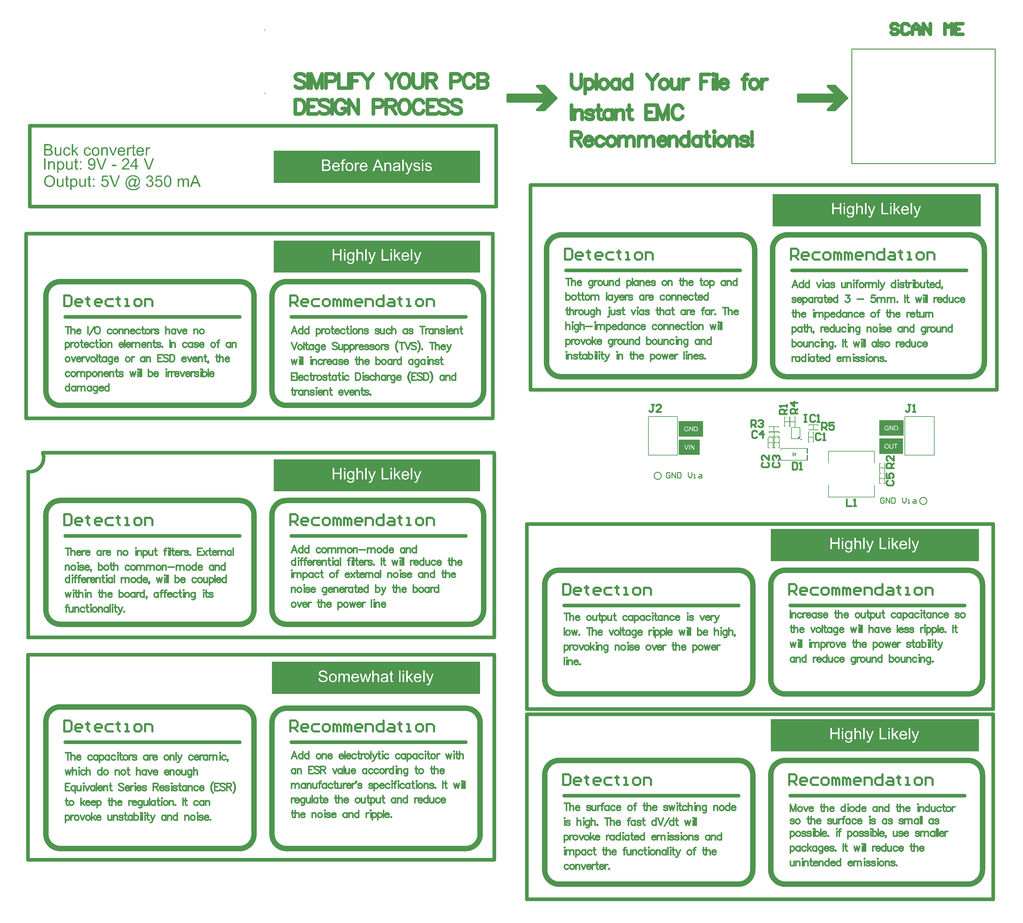
<source format=gto>
%TF.GenerationSoftware,Altium Limited,Altium Designer,23.5.1 (21)*%
G04 Layer_Color=65535*
%FSLAX45Y45*%
%MOMM*%
%TF.SameCoordinates,84D93BA5-3CB1-4A74-A03E-45254757309C*%
%TF.FilePolarity,Positive*%
%TF.FileFunction,Legend,Top*%
%TF.Part,Single*%
G01*
G75*
%TA.AperFunction,NonConductor*%
%ADD22C,0.20000*%
%ADD23C,0.25000*%
%ADD24C,0.25400*%
%ADD25C,1.00000*%
%ADD26C,1.50000*%
%ADD27C,0.15000*%
%ADD28C,0.40000*%
%ADD29C,0.60000*%
%ADD30C,0.50000*%
G36*
X7565945Y22643701D02*
X7541339D01*
Y22668307D01*
X7565945D01*
Y22643701D01*
D02*
G37*
G36*
Y24439961D02*
Y24415353D01*
X7541339D01*
Y24439961D01*
X7565945D01*
D02*
G37*
G36*
X23452953Y22889149D02*
X23461459D01*
Y22884895D01*
X23465712D01*
Y22880643D01*
X23469965D01*
Y22876389D01*
X23474219D01*
Y22872134D01*
X23478471D01*
Y22867882D01*
X23482726D01*
Y22863628D01*
X23486980D01*
Y22859375D01*
X23491232D01*
Y22855121D01*
X23495486D01*
Y22850868D01*
X23499741D01*
Y22846616D01*
X23503993D01*
Y22842361D01*
X23508247D01*
Y22838107D01*
X23512500D01*
Y22833855D01*
X23516754D01*
Y22829601D01*
X23521007D01*
Y22825346D01*
X23525261D01*
Y22821094D01*
X23529514D01*
Y22816840D01*
X23533768D01*
Y22812587D01*
X23538020D01*
Y22808333D01*
X23542274D01*
Y22804080D01*
X23546529D01*
Y22799826D01*
X23550781D01*
Y22795573D01*
X23555035D01*
Y22791319D01*
X23559288D01*
Y22787067D01*
X23563542D01*
Y22782812D01*
X23567795D01*
Y22778558D01*
X23572049D01*
Y22774306D01*
X23576302D01*
Y22770052D01*
X23580556D01*
Y22765799D01*
X23584808D01*
Y22761545D01*
X23589062D01*
Y22757292D01*
X23593317D01*
Y22753038D01*
X23597569D01*
Y22748785D01*
X23601823D01*
Y22744531D01*
X23606076D01*
Y22740279D01*
X23610330D01*
Y22736024D01*
X23614583D01*
Y22731770D01*
X23618837D01*
Y22727518D01*
X23623090D01*
Y22723264D01*
X23627344D01*
Y22719009D01*
X23631596D01*
Y22714757D01*
X23635851D01*
Y22710503D01*
X23640105D01*
Y22706250D01*
X23644357D01*
Y22701997D01*
X23648611D01*
Y22697743D01*
X23652866D01*
Y22693491D01*
X23657118D01*
Y22689236D01*
X23661372D01*
Y22684982D01*
X23665625D01*
Y22680730D01*
X23669878D01*
Y22676476D01*
X23674132D01*
Y22672221D01*
X23678384D01*
Y22667969D01*
X23682639D01*
Y22663715D01*
X23686893D01*
Y22659462D01*
X23691145D01*
Y22655208D01*
X23695399D01*
Y22650955D01*
X23699654D01*
Y22646701D01*
X23703906D01*
Y22642448D01*
X23708160D01*
Y22638194D01*
X23712413D01*
Y22633942D01*
X23716667D01*
Y22629688D01*
X23720920D01*
Y22625433D01*
X23725174D01*
Y22621181D01*
X23729427D01*
Y22616927D01*
X23733681D01*
Y22612674D01*
X23737933D01*
Y22608420D01*
X23742188D01*
Y22604167D01*
X23746442D01*
Y22599913D01*
X23750694D01*
Y22595660D01*
X23754948D01*
Y22591406D01*
X23759201D01*
Y22587154D01*
X23763455D01*
Y22582899D01*
X23767708D01*
Y22578645D01*
X23771962D01*
Y22574393D01*
X23776215D01*
Y22570139D01*
X23780469D01*
Y22565886D01*
X23784721D01*
Y22561632D01*
X23788976D01*
Y22557379D01*
X23793230D01*
Y22553125D01*
X23797482D01*
Y22548872D01*
X23801736D01*
Y22544618D01*
X23805991D01*
Y22536111D01*
X23810243D01*
Y22519096D01*
X23805991D01*
Y22510590D01*
X23801736D01*
Y22506337D01*
X23797482D01*
Y22502083D01*
X23793230D01*
Y22497830D01*
X23788976D01*
Y22493576D01*
X23784721D01*
Y22489323D01*
X23780469D01*
Y22485069D01*
X23776215D01*
Y22480817D01*
X23771962D01*
Y22476562D01*
X23767708D01*
Y22472308D01*
X23763455D01*
Y22468056D01*
X23759201D01*
Y22463802D01*
X23754948D01*
Y22459549D01*
X23750694D01*
Y22455295D01*
X23746442D01*
Y22451042D01*
X23742188D01*
Y22446788D01*
X23737933D01*
Y22442535D01*
X23733681D01*
Y22438281D01*
X23729427D01*
Y22434029D01*
X23725174D01*
Y22429774D01*
X23720920D01*
Y22425520D01*
X23716667D01*
Y22421268D01*
X23712413D01*
Y22417014D01*
X23708160D01*
Y22412759D01*
X23703906D01*
Y22408507D01*
X23699654D01*
Y22404253D01*
X23695399D01*
Y22400000D01*
X23691145D01*
Y22395747D01*
X23686893D01*
Y22391493D01*
X23682639D01*
Y22387241D01*
X23678384D01*
Y22382986D01*
X23674132D01*
Y22378732D01*
X23669878D01*
Y22374480D01*
X23665625D01*
Y22370226D01*
X23661372D01*
Y22365971D01*
X23657118D01*
Y22361719D01*
X23652866D01*
Y22357465D01*
X23648611D01*
Y22353212D01*
X23644357D01*
Y22348958D01*
X23640105D01*
Y22344705D01*
X23635851D01*
Y22340451D01*
X23631596D01*
Y22336198D01*
X23627344D01*
Y22331944D01*
X23623090D01*
Y22327692D01*
X23618837D01*
Y22323438D01*
X23614583D01*
Y22319183D01*
X23610330D01*
Y22314931D01*
X23606076D01*
Y22310677D01*
X23601823D01*
Y22306424D01*
X23597569D01*
Y22302170D01*
X23593317D01*
Y22297917D01*
X23589062D01*
Y22293663D01*
X23584808D01*
Y22289410D01*
X23580556D01*
Y22285156D01*
X23576302D01*
Y22280904D01*
X23572049D01*
Y22276649D01*
X23567795D01*
Y22272395D01*
X23563542D01*
Y22268143D01*
X23559288D01*
Y22263889D01*
X23555035D01*
Y22259634D01*
X23550781D01*
Y22255382D01*
X23546529D01*
Y22251128D01*
X23542274D01*
Y22246875D01*
X23538020D01*
Y22242622D01*
X23533768D01*
Y22238368D01*
X23529514D01*
Y22234116D01*
X23525261D01*
Y22229861D01*
X23521007D01*
Y22225607D01*
X23516754D01*
Y22221355D01*
X23512500D01*
Y22217101D01*
X23508247D01*
Y22212846D01*
X23503993D01*
Y22208594D01*
X23499741D01*
Y22204340D01*
X23495486D01*
Y22200087D01*
X23491232D01*
Y22195833D01*
X23486980D01*
Y22191580D01*
X23482726D01*
Y22187326D01*
X23478471D01*
Y22183073D01*
X23474219D01*
Y22178819D01*
X23469965D01*
Y22174567D01*
X23465712D01*
Y22170312D01*
X23461459D01*
Y22166058D01*
X23452953D01*
Y22161806D01*
X23231770D01*
Y22166058D01*
X23219009D01*
Y22170312D01*
X23214757D01*
Y22174567D01*
X23210503D01*
Y22178819D01*
X23206250D01*
Y22208594D01*
X23210503D01*
Y22217101D01*
X23214757D01*
Y22221355D01*
X23219009D01*
Y22225607D01*
X23223264D01*
Y22229861D01*
X23227518D01*
Y22234116D01*
X23231770D01*
Y22238368D01*
X23236024D01*
Y22242622D01*
X23240279D01*
Y22246875D01*
X23244531D01*
Y22251128D01*
X23248785D01*
Y22255382D01*
X23253038D01*
Y22259634D01*
X23257292D01*
Y22263889D01*
X23261545D01*
Y22268143D01*
X23265799D01*
Y22272395D01*
X23270052D01*
Y22276649D01*
X23274306D01*
Y22280904D01*
X23278558D01*
Y22285156D01*
X23282812D01*
Y22289410D01*
X23287067D01*
Y22293663D01*
X23291319D01*
Y22297917D01*
X23295573D01*
Y22302170D01*
X23299826D01*
Y22306424D01*
X23304080D01*
Y22310677D01*
X23308333D01*
Y22314931D01*
X23312587D01*
Y22319183D01*
X23316840D01*
Y22323438D01*
X23321094D01*
Y22327692D01*
X23325346D01*
Y22331944D01*
X23329601D01*
Y22336198D01*
X23333855D01*
Y22340451D01*
X23338107D01*
Y22344705D01*
X23342361D01*
Y22348958D01*
X23346616D01*
Y22353212D01*
X23350868D01*
Y22357465D01*
X23355122D01*
Y22361719D01*
X23359375D01*
Y22365971D01*
X23363629D01*
Y22370226D01*
X23367882D01*
Y22374480D01*
X23372136D01*
Y22378732D01*
X23376389D01*
Y22382986D01*
X23380643D01*
Y22387241D01*
X23384895D01*
Y22391493D01*
X23389149D01*
Y22395747D01*
X23393404D01*
Y22400000D01*
X22406596D01*
Y22404253D01*
X22398090D01*
Y22408507D01*
X22389583D01*
Y22417014D01*
X22385330D01*
Y22425520D01*
X22381076D01*
Y22629688D01*
X22385330D01*
Y22638194D01*
X22389583D01*
Y22646701D01*
X22398090D01*
Y22650955D01*
X22406596D01*
Y22655208D01*
X23393404D01*
Y22659462D01*
X23389149D01*
Y22663715D01*
X23384895D01*
Y22667969D01*
X23380643D01*
Y22672221D01*
X23376389D01*
Y22676476D01*
X23372136D01*
Y22680730D01*
X23367882D01*
Y22684982D01*
X23363629D01*
Y22689236D01*
X23359375D01*
Y22693491D01*
X23355122D01*
Y22697743D01*
X23350868D01*
Y22701997D01*
X23346616D01*
Y22706250D01*
X23342361D01*
Y22710503D01*
X23338107D01*
Y22714757D01*
X23333855D01*
Y22719009D01*
X23329601D01*
Y22723264D01*
X23325346D01*
Y22727518D01*
X23321094D01*
Y22731770D01*
X23316840D01*
Y22736024D01*
X23312587D01*
Y22740279D01*
X23308333D01*
Y22744531D01*
X23304080D01*
Y22748785D01*
X23299826D01*
Y22753038D01*
X23295573D01*
Y22757292D01*
X23291319D01*
Y22761545D01*
X23287067D01*
Y22765799D01*
X23282812D01*
Y22770052D01*
X23278558D01*
Y22774306D01*
X23274306D01*
Y22778558D01*
X23270052D01*
Y22782812D01*
X23265799D01*
Y22787067D01*
X23261545D01*
Y22791319D01*
X23257292D01*
Y22795573D01*
X23253038D01*
Y22799826D01*
X23248785D01*
Y22804080D01*
X23244531D01*
Y22808333D01*
X23240279D01*
Y22812587D01*
X23236024D01*
Y22816840D01*
X23231770D01*
Y22821094D01*
X23227518D01*
Y22825346D01*
X23223264D01*
Y22829601D01*
X23219009D01*
Y22833855D01*
X23214757D01*
Y22838107D01*
X23210503D01*
Y22846616D01*
X23206250D01*
Y22876389D01*
X23210503D01*
Y22880643D01*
X23214757D01*
Y22884895D01*
X23219009D01*
Y22889149D01*
X23231770D01*
Y22893404D01*
X23452953D01*
Y22889149D01*
D02*
G37*
G36*
X15352951D02*
X15361458D01*
Y22884895D01*
X15365710D01*
Y22880643D01*
X15369965D01*
Y22876389D01*
X15374219D01*
Y22872134D01*
X15378471D01*
Y22867882D01*
X15382726D01*
Y22863628D01*
X15386980D01*
Y22859375D01*
X15391232D01*
Y22855121D01*
X15395486D01*
Y22850868D01*
X15399739D01*
Y22846616D01*
X15403993D01*
Y22842361D01*
X15408246D01*
Y22838107D01*
X15412500D01*
Y22833855D01*
X15416753D01*
Y22829601D01*
X15421007D01*
Y22825346D01*
X15425259D01*
Y22821094D01*
X15429514D01*
Y22816840D01*
X15433768D01*
Y22812587D01*
X15438020D01*
Y22808333D01*
X15442274D01*
Y22804080D01*
X15446529D01*
Y22799826D01*
X15450781D01*
Y22795573D01*
X15455035D01*
Y22791319D01*
X15459288D01*
Y22787067D01*
X15463541D01*
Y22782812D01*
X15467795D01*
Y22778558D01*
X15472047D01*
Y22774306D01*
X15476302D01*
Y22770052D01*
X15480556D01*
Y22765799D01*
X15484808D01*
Y22761545D01*
X15489062D01*
Y22757292D01*
X15493317D01*
Y22753038D01*
X15497569D01*
Y22748785D01*
X15501823D01*
Y22744531D01*
X15506076D01*
Y22740279D01*
X15510330D01*
Y22736024D01*
X15514583D01*
Y22731770D01*
X15518837D01*
Y22727518D01*
X15523090D01*
Y22723264D01*
X15527344D01*
Y22719009D01*
X15531596D01*
Y22714757D01*
X15535851D01*
Y22710503D01*
X15540105D01*
Y22706250D01*
X15544357D01*
Y22701997D01*
X15548611D01*
Y22697743D01*
X15552864D01*
Y22693491D01*
X15557118D01*
Y22689236D01*
X15561371D01*
Y22684982D01*
X15565625D01*
Y22680730D01*
X15569878D01*
Y22676476D01*
X15574132D01*
Y22672221D01*
X15578384D01*
Y22667969D01*
X15582639D01*
Y22663715D01*
X15586893D01*
Y22659462D01*
X15591145D01*
Y22655208D01*
X15595399D01*
Y22650955D01*
X15599654D01*
Y22646701D01*
X15603906D01*
Y22642448D01*
X15608160D01*
Y22638194D01*
X15612413D01*
Y22633942D01*
X15616667D01*
Y22629688D01*
X15620920D01*
Y22625433D01*
X15625172D01*
Y22621181D01*
X15629427D01*
Y22616927D01*
X15633681D01*
Y22612674D01*
X15637933D01*
Y22608420D01*
X15642188D01*
Y22604167D01*
X15646442D01*
Y22599913D01*
X15650694D01*
Y22595660D01*
X15654948D01*
Y22591406D01*
X15659201D01*
Y22587154D01*
X15663455D01*
Y22582899D01*
X15667708D01*
Y22578645D01*
X15671962D01*
Y22574393D01*
X15676215D01*
Y22570139D01*
X15680469D01*
Y22565886D01*
X15684721D01*
Y22561632D01*
X15688976D01*
Y22557379D01*
X15693230D01*
Y22553125D01*
X15697482D01*
Y22548872D01*
X15701736D01*
Y22544618D01*
X15705989D01*
Y22536111D01*
X15710243D01*
Y22519096D01*
X15705989D01*
Y22510590D01*
X15701736D01*
Y22506337D01*
X15697482D01*
Y22502083D01*
X15693230D01*
Y22497830D01*
X15688976D01*
Y22493576D01*
X15684721D01*
Y22489323D01*
X15680469D01*
Y22485069D01*
X15676215D01*
Y22480817D01*
X15671962D01*
Y22476562D01*
X15667708D01*
Y22472308D01*
X15663455D01*
Y22468056D01*
X15659201D01*
Y22463802D01*
X15654948D01*
Y22459549D01*
X15650694D01*
Y22455295D01*
X15646442D01*
Y22451042D01*
X15642188D01*
Y22446788D01*
X15637933D01*
Y22442535D01*
X15633681D01*
Y22438281D01*
X15629427D01*
Y22434029D01*
X15625172D01*
Y22429774D01*
X15620920D01*
Y22425520D01*
X15616667D01*
Y22421268D01*
X15612413D01*
Y22417014D01*
X15608160D01*
Y22412759D01*
X15603906D01*
Y22408507D01*
X15599654D01*
Y22404253D01*
X15595399D01*
Y22400000D01*
X15591145D01*
Y22395747D01*
X15586893D01*
Y22391493D01*
X15582639D01*
Y22387241D01*
X15578384D01*
Y22382986D01*
X15574132D01*
Y22378732D01*
X15569878D01*
Y22374480D01*
X15565625D01*
Y22370226D01*
X15561371D01*
Y22365971D01*
X15557118D01*
Y22361719D01*
X15552864D01*
Y22357465D01*
X15548611D01*
Y22353212D01*
X15544357D01*
Y22348958D01*
X15540105D01*
Y22344705D01*
X15535851D01*
Y22340451D01*
X15531596D01*
Y22336198D01*
X15527344D01*
Y22331944D01*
X15523090D01*
Y22327692D01*
X15518837D01*
Y22323438D01*
X15514583D01*
Y22319183D01*
X15510330D01*
Y22314931D01*
X15506076D01*
Y22310677D01*
X15501823D01*
Y22306424D01*
X15497569D01*
Y22302170D01*
X15493317D01*
Y22297917D01*
X15489062D01*
Y22293663D01*
X15484808D01*
Y22289410D01*
X15480556D01*
Y22285156D01*
X15476302D01*
Y22280904D01*
X15472047D01*
Y22276649D01*
X15467795D01*
Y22272395D01*
X15463541D01*
Y22268143D01*
X15459288D01*
Y22263889D01*
X15455035D01*
Y22259634D01*
X15450781D01*
Y22255382D01*
X15446529D01*
Y22251128D01*
X15442274D01*
Y22246875D01*
X15438020D01*
Y22242622D01*
X15433768D01*
Y22238368D01*
X15429514D01*
Y22234116D01*
X15425259D01*
Y22229861D01*
X15421007D01*
Y22225607D01*
X15416753D01*
Y22221355D01*
X15412500D01*
Y22217101D01*
X15408246D01*
Y22212846D01*
X15403993D01*
Y22208594D01*
X15399739D01*
Y22204340D01*
X15395486D01*
Y22200087D01*
X15391232D01*
Y22195833D01*
X15386980D01*
Y22191580D01*
X15382726D01*
Y22187326D01*
X15378471D01*
Y22183073D01*
X15374219D01*
Y22178819D01*
X15369965D01*
Y22174567D01*
X15365710D01*
Y22170312D01*
X15361458D01*
Y22166058D01*
X15352951D01*
Y22161806D01*
X15131770D01*
Y22166058D01*
X15119009D01*
Y22170312D01*
X15114757D01*
Y22174567D01*
X15110503D01*
Y22178819D01*
X15106250D01*
Y22208594D01*
X15110503D01*
Y22217101D01*
X15114757D01*
Y22221355D01*
X15119009D01*
Y22225607D01*
X15123264D01*
Y22229861D01*
X15127518D01*
Y22234116D01*
X15131770D01*
Y22238368D01*
X15136024D01*
Y22242622D01*
X15140279D01*
Y22246875D01*
X15144531D01*
Y22251128D01*
X15148785D01*
Y22255382D01*
X15153038D01*
Y22259634D01*
X15157292D01*
Y22263889D01*
X15161545D01*
Y22268143D01*
X15165797D01*
Y22272395D01*
X15170052D01*
Y22276649D01*
X15174306D01*
Y22280904D01*
X15178558D01*
Y22285156D01*
X15182812D01*
Y22289410D01*
X15187067D01*
Y22293663D01*
X15191319D01*
Y22297917D01*
X15195573D01*
Y22302170D01*
X15199826D01*
Y22306424D01*
X15204080D01*
Y22310677D01*
X15208333D01*
Y22314931D01*
X15212587D01*
Y22319183D01*
X15216840D01*
Y22323438D01*
X15221094D01*
Y22327692D01*
X15225346D01*
Y22331944D01*
X15229601D01*
Y22336198D01*
X15233855D01*
Y22340451D01*
X15238107D01*
Y22344705D01*
X15242361D01*
Y22348958D01*
X15246614D01*
Y22353212D01*
X15250868D01*
Y22357465D01*
X15255121D01*
Y22361719D01*
X15259375D01*
Y22365971D01*
X15263628D01*
Y22370226D01*
X15267882D01*
Y22374480D01*
X15272134D01*
Y22378732D01*
X15276389D01*
Y22382986D01*
X15280643D01*
Y22387241D01*
X15284895D01*
Y22391493D01*
X15289149D01*
Y22395747D01*
X15293402D01*
Y22400000D01*
X14306596D01*
Y22404253D01*
X14298090D01*
Y22408507D01*
X14289583D01*
Y22417014D01*
X14285330D01*
Y22425520D01*
X14281076D01*
Y22629688D01*
X14285330D01*
Y22638194D01*
X14289583D01*
Y22646701D01*
X14298090D01*
Y22650955D01*
X14306596D01*
Y22655208D01*
X15293402D01*
Y22659462D01*
X15289149D01*
Y22663715D01*
X15284895D01*
Y22667969D01*
X15280643D01*
Y22672221D01*
X15276389D01*
Y22676476D01*
X15272134D01*
Y22680730D01*
X15267882D01*
Y22684982D01*
X15263628D01*
Y22689236D01*
X15259375D01*
Y22693491D01*
X15255121D01*
Y22697743D01*
X15250868D01*
Y22701997D01*
X15246614D01*
Y22706250D01*
X15242361D01*
Y22710503D01*
X15238107D01*
Y22714757D01*
X15233855D01*
Y22719009D01*
X15229601D01*
Y22723264D01*
X15225346D01*
Y22727518D01*
X15221094D01*
Y22731770D01*
X15216840D01*
Y22736024D01*
X15212587D01*
Y22740279D01*
X15208333D01*
Y22744531D01*
X15204080D01*
Y22748785D01*
X15199826D01*
Y22753038D01*
X15195573D01*
Y22757292D01*
X15191319D01*
Y22761545D01*
X15187067D01*
Y22765799D01*
X15182812D01*
Y22770052D01*
X15178558D01*
Y22774306D01*
X15174306D01*
Y22778558D01*
X15170052D01*
Y22782812D01*
X15165797D01*
Y22787067D01*
X15161545D01*
Y22791319D01*
X15157292D01*
Y22795573D01*
X15153038D01*
Y22799826D01*
X15148785D01*
Y22804080D01*
X15144531D01*
Y22808333D01*
X15140279D01*
Y22812587D01*
X15136024D01*
Y22816840D01*
X15131770D01*
Y22821094D01*
X15127518D01*
Y22825346D01*
X15123264D01*
Y22829601D01*
X15119009D01*
Y22833855D01*
X15114757D01*
Y22838107D01*
X15110503D01*
Y22846616D01*
X15106250D01*
Y22876389D01*
X15110503D01*
Y22880643D01*
X15114757D01*
Y22884895D01*
X15119009D01*
Y22889149D01*
X15131770D01*
Y22893404D01*
X15352951D01*
Y22889149D01*
D02*
G37*
G36*
X22445000Y13050000D02*
X22405000Y13039999D01*
Y13055000D01*
X22435001Y13084999D01*
X22455000D01*
X22445000Y13050000D01*
D02*
G37*
G36*
X27500928Y18953780D02*
X21700002D01*
Y19846220D01*
X27500928D01*
Y18953780D01*
D02*
G37*
G36*
X27450928Y4322681D02*
X21650000D01*
Y5215121D01*
X27450928D01*
Y4322681D01*
D02*
G37*
G36*
X13550928Y11565181D02*
X7800001D01*
Y12457621D01*
X13550928D01*
Y11565181D01*
D02*
G37*
G36*
X3105837Y21158771D02*
X3110927Y21158307D01*
X3116943Y21157382D01*
X3123423Y21155994D01*
X3130364Y21154143D01*
X3136843Y21151366D01*
X3137769Y21150903D01*
X3139620Y21149977D01*
X3142860Y21148589D01*
X3146562Y21146275D01*
X3151190Y21143498D01*
X3155355Y21139796D01*
X3159520Y21136095D01*
X3163222Y21131467D01*
X3163685Y21131003D01*
X3164611Y21129152D01*
X3165999Y21126839D01*
X3168313Y21123598D01*
X3170164Y21118970D01*
X3172015Y21114343D01*
X3174329Y21108789D01*
X3175718Y21102773D01*
Y21102310D01*
X3176180Y21100459D01*
X3176643Y21097682D01*
X3177106Y21093980D01*
Y21088426D01*
X3177569Y21081947D01*
X3178031Y21074080D01*
Y21064362D01*
Y20921823D01*
X3138695D01*
Y21062511D01*
Y21062973D01*
Y21063435D01*
Y21066675D01*
Y21070840D01*
X3138232Y21075931D01*
X3137769Y21081947D01*
X3136843Y21087964D01*
X3135455Y21093517D01*
X3134067Y21098608D01*
Y21099071D01*
X3133141Y21100459D01*
X3131753Y21102773D01*
X3130364Y21105550D01*
X3128050Y21108327D01*
X3125274Y21111566D01*
X3121571Y21114806D01*
X3117406Y21117583D01*
X3116943Y21118045D01*
X3115555Y21118970D01*
X3112778Y21119896D01*
X3109539Y21121284D01*
X3105837Y21122673D01*
X3101209Y21124062D01*
X3095655Y21124524D01*
X3090102Y21124986D01*
X3087788D01*
X3085937Y21124524D01*
X3081309Y21124062D01*
X3075293Y21123135D01*
X3068814Y21120822D01*
X3061409Y21118045D01*
X3054004Y21114343D01*
X3047062Y21108789D01*
X3046137Y21107864D01*
X3044286Y21105550D01*
X3042897Y21103699D01*
X3041509Y21101385D01*
X3039658Y21098608D01*
X3038270Y21095367D01*
X3036418Y21091666D01*
X3034567Y21087038D01*
X3033179Y21081947D01*
X3031790Y21076395D01*
X3030865Y21070378D01*
X3029939Y21063899D01*
X3029014Y21056030D01*
Y21048164D01*
Y20921823D01*
X2989677D01*
Y21154143D01*
X3024849D01*
Y21120822D01*
X3025311Y21121284D01*
X3026237Y21122673D01*
X3027625Y21124524D01*
X3029477Y21126839D01*
X3032253Y21129614D01*
X3035493Y21132854D01*
X3039195Y21136555D01*
X3043823Y21140259D01*
X3048451Y21143498D01*
X3054004Y21147202D01*
X3060021Y21150439D01*
X3066500Y21153217D01*
X3073904Y21155531D01*
X3081309Y21157382D01*
X3089639Y21158771D01*
X3098432Y21159233D01*
X3102134D01*
X3105837Y21158771D01*
D02*
G37*
G36*
X4326671D02*
X4331762Y21157845D01*
X4337778Y21155994D01*
X4344257Y21153680D01*
X4351662Y21150439D01*
X4359529Y21146275D01*
X4345183Y21110178D01*
X4344720Y21110640D01*
X4342869Y21111566D01*
X4340092Y21112955D01*
X4336390Y21114343D01*
X4332225Y21115730D01*
X4327134Y21117119D01*
X4322043Y21118045D01*
X4316953Y21118507D01*
X4314639D01*
X4312325Y21118045D01*
X4309085Y21117583D01*
X4305846Y21116656D01*
X4301681Y21115268D01*
X4297516Y21113417D01*
X4293813Y21110640D01*
X4293351Y21110178D01*
X4291962Y21109251D01*
X4290574Y21107401D01*
X4288260Y21105087D01*
X4285946Y21101846D01*
X4283632Y21098145D01*
X4281318Y21093980D01*
X4279467Y21088889D01*
X4279004Y21087964D01*
X4278541Y21085187D01*
X4277616Y21081023D01*
X4276227Y21075468D01*
X4274839Y21068527D01*
X4273913Y21060658D01*
X4273451Y21052328D01*
X4272988Y21043073D01*
Y20921823D01*
X4233651D01*
Y21154143D01*
X4269286D01*
Y21118970D01*
X4269748Y21119434D01*
X4271600Y21122673D01*
X4273913Y21126839D01*
X4277616Y21131929D01*
X4281318Y21137019D01*
X4285483Y21142574D01*
X4289648Y21147202D01*
X4293813Y21150903D01*
X4294276Y21151366D01*
X4295665Y21152290D01*
X4298441Y21153680D01*
X4301218Y21155067D01*
X4304920Y21156456D01*
X4309548Y21157845D01*
X4314176Y21158771D01*
X4319267Y21159233D01*
X4322506D01*
X4326671Y21158771D01*
D02*
G37*
G36*
X3804184D02*
X3809274Y21157845D01*
X3815291Y21155994D01*
X3821770Y21153680D01*
X3829174Y21150439D01*
X3837042Y21146275D01*
X3822695Y21110178D01*
X3822232Y21110640D01*
X3820381Y21111566D01*
X3817605Y21112955D01*
X3813902Y21114343D01*
X3809737Y21115730D01*
X3804646Y21117119D01*
X3799556Y21118045D01*
X3794465Y21118507D01*
X3792151D01*
X3789837Y21118045D01*
X3786598Y21117583D01*
X3783358Y21116656D01*
X3779193Y21115268D01*
X3775028Y21113417D01*
X3771326Y21110640D01*
X3770863Y21110178D01*
X3769475Y21109251D01*
X3768086Y21107401D01*
X3765772Y21105087D01*
X3763458Y21101846D01*
X3761144Y21098145D01*
X3758830Y21093980D01*
X3756979Y21088889D01*
X3756516Y21087964D01*
X3756054Y21085187D01*
X3755128Y21081023D01*
X3753740Y21075468D01*
X3752351Y21068527D01*
X3751426Y21060658D01*
X3750963Y21052328D01*
X3750500Y21043073D01*
Y20921823D01*
X3711163D01*
Y21154143D01*
X3746798D01*
Y21118970D01*
X3747261Y21119434D01*
X3749112Y21122673D01*
X3751426Y21126839D01*
X3755128Y21131929D01*
X3758830Y21137019D01*
X3762996Y21142574D01*
X3767161Y21147202D01*
X3771326Y21150903D01*
X3771788Y21151366D01*
X3773177Y21152290D01*
X3775954Y21153680D01*
X3778730Y21155067D01*
X3782433Y21156456D01*
X3787060Y21157845D01*
X3791688Y21158771D01*
X3796779Y21159233D01*
X3800019D01*
X3804184Y21158771D01*
D02*
G37*
G36*
X2617132D02*
X2619909D01*
X2623611Y21158307D01*
X2632404Y21156918D01*
X2642123Y21154605D01*
X2652304Y21150903D01*
X2662486Y21146275D01*
X2672204Y21139796D01*
X2672667D01*
X2673130Y21138870D01*
X2675907Y21136095D01*
X2680072Y21131929D01*
X2685162Y21125912D01*
X2690253Y21118507D01*
X2695344Y21109251D01*
X2699971Y21098608D01*
X2703211Y21086113D01*
X2664800Y21080096D01*
Y21080559D01*
X2664337Y21081023D01*
X2663874Y21083800D01*
X2662486Y21087964D01*
X2660172Y21093054D01*
X2657858Y21098608D01*
X2654155Y21104623D01*
X2649990Y21110178D01*
X2645363Y21114806D01*
X2644900Y21115268D01*
X2643049Y21116656D01*
X2639809Y21118507D01*
X2636107Y21120822D01*
X2631016Y21123135D01*
X2625463Y21124986D01*
X2618984Y21126375D01*
X2612042Y21126839D01*
X2609265D01*
X2606951Y21126375D01*
X2601860Y21125912D01*
X2594919Y21124062D01*
X2587514Y21121747D01*
X2579184Y21118045D01*
X2571316Y21112491D01*
X2567614Y21109251D01*
X2563912Y21105550D01*
Y21105087D01*
X2562986Y21104623D01*
X2562061Y21103236D01*
X2561135Y21101385D01*
X2559747Y21099071D01*
X2557896Y21096294D01*
X2556507Y21093054D01*
X2554656Y21089352D01*
X2552805Y21084724D01*
X2551417Y21079633D01*
X2549565Y21074080D01*
X2548177Y21068063D01*
X2547251Y21061584D01*
X2546326Y21054179D01*
X2545400Y21046313D01*
Y21037984D01*
Y21037520D01*
Y21036131D01*
Y21033356D01*
X2545863Y21030579D01*
Y21026413D01*
X2546326Y21022247D01*
X2547714Y21012067D01*
X2549565Y21000960D01*
X2552805Y20989391D01*
X2556970Y20979208D01*
X2559747Y20974118D01*
X2562986Y20969952D01*
X2563912Y20969028D01*
X2566226Y20966713D01*
X2570391Y20963474D01*
X2575482Y20959772D01*
X2582423Y20955606D01*
X2590291Y20952367D01*
X2599546Y20950053D01*
X2604637Y20949590D01*
X2609728Y20949127D01*
X2610653D01*
X2613430Y20949590D01*
X2618058Y20950053D01*
X2623149Y20950978D01*
X2629165Y20952367D01*
X2635644Y20955144D01*
X2642123Y20958383D01*
X2648139Y20963011D01*
X2649065Y20963474D01*
X2650453Y20965788D01*
X2653230Y20969028D01*
X2656469Y20974118D01*
X2659709Y20980135D01*
X2663411Y20987540D01*
X2666188Y20996794D01*
X2668039Y21006976D01*
X2706913Y21001884D01*
Y21001422D01*
X2706451Y21000034D01*
X2705988Y20998183D01*
X2705525Y20995406D01*
X2704599Y20991704D01*
X2703674Y20988000D01*
X2700434Y20978746D01*
X2696269Y20969028D01*
X2690253Y20958383D01*
X2682848Y20948203D01*
X2678683Y20943575D01*
X2674055Y20938947D01*
X2673593Y20938483D01*
X2672667Y20938020D01*
X2671279Y20937096D01*
X2669427Y20935706D01*
X2667114Y20933855D01*
X2663874Y20932004D01*
X2660172Y20930153D01*
X2656469Y20927840D01*
X2647214Y20923674D01*
X2636107Y20920435D01*
X2624074Y20917657D01*
X2617132Y20917195D01*
X2610191Y20916731D01*
X2605563D01*
X2602323Y20917195D01*
X2598158Y20917657D01*
X2593530Y20918584D01*
X2588440Y20919508D01*
X2582886Y20920435D01*
X2570391Y20924136D01*
X2564375Y20926913D01*
X2557896Y20929691D01*
X2551417Y20933392D01*
X2545400Y20937558D01*
X2539384Y20942184D01*
X2533831Y20947739D01*
X2533368Y20948203D01*
X2532442Y20949127D01*
X2531054Y20950978D01*
X2529203Y20953291D01*
X2527352Y20956532D01*
X2524575Y20960696D01*
X2522261Y20965324D01*
X2519484Y20970416D01*
X2516707Y20976431D01*
X2514393Y20983374D01*
X2511617Y20990315D01*
X2509766Y20998647D01*
X2507914Y21006976D01*
X2506526Y21016695D01*
X2505601Y21026413D01*
X2505138Y21037057D01*
Y21037520D01*
Y21038908D01*
Y21040759D01*
Y21043536D01*
X2505601Y21046776D01*
Y21050478D01*
X2506063Y21054643D01*
X2506526Y21059271D01*
X2507914Y21069452D01*
X2510228Y21080559D01*
X2513005Y21091666D01*
X2517170Y21102773D01*
Y21103236D01*
X2517633Y21104161D01*
X2518559Y21105550D01*
X2519484Y21107401D01*
X2522261Y21112491D01*
X2526426Y21118507D01*
X2531979Y21125449D01*
X2538458Y21132391D01*
X2546326Y21139333D01*
X2555119Y21144887D01*
X2555582D01*
X2556507Y21145349D01*
X2557896Y21146275D01*
X2559747Y21147202D01*
X2562061Y21148126D01*
X2564837Y21149513D01*
X2571779Y21152290D01*
X2579647Y21154605D01*
X2589365Y21156918D01*
X2599546Y21158771D01*
X2610653Y21159233D01*
X2614356D01*
X2617132Y21158771D01*
D02*
G37*
G36*
X2044664D02*
X2047440D01*
X2051143Y21158307D01*
X2059936Y21156918D01*
X2069654Y21154605D01*
X2079836Y21150903D01*
X2090017Y21146275D01*
X2099735Y21139796D01*
X2100198D01*
X2100661Y21138870D01*
X2103438Y21136095D01*
X2107603Y21131929D01*
X2112694Y21125912D01*
X2117784Y21118507D01*
X2122875Y21109251D01*
X2127503Y21098608D01*
X2130742Y21086113D01*
X2092331Y21080096D01*
Y21080559D01*
X2091868Y21081023D01*
X2091405Y21083800D01*
X2090017Y21087964D01*
X2087703Y21093054D01*
X2085389Y21098608D01*
X2081687Y21104623D01*
X2077522Y21110178D01*
X2072894Y21114806D01*
X2072431Y21115268D01*
X2070580Y21116656D01*
X2067340Y21118507D01*
X2063638Y21120822D01*
X2058547Y21123135D01*
X2052994Y21124986D01*
X2046515Y21126375D01*
X2039573Y21126839D01*
X2036796D01*
X2034482Y21126375D01*
X2029392Y21125912D01*
X2022450Y21124062D01*
X2015045Y21121747D01*
X2006715Y21118045D01*
X1998848Y21112491D01*
X1995145Y21109251D01*
X1991443Y21105550D01*
Y21105087D01*
X1990517Y21104623D01*
X1989592Y21103236D01*
X1988666Y21101385D01*
X1987278Y21099071D01*
X1985427Y21096294D01*
X1984038Y21093054D01*
X1982187Y21089352D01*
X1980336Y21084724D01*
X1978948Y21079633D01*
X1977097Y21074080D01*
X1975708Y21068063D01*
X1974783Y21061584D01*
X1973857Y21054179D01*
X1972932Y21046313D01*
Y21037984D01*
Y21037520D01*
Y21036131D01*
Y21033356D01*
X1973394Y21030579D01*
Y21026413D01*
X1973857Y21022247D01*
X1975245Y21012067D01*
X1977097Y21000960D01*
X1980336Y20989391D01*
X1984501Y20979208D01*
X1987278Y20974118D01*
X1990517Y20969952D01*
X1991443Y20969028D01*
X1993757Y20966713D01*
X1997922Y20963474D01*
X2003013Y20959772D01*
X2009955Y20955606D01*
X2017822Y20952367D01*
X2027078Y20950053D01*
X2032168Y20949590D01*
X2037259Y20949127D01*
X2038185D01*
X2040961Y20949590D01*
X2045589Y20950053D01*
X2050680Y20950978D01*
X2056696Y20952367D01*
X2063175Y20955144D01*
X2069654Y20958383D01*
X2075670Y20963011D01*
X2076596Y20963474D01*
X2077984Y20965788D01*
X2080761Y20969028D01*
X2084001Y20974118D01*
X2087240Y20980135D01*
X2090942Y20987540D01*
X2093719Y20996794D01*
X2095570Y21006976D01*
X2134445Y21001884D01*
Y21001422D01*
X2133982Y21000034D01*
X2133519Y20998183D01*
X2133056Y20995406D01*
X2132131Y20991704D01*
X2131205Y20988000D01*
X2127966Y20978746D01*
X2123800Y20969028D01*
X2117784Y20958383D01*
X2110380Y20948203D01*
X2106214Y20943575D01*
X2101587Y20938947D01*
X2101124Y20938483D01*
X2100198Y20938020D01*
X2098810Y20937096D01*
X2096959Y20935706D01*
X2094645Y20933855D01*
X2091405Y20932004D01*
X2087703Y20930153D01*
X2084001Y20927840D01*
X2074745Y20923674D01*
X2063638Y20920435D01*
X2051605Y20917657D01*
X2044664Y20917195D01*
X2037722Y20916731D01*
X2033094D01*
X2029854Y20917195D01*
X2025689Y20917657D01*
X2021061Y20918584D01*
X2015971Y20919508D01*
X2010417Y20920435D01*
X1997922Y20924136D01*
X1991906Y20926913D01*
X1985427Y20929691D01*
X1978948Y20933392D01*
X1972932Y20937558D01*
X1966915Y20942184D01*
X1961362Y20947739D01*
X1960899Y20948203D01*
X1959973Y20949127D01*
X1958585Y20950978D01*
X1956734Y20953291D01*
X1954883Y20956532D01*
X1952106Y20960696D01*
X1949792Y20965324D01*
X1947015Y20970416D01*
X1944239Y20976431D01*
X1941925Y20983374D01*
X1939148Y20990315D01*
X1937297Y20998647D01*
X1935446Y21006976D01*
X1934057Y21016695D01*
X1933132Y21026413D01*
X1932669Y21037057D01*
Y21037520D01*
Y21038908D01*
Y21040759D01*
Y21043536D01*
X1933132Y21046776D01*
Y21050478D01*
X1933595Y21054643D01*
X1934057Y21059271D01*
X1935446Y21069452D01*
X1937760Y21080559D01*
X1940536Y21091666D01*
X1944701Y21102773D01*
Y21103236D01*
X1945164Y21104161D01*
X1946090Y21105550D01*
X1947015Y21107401D01*
X1949792Y21112491D01*
X1953957Y21118507D01*
X1959511Y21125449D01*
X1965990Y21132391D01*
X1973857Y21139333D01*
X1982650Y21144887D01*
X1983113D01*
X1984038Y21145349D01*
X1985427Y21146275D01*
X1987278Y21147202D01*
X1989592Y21148126D01*
X1992369Y21149513D01*
X1999310Y21152290D01*
X2007178Y21154605D01*
X2016896Y21156918D01*
X2027078Y21158771D01*
X2038185Y21159233D01*
X2041887D01*
X2044664Y21158771D01*
D02*
G37*
G36*
X3339082Y20921823D02*
X3301596D01*
X3214129Y21154143D01*
X3255780D01*
X3305761Y21014844D01*
Y21014380D01*
X3306224Y21013918D01*
X3306687Y21012529D01*
X3307149Y21011140D01*
X3308538Y21006512D01*
X3310389Y21000497D01*
X3312703Y20993555D01*
X3315480Y20985687D01*
X3317793Y20976895D01*
X3320570Y20968102D01*
X3321033Y20969028D01*
X3321496Y20971341D01*
X3322884Y20975043D01*
X3324272Y20980597D01*
X3326586Y20986613D01*
X3328900Y20994479D01*
X3332140Y21002811D01*
X3335379Y21012067D01*
X3386749Y21154143D01*
X3427474D01*
X3339082Y20921823D01*
D02*
G37*
G36*
X1882688D02*
X1847516D01*
Y20955606D01*
X1847053Y20955144D01*
X1846128Y20953755D01*
X1844739Y20951904D01*
X1842425Y20949590D01*
X1839649Y20946812D01*
X1836409Y20943111D01*
X1832707Y20939873D01*
X1828079Y20936169D01*
X1822988Y20932468D01*
X1817435Y20929227D01*
X1811419Y20925987D01*
X1804939Y20922748D01*
X1797535Y20920435D01*
X1790130Y20918584D01*
X1781800Y20917195D01*
X1773470Y20916731D01*
X1770230D01*
X1766065Y20917195D01*
X1760975Y20917657D01*
X1754958Y20918584D01*
X1748479Y20919972D01*
X1742000Y20921823D01*
X1735059Y20924600D01*
X1734133Y20925063D01*
X1732282Y20925987D01*
X1729042Y20927840D01*
X1725340Y20930153D01*
X1720712Y20932930D01*
X1716547Y20936169D01*
X1712382Y20939873D01*
X1708680Y20944037D01*
X1708217Y20944499D01*
X1707291Y20946352D01*
X1705903Y20948663D01*
X1704052Y20952367D01*
X1701738Y20956532D01*
X1699887Y20961623D01*
X1698035Y20967175D01*
X1696647Y20973192D01*
Y20973656D01*
X1696184Y20975507D01*
X1695722Y20978284D01*
Y20981985D01*
X1695259Y20987540D01*
X1694796Y20993555D01*
X1694333Y21001422D01*
Y21010216D01*
Y21154143D01*
X1733670D01*
Y21025024D01*
Y21024562D01*
Y21023636D01*
Y21022247D01*
Y21019934D01*
Y21014844D01*
X1734133Y21008363D01*
Y21001422D01*
X1734596Y20994479D01*
X1735059Y20988464D01*
X1735984Y20983374D01*
Y20982912D01*
X1736910Y20981059D01*
X1737835Y20978284D01*
X1739224Y20974580D01*
X1741538Y20970879D01*
X1744314Y20966713D01*
X1747554Y20963011D01*
X1751719Y20959309D01*
X1752182Y20958846D01*
X1754033Y20957919D01*
X1756347Y20956532D01*
X1760049Y20955144D01*
X1764214Y20953291D01*
X1769305Y20951904D01*
X1774858Y20950978D01*
X1781337Y20950516D01*
X1784577D01*
X1787816Y20950978D01*
X1791981Y20951440D01*
X1797072Y20952831D01*
X1802626Y20954218D01*
X1808642Y20956532D01*
X1814658Y20959309D01*
X1815584Y20959772D01*
X1817435Y20961160D01*
X1820211Y20963011D01*
X1823451Y20965788D01*
X1827153Y20969490D01*
X1830856Y20973656D01*
X1834095Y20978284D01*
X1836872Y20983836D01*
X1837335Y20984763D01*
X1837797Y20986613D01*
X1838723Y20990315D01*
X1840111Y20995406D01*
X1841500Y21001884D01*
X1842425Y21009752D01*
X1842888Y21019008D01*
X1843351Y21029652D01*
Y21154143D01*
X1882688D01*
Y20921823D01*
D02*
G37*
G36*
X2207565Y21059271D02*
X2300585Y21154143D01*
X2351955D01*
X2262637Y21067601D01*
X2360748Y20921823D01*
X2312155D01*
X2234870Y21040297D01*
X2207565Y21013918D01*
Y20921823D01*
X2168228D01*
Y21242072D01*
X2207565D01*
Y21059271D01*
D02*
G37*
G36*
X1529118Y21241609D02*
X1532820D01*
X1541150Y21240685D01*
X1550406Y21239758D01*
X1560125Y21237907D01*
X1569843Y21235593D01*
X1578636Y21232355D01*
X1579099D01*
X1579562Y21231891D01*
X1582338Y21230502D01*
X1586504Y21228188D01*
X1591131Y21224950D01*
X1596685Y21220784D01*
X1602701Y21215694D01*
X1608255Y21209213D01*
X1613345Y21202272D01*
X1613808Y21201347D01*
X1615196Y21198570D01*
X1617510Y21194868D01*
X1619824Y21189314D01*
X1622138Y21182835D01*
X1624452Y21175893D01*
X1625841Y21168027D01*
X1626303Y21160159D01*
Y21159233D01*
Y21156918D01*
X1625841Y21152754D01*
X1624915Y21147662D01*
X1623527Y21141647D01*
X1621213Y21135168D01*
X1618436Y21128690D01*
X1614734Y21121747D01*
X1614271Y21120822D01*
X1612882Y21118970D01*
X1610106Y21115268D01*
X1606403Y21111566D01*
X1601776Y21106938D01*
X1596222Y21101846D01*
X1589280Y21097218D01*
X1581413Y21092592D01*
X1581876D01*
X1582801Y21092130D01*
X1584190Y21091666D01*
X1586041Y21090739D01*
X1591594Y21088889D01*
X1598073Y21085651D01*
X1605015Y21081485D01*
X1612882Y21076395D01*
X1619824Y21070378D01*
X1626303Y21062973D01*
X1626766Y21062048D01*
X1628617Y21059271D01*
X1631394Y21055106D01*
X1634171Y21049551D01*
X1636947Y21042148D01*
X1639724Y21034280D01*
X1641575Y21025024D01*
X1642038Y21014844D01*
Y21014380D01*
Y21013918D01*
Y21011140D01*
X1641575Y21006512D01*
X1640650Y21000960D01*
X1639724Y20994479D01*
X1637873Y20987540D01*
X1635559Y20980135D01*
X1632320Y20972729D01*
X1631857Y20971803D01*
X1630468Y20969490D01*
X1628617Y20966251D01*
X1625841Y20961623D01*
X1622138Y20956995D01*
X1618436Y20951904D01*
X1613808Y20946812D01*
X1608717Y20942648D01*
X1608255Y20942184D01*
X1606403Y20940797D01*
X1603164Y20938947D01*
X1598999Y20937096D01*
X1593908Y20934319D01*
X1587892Y20931541D01*
X1581413Y20929227D01*
X1573545Y20926913D01*
X1572620D01*
X1569843Y20925987D01*
X1565215Y20925525D01*
X1559199Y20924600D01*
X1551794Y20923674D01*
X1543001Y20922748D01*
X1533283Y20922285D01*
X1522176Y20921823D01*
X1400000D01*
Y21242072D01*
X1525878D01*
X1529118Y21241609D01*
D02*
G37*
G36*
X3906460Y21154143D02*
X3946260D01*
Y21123598D01*
X3906460D01*
Y20987076D01*
Y20986150D01*
Y20984299D01*
Y20981522D01*
X3906923Y20978284D01*
X3907385Y20970879D01*
X3907848Y20967639D01*
X3908311Y20965324D01*
X3908774Y20964400D01*
X3910162Y20962547D01*
X3912013Y20960234D01*
X3915253Y20957919D01*
X3916178Y20957457D01*
X3918492Y20956532D01*
X3922657Y20955606D01*
X3928674Y20955144D01*
X3933302D01*
X3935615Y20955606D01*
X3938855D01*
X3942557Y20956068D01*
X3946260Y20956532D01*
X3951350Y20921823D01*
X3950425D01*
X3948574Y20921359D01*
X3945334Y20920897D01*
X3941169Y20920435D01*
X3936541Y20919508D01*
X3931450Y20919046D01*
X3921269Y20918584D01*
X3917567D01*
X3913864Y20919046D01*
X3909237Y20919508D01*
X3903683Y20919972D01*
X3898130Y20921359D01*
X3893039Y20922748D01*
X3887948Y20925063D01*
X3887485Y20925525D01*
X3886097Y20926451D01*
X3884246Y20927840D01*
X3881469Y20930153D01*
X3879155Y20932468D01*
X3876379Y20935706D01*
X3873602Y20938947D01*
X3871751Y20943111D01*
Y20943575D01*
X3870825Y20945425D01*
X3870362Y20948663D01*
X3869437Y20953291D01*
X3868511Y20959309D01*
X3868048Y20963011D01*
Y20967175D01*
X3867586Y20972267D01*
X3867123Y20977357D01*
Y20982912D01*
Y20989391D01*
Y21123598D01*
X3837967D01*
Y21154143D01*
X3867123D01*
Y21211528D01*
X3906460Y21235130D01*
Y21154143D01*
D02*
G37*
G36*
X4087873Y21158771D02*
X4091575Y21158307D01*
X4096203Y21157382D01*
X4101294Y21156456D01*
X4107310Y21155067D01*
X4112863Y21153680D01*
X4119342Y21151366D01*
X4125359Y21149052D01*
X4131838Y21145811D01*
X4138317Y21142110D01*
X4144796Y21137946D01*
X4150812Y21132854D01*
X4156365Y21127301D01*
X4156828Y21126839D01*
X4157754Y21125912D01*
X4159142Y21124062D01*
X4160993Y21121284D01*
X4163307Y21118045D01*
X4165621Y21114343D01*
X4168398Y21109715D01*
X4171175Y21104161D01*
X4173951Y21098145D01*
X4176728Y21091666D01*
X4179042Y21084261D01*
X4181356Y21076395D01*
X4183207Y21067601D01*
X4184595Y21058345D01*
X4185521Y21048627D01*
X4185984Y21037984D01*
Y21037520D01*
Y21035669D01*
Y21032430D01*
X4185521Y21027802D01*
X4011975D01*
Y21027338D01*
Y21025951D01*
X4012438Y21024100D01*
Y21021323D01*
X4012901Y21018083D01*
X4013827Y21014380D01*
X4015215Y21006050D01*
X4017992Y20996794D01*
X4021694Y20986613D01*
X4026785Y20977357D01*
X4033264Y20969028D01*
X4033727D01*
X4034189Y20968102D01*
X4036966Y20965788D01*
X4041131Y20962547D01*
X4046685Y20959309D01*
X4054089Y20955606D01*
X4062419Y20952367D01*
X4071675Y20950053D01*
X4076766Y20949590D01*
X4082319Y20949127D01*
X4086022D01*
X4090187Y20949590D01*
X4095277Y20950516D01*
X4100831Y20951904D01*
X4107310Y20953755D01*
X4113326Y20956532D01*
X4119342Y20960234D01*
X4119805Y20960696D01*
X4122119Y20962547D01*
X4124896Y20965324D01*
X4128135Y20969028D01*
X4131838Y20974118D01*
X4136003Y20980597D01*
X4140168Y20988000D01*
X4143870Y20996794D01*
X4184595Y20991704D01*
Y20991241D01*
X4184133Y20990315D01*
X4183670Y20988464D01*
X4182744Y20985687D01*
X4181356Y20982912D01*
X4179968Y20979208D01*
X4176265Y20971341D01*
X4171637Y20962547D01*
X4165158Y20953291D01*
X4157754Y20944499D01*
X4148498Y20936169D01*
X4148035D01*
X4147110Y20935245D01*
X4145721Y20934319D01*
X4143870Y20932930D01*
X4141093Y20931541D01*
X4138317Y20930153D01*
X4134614Y20928302D01*
X4130449Y20926451D01*
X4125821Y20924600D01*
X4121193Y20922748D01*
X4109624Y20919972D01*
X4096666Y20917657D01*
X4082319Y20916731D01*
X4077229D01*
X4073989Y20917195D01*
X4069824Y20917657D01*
X4064733Y20918584D01*
X4059180Y20919508D01*
X4053164Y20920435D01*
X4040206Y20924136D01*
X4033264Y20926913D01*
X4026785Y20929691D01*
X4019843Y20933392D01*
X4013364Y20937558D01*
X4007348Y20942184D01*
X4001331Y20947739D01*
X4000869Y20948203D01*
X3999943Y20949127D01*
X3998555Y20950978D01*
X3996703Y20953755D01*
X3994390Y20956995D01*
X3992076Y20960696D01*
X3989299Y20965324D01*
X3986522Y20970416D01*
X3983745Y20976431D01*
X3980969Y20982912D01*
X3978655Y20990315D01*
X3976341Y20998183D01*
X3974490Y21006512D01*
X3973101Y21015768D01*
X3972176Y21025487D01*
X3971713Y21035669D01*
Y21036131D01*
Y21038445D01*
Y21041222D01*
X3972176Y21045387D01*
X3972638Y21050478D01*
X3973101Y21056030D01*
X3974027Y21062511D01*
X3975415Y21068990D01*
X3979118Y21083800D01*
X3981431Y21091203D01*
X3984208Y21099071D01*
X3987910Y21106474D01*
X3992076Y21113417D01*
X3996703Y21120358D01*
X4001794Y21126839D01*
X4002257Y21127301D01*
X4003182Y21128226D01*
X4005034Y21129614D01*
X4007348Y21131929D01*
X4010124Y21134242D01*
X4013827Y21137019D01*
X4017992Y21140259D01*
X4023082Y21143034D01*
X4028173Y21146275D01*
X4034189Y21149052D01*
X4040668Y21151828D01*
X4047610Y21154143D01*
X4055015Y21156456D01*
X4062882Y21157845D01*
X4071212Y21158771D01*
X4080005Y21159233D01*
X4084633D01*
X4087873Y21158771D01*
D02*
G37*
G36*
X3565385D02*
X3569087Y21158307D01*
X3573715Y21157382D01*
X3578806Y21156456D01*
X3584822Y21155067D01*
X3590376Y21153680D01*
X3596855Y21151366D01*
X3602871Y21149052D01*
X3609350Y21145811D01*
X3615829Y21142110D01*
X3622308Y21137946D01*
X3628324Y21132854D01*
X3633878Y21127301D01*
X3634340Y21126839D01*
X3635266Y21125912D01*
X3636654Y21124062D01*
X3638506Y21121284D01*
X3640819Y21118045D01*
X3643133Y21114343D01*
X3645910Y21109715D01*
X3648687Y21104161D01*
X3651464Y21098145D01*
X3654240Y21091666D01*
X3656554Y21084261D01*
X3658868Y21076395D01*
X3660719Y21067601D01*
X3662108Y21058345D01*
X3663033Y21048627D01*
X3663496Y21037984D01*
Y21037520D01*
Y21035669D01*
Y21032430D01*
X3663033Y21027802D01*
X3489488D01*
Y21027338D01*
Y21025951D01*
X3489951Y21024100D01*
Y21021323D01*
X3490413Y21018083D01*
X3491339Y21014380D01*
X3492727Y21006050D01*
X3495504Y20996794D01*
X3499206Y20986613D01*
X3504297Y20977357D01*
X3510776Y20969028D01*
X3511239D01*
X3511702Y20968102D01*
X3514478Y20965788D01*
X3518643Y20962547D01*
X3524197Y20959309D01*
X3531602Y20955606D01*
X3539932Y20952367D01*
X3549187Y20950053D01*
X3554278Y20949590D01*
X3559832Y20949127D01*
X3563534D01*
X3567699Y20949590D01*
X3572790Y20950516D01*
X3578343Y20951904D01*
X3584822Y20953755D01*
X3590838Y20956532D01*
X3596855Y20960234D01*
X3597317Y20960696D01*
X3599631Y20962547D01*
X3602408Y20965324D01*
X3605648Y20969028D01*
X3609350Y20974118D01*
X3613515Y20980597D01*
X3617680Y20988000D01*
X3621382Y20996794D01*
X3662108Y20991704D01*
Y20991241D01*
X3661645Y20990315D01*
X3661182Y20988464D01*
X3660257Y20985687D01*
X3658868Y20982912D01*
X3657480Y20979208D01*
X3653778Y20971341D01*
X3649150Y20962547D01*
X3642671Y20953291D01*
X3635266Y20944499D01*
X3626010Y20936169D01*
X3625547D01*
X3624622Y20935245D01*
X3623234Y20934319D01*
X3621382Y20932930D01*
X3618606Y20931541D01*
X3615829Y20930153D01*
X3612127Y20928302D01*
X3607962Y20926451D01*
X3603334Y20924600D01*
X3598706Y20922748D01*
X3587136Y20919972D01*
X3574178Y20917657D01*
X3559832Y20916731D01*
X3554741D01*
X3551501Y20917195D01*
X3547336Y20917657D01*
X3542246Y20918584D01*
X3536692Y20919508D01*
X3530676Y20920435D01*
X3517718Y20924136D01*
X3510776Y20926913D01*
X3504297Y20929691D01*
X3497355Y20933392D01*
X3490876Y20937558D01*
X3484860Y20942184D01*
X3478844Y20947739D01*
X3478381Y20948203D01*
X3477455Y20949127D01*
X3476067Y20950978D01*
X3474216Y20953755D01*
X3471902Y20956995D01*
X3469588Y20960696D01*
X3466811Y20965324D01*
X3464034Y20970416D01*
X3461258Y20976431D01*
X3458481Y20982912D01*
X3456167Y20990315D01*
X3453853Y20998183D01*
X3452002Y21006512D01*
X3450614Y21015768D01*
X3449688Y21025487D01*
X3449225Y21035669D01*
Y21036131D01*
Y21038445D01*
Y21041222D01*
X3449688Y21045387D01*
X3450151Y21050478D01*
X3450614Y21056030D01*
X3451539Y21062511D01*
X3452928Y21068990D01*
X3456630Y21083800D01*
X3458944Y21091203D01*
X3461721Y21099071D01*
X3465423Y21106474D01*
X3469588Y21113417D01*
X3474216Y21120358D01*
X3479306Y21126839D01*
X3479769Y21127301D01*
X3480695Y21128226D01*
X3482546Y21129614D01*
X3484860Y21131929D01*
X3487637Y21134242D01*
X3491339Y21137019D01*
X3495504Y21140259D01*
X3500595Y21143034D01*
X3505685Y21146275D01*
X3511702Y21149052D01*
X3518181Y21151828D01*
X3525122Y21154143D01*
X3532527Y21156456D01*
X3540394Y21157845D01*
X3548725Y21158771D01*
X3557518Y21159233D01*
X3562146D01*
X3565385Y21158771D01*
D02*
G37*
G36*
X2842510D02*
X2846675Y21158307D01*
X2851303Y21157382D01*
X2856394Y21156456D01*
X2862410Y21155531D01*
X2874905Y21151366D01*
X2881384Y21149052D01*
X2887863Y21145811D01*
X2894342Y21142574D01*
X2900821Y21137946D01*
X2906838Y21133318D01*
X2912854Y21127763D01*
X2913317Y21127301D01*
X2914242Y21126375D01*
X2915631Y21124524D01*
X2917482Y21122211D01*
X2919796Y21118970D01*
X2922573Y21114806D01*
X2925349Y21110178D01*
X2928126Y21105087D01*
X2930903Y21099533D01*
X2933679Y21092592D01*
X2936456Y21085651D01*
X2938770Y21077782D01*
X2940621Y21069452D01*
X2942010Y21060658D01*
X2942935Y21051402D01*
X2943398Y21041222D01*
Y21040759D01*
Y21039371D01*
Y21037057D01*
Y21033817D01*
X2942935Y21030115D01*
X2942472Y21025487D01*
Y21020859D01*
X2941547Y21015768D01*
X2940158Y21004199D01*
X2937382Y20992628D01*
X2934142Y20981059D01*
X2929514Y20970416D01*
Y20969952D01*
X2929052Y20969490D01*
X2928126Y20968102D01*
X2927200Y20966251D01*
X2923961Y20961623D01*
X2919796Y20956068D01*
X2914242Y20949590D01*
X2907301Y20943111D01*
X2899433Y20936632D01*
X2890177Y20930617D01*
X2889715D01*
X2889252Y20930153D01*
X2887863Y20929227D01*
X2885549Y20928302D01*
X2883236Y20927376D01*
X2880459Y20926451D01*
X2873517Y20923674D01*
X2865650Y20921359D01*
X2855931Y20919046D01*
X2845750Y20917195D01*
X2834643Y20916731D01*
X2830015D01*
X2826313Y20917195D01*
X2822148Y20917657D01*
X2817520Y20918584D01*
X2811966Y20919508D01*
X2806413Y20920435D01*
X2793917Y20924136D01*
X2786976Y20926913D01*
X2780497Y20929691D01*
X2774018Y20933392D01*
X2767539Y20937558D01*
X2761522Y20942184D01*
X2755506Y20947739D01*
X2755043Y20948203D01*
X2754118Y20949127D01*
X2752729Y20950978D01*
X2750878Y20953755D01*
X2748564Y20956995D01*
X2746250Y20960696D01*
X2743474Y20965324D01*
X2740697Y20970879D01*
X2737920Y20976895D01*
X2735143Y20983836D01*
X2732829Y20991241D01*
X2730515Y20999107D01*
X2728664Y21007901D01*
X2727276Y21017157D01*
X2726350Y21027338D01*
X2725888Y21037984D01*
Y21038908D01*
Y21040759D01*
X2726350Y21043999D01*
Y21048627D01*
X2726813Y21053717D01*
X2727739Y21060196D01*
X2728664Y21066675D01*
X2730515Y21074080D01*
X2732367Y21081485D01*
X2734681Y21089352D01*
X2737457Y21097682D01*
X2741160Y21105550D01*
X2744862Y21112955D01*
X2749953Y21120358D01*
X2755043Y21127301D01*
X2761522Y21133318D01*
X2761985Y21133780D01*
X2762911Y21134242D01*
X2764762Y21135631D01*
X2767076Y21137482D01*
X2769852Y21139333D01*
X2773555Y21141647D01*
X2777257Y21143961D01*
X2781885Y21146275D01*
X2786976Y21148589D01*
X2792529Y21150903D01*
X2805024Y21155067D01*
X2819371Y21158307D01*
X2826775Y21158771D01*
X2834643Y21159233D01*
X2839271D01*
X2842510Y21158771D01*
D02*
G37*
G36*
X1871581Y20767992D02*
X1874820Y20767529D01*
X1881762Y20766605D01*
X1890092Y20764752D01*
X1898885Y20761977D01*
X1907678Y20757811D01*
X1916471Y20752721D01*
X1916934D01*
X1917397Y20751794D01*
X1920174Y20749944D01*
X1924339Y20746242D01*
X1929429Y20741612D01*
X1934983Y20735597D01*
X1940536Y20728192D01*
X1946090Y20719398D01*
X1950718Y20709682D01*
Y20709218D01*
X1951181Y20708292D01*
X1951643Y20706905D01*
X1952569Y20705054D01*
X1953494Y20702277D01*
X1954420Y20699037D01*
X1956734Y20691632D01*
X1959048Y20682376D01*
X1960899Y20672195D01*
X1962287Y20660625D01*
X1962750Y20648593D01*
Y20648129D01*
Y20647205D01*
Y20645354D01*
Y20642577D01*
X1962287Y20639337D01*
Y20635635D01*
X1961362Y20627304D01*
X1959511Y20617123D01*
X1957197Y20606479D01*
X1953957Y20595372D01*
X1949792Y20584265D01*
Y20583801D01*
X1949329Y20582877D01*
X1948404Y20581488D01*
X1947478Y20579637D01*
X1944239Y20574547D01*
X1940074Y20568068D01*
X1934983Y20561127D01*
X1928504Y20554184D01*
X1921099Y20547243D01*
X1912306Y20540762D01*
X1911844D01*
X1911381Y20540300D01*
X1909992Y20539375D01*
X1908141Y20538449D01*
X1903513Y20536134D01*
X1897034Y20533357D01*
X1889167Y20530582D01*
X1880837Y20528268D01*
X1871118Y20526418D01*
X1861400Y20525954D01*
X1858160D01*
X1854458Y20526418D01*
X1849830Y20526878D01*
X1844276Y20527805D01*
X1838260Y20529193D01*
X1832244Y20531046D01*
X1826228Y20533821D01*
X1825765Y20534283D01*
X1823451Y20535210D01*
X1820674Y20537061D01*
X1816972Y20539838D01*
X1813270Y20542615D01*
X1808642Y20546317D01*
X1804477Y20550482D01*
X1800774Y20555110D01*
Y20442189D01*
X1761437D01*
Y20763364D01*
X1797072D01*
Y20732820D01*
X1797535Y20733746D01*
X1799386Y20735597D01*
X1801700Y20738837D01*
X1805402Y20742538D01*
X1809567Y20747166D01*
X1814195Y20751332D01*
X1819749Y20755498D01*
X1825302Y20759200D01*
X1826228Y20759662D01*
X1828079Y20760587D01*
X1831781Y20761977D01*
X1836409Y20763828D01*
X1841963Y20765678D01*
X1848442Y20767065D01*
X1855846Y20767992D01*
X1864176Y20768456D01*
X1869267D01*
X1871581Y20767992D01*
D02*
G37*
G36*
X1628617D02*
X1633708Y20767529D01*
X1639724Y20766605D01*
X1646203Y20765215D01*
X1653145Y20763364D01*
X1659624Y20760587D01*
X1660550Y20760126D01*
X1662401Y20759200D01*
X1665640Y20757811D01*
X1669343Y20755498D01*
X1673970Y20752721D01*
X1678136Y20749017D01*
X1682301Y20745316D01*
X1686003Y20740688D01*
X1686466Y20740225D01*
X1687391Y20738374D01*
X1688780Y20736060D01*
X1691094Y20732820D01*
X1692945Y20728192D01*
X1694796Y20723564D01*
X1697110Y20718011D01*
X1698498Y20711995D01*
Y20711533D01*
X1698961Y20709682D01*
X1699424Y20706905D01*
X1699887Y20703201D01*
Y20697649D01*
X1700349Y20691170D01*
X1700812Y20683302D01*
Y20673582D01*
Y20531046D01*
X1661475D01*
Y20671732D01*
Y20672195D01*
Y20672658D01*
Y20675897D01*
Y20680061D01*
X1661012Y20685153D01*
X1660550Y20691170D01*
X1659624Y20697185D01*
X1658236Y20702739D01*
X1656847Y20707829D01*
Y20708292D01*
X1655922Y20709682D01*
X1654533Y20711995D01*
X1653145Y20714771D01*
X1650831Y20717548D01*
X1648054Y20720789D01*
X1644352Y20724026D01*
X1640187Y20726804D01*
X1639724Y20727267D01*
X1638336Y20728192D01*
X1635559Y20729118D01*
X1632320Y20730505D01*
X1628617Y20731895D01*
X1623989Y20733282D01*
X1618436Y20733746D01*
X1612882Y20734209D01*
X1610569D01*
X1608717Y20733746D01*
X1604090Y20733282D01*
X1598073Y20732356D01*
X1591594Y20730043D01*
X1584190Y20727267D01*
X1576785Y20723564D01*
X1569843Y20718011D01*
X1568918Y20717085D01*
X1567066Y20714771D01*
X1565678Y20712920D01*
X1564290Y20710606D01*
X1562439Y20707829D01*
X1561050Y20704590D01*
X1559199Y20700888D01*
X1557348Y20696260D01*
X1555960Y20691170D01*
X1554571Y20685616D01*
X1553646Y20679599D01*
X1552720Y20673120D01*
X1551794Y20665253D01*
Y20657385D01*
Y20531046D01*
X1512457D01*
Y20763364D01*
X1547629D01*
Y20730043D01*
X1548092Y20730505D01*
X1549018Y20731895D01*
X1550406Y20733746D01*
X1552257Y20736060D01*
X1555034Y20738837D01*
X1558273Y20742076D01*
X1561976Y20745778D01*
X1566604Y20749480D01*
X1571232Y20752721D01*
X1576785Y20756422D01*
X1582801Y20759662D01*
X1589280Y20762439D01*
X1596685Y20764752D01*
X1604090Y20766605D01*
X1612420Y20767992D01*
X1621213Y20768456D01*
X1624915D01*
X1628617Y20767992D01*
D02*
G37*
G36*
X2439422Y20718474D02*
X2394531D01*
Y20763364D01*
X2439422D01*
Y20718474D01*
D02*
G37*
G36*
X3410814Y20627304D02*
X3289101D01*
Y20666641D01*
X3410814D01*
Y20627304D01*
D02*
G37*
G36*
X4341018Y20531046D02*
X4296590D01*
X4172563Y20851294D01*
X4218842D01*
X4302144Y20618510D01*
Y20618050D01*
X4302606Y20617123D01*
X4303069Y20615735D01*
X4303995Y20613884D01*
X4304457Y20611107D01*
X4305383Y20608330D01*
X4307697Y20601389D01*
X4310474Y20593521D01*
X4313250Y20584727D01*
X4318804Y20566216D01*
Y20566679D01*
X4319267Y20567606D01*
X4319729Y20568993D01*
X4320192Y20570844D01*
X4321581Y20575935D01*
X4323895Y20582877D01*
X4326209Y20590744D01*
X4328985Y20599538D01*
X4332225Y20608794D01*
X4335927Y20618510D01*
X4422931Y20851294D01*
X4465970D01*
X4341018Y20531046D01*
D02*
G37*
G36*
X3022072D02*
X2977644D01*
X2853617Y20851294D01*
X2899896D01*
X2983198Y20618510D01*
Y20618050D01*
X2983661Y20617123D01*
X2984123Y20615735D01*
X2985049Y20613884D01*
X2985512Y20611107D01*
X2986437Y20608330D01*
X2988751Y20601389D01*
X2991528Y20593521D01*
X2994305Y20584727D01*
X2999858Y20566216D01*
Y20566679D01*
X3000321Y20567606D01*
X3000784Y20568993D01*
X3001246Y20570844D01*
X3002635Y20575935D01*
X3004949Y20582877D01*
X3007263Y20590744D01*
X3010039Y20599538D01*
X3013279Y20608794D01*
X3016981Y20618510D01*
X3103985Y20851294D01*
X3147025D01*
X3022072Y20531046D01*
D02*
G37*
G36*
X2197847D02*
X2162675D01*
Y20564828D01*
X2162212Y20564365D01*
X2161286Y20562978D01*
X2159898Y20561127D01*
X2157584Y20558812D01*
X2154807Y20556035D01*
X2151568Y20552333D01*
X2147865Y20549094D01*
X2143238Y20545390D01*
X2138147Y20541689D01*
X2132593Y20538449D01*
X2126577Y20535210D01*
X2120098Y20531970D01*
X2112694Y20529655D01*
X2105289Y20527805D01*
X2096959Y20526418D01*
X2088629Y20525954D01*
X2085389D01*
X2081224Y20526418D01*
X2076133Y20526878D01*
X2070117Y20527805D01*
X2063638Y20529193D01*
X2057159Y20531046D01*
X2050217Y20533821D01*
X2049292Y20534283D01*
X2047440Y20535210D01*
X2044201Y20537061D01*
X2040499Y20539375D01*
X2035871Y20542151D01*
X2031706Y20545390D01*
X2027541Y20549094D01*
X2023838Y20553258D01*
X2023375Y20553722D01*
X2022450Y20555573D01*
X2021061Y20557886D01*
X2019210Y20561589D01*
X2016896Y20565755D01*
X2015045Y20570844D01*
X2013194Y20576398D01*
X2011806Y20582414D01*
Y20582877D01*
X2011343Y20584727D01*
X2010880Y20587505D01*
Y20591206D01*
X2010417Y20596761D01*
X2009955Y20602777D01*
X2009492Y20610645D01*
Y20619437D01*
Y20763364D01*
X2048829D01*
Y20634245D01*
Y20633783D01*
Y20632858D01*
Y20631470D01*
Y20629156D01*
Y20624065D01*
X2049292Y20617586D01*
Y20610645D01*
X2049754Y20603702D01*
X2050217Y20597685D01*
X2051143Y20592595D01*
Y20592133D01*
X2052068Y20590282D01*
X2052994Y20587505D01*
X2054382Y20583801D01*
X2056696Y20580099D01*
X2059473Y20575935D01*
X2062712Y20572234D01*
X2066878Y20568530D01*
X2067340Y20568068D01*
X2069191Y20567142D01*
X2071505Y20565755D01*
X2075208Y20564365D01*
X2079373Y20562514D01*
X2084463Y20561127D01*
X2090017Y20560201D01*
X2096496Y20559737D01*
X2099735D01*
X2102975Y20560201D01*
X2107140Y20560663D01*
X2112231Y20562051D01*
X2117784Y20563440D01*
X2123800Y20565755D01*
X2129817Y20568530D01*
X2130742Y20568993D01*
X2132593Y20570383D01*
X2135370Y20572234D01*
X2138610Y20575009D01*
X2142312Y20578712D01*
X2146014Y20582877D01*
X2149254Y20587505D01*
X2152030Y20593057D01*
X2152493Y20593983D01*
X2152956Y20595834D01*
X2153882Y20599538D01*
X2155270Y20604628D01*
X2156658Y20611107D01*
X2157584Y20618974D01*
X2158047Y20628230D01*
X2158510Y20638873D01*
Y20763364D01*
X2197847D01*
Y20531046D01*
D02*
G37*
G36*
X2727739Y20852219D02*
X2730053D01*
X2733292Y20851756D01*
X2741160Y20850368D01*
X2749953Y20848517D01*
X2759671Y20845277D01*
X2769390Y20841112D01*
X2779108Y20835559D01*
X2779571D01*
X2780034Y20834633D01*
X2781422Y20833708D01*
X2783273Y20832320D01*
X2787901Y20828616D01*
X2793917Y20823528D01*
X2799934Y20816585D01*
X2806876Y20808255D01*
X2812892Y20798537D01*
X2818445Y20787428D01*
Y20786966D01*
X2818908Y20786041D01*
X2819834Y20784190D01*
X2820759Y20781876D01*
X2821685Y20778636D01*
X2823073Y20774471D01*
X2823999Y20769843D01*
X2825387Y20764752D01*
X2826775Y20758736D01*
X2828164Y20751794D01*
X2829089Y20744389D01*
X2830015Y20736522D01*
X2830940Y20727728D01*
X2831866Y20718474D01*
X2832329Y20708292D01*
Y20697649D01*
Y20697185D01*
Y20694872D01*
Y20691632D01*
Y20687466D01*
X2831866Y20682376D01*
Y20676360D01*
X2831403Y20669418D01*
X2830478Y20662476D01*
X2829089Y20646742D01*
X2826775Y20630081D01*
X2823536Y20614346D01*
X2821222Y20606479D01*
X2818908Y20599538D01*
Y20599074D01*
X2818445Y20598149D01*
X2817520Y20596298D01*
X2816594Y20593521D01*
X2815206Y20590744D01*
X2813355Y20587042D01*
X2808727Y20579173D01*
X2803173Y20570383D01*
X2796694Y20561127D01*
X2788364Y20552333D01*
X2779108Y20544466D01*
X2778645D01*
X2777720Y20543539D01*
X2776332Y20542615D01*
X2774480Y20541689D01*
X2771704Y20540300D01*
X2768927Y20538449D01*
X2765225Y20536598D01*
X2761522Y20535210D01*
X2752729Y20531506D01*
X2742085Y20528268D01*
X2730515Y20526418D01*
X2717557Y20525491D01*
X2713855D01*
X2711541Y20525954D01*
X2708302D01*
X2704599Y20526418D01*
X2695806Y20528268D01*
X2686088Y20530582D01*
X2675907Y20534283D01*
X2665725Y20539375D01*
X2660635Y20542615D01*
X2656007Y20546317D01*
X2655544Y20546779D01*
X2655081Y20547243D01*
X2653693Y20548630D01*
X2652304Y20550018D01*
X2650453Y20552333D01*
X2648139Y20555110D01*
X2643511Y20561589D01*
X2638883Y20569919D01*
X2634256Y20580099D01*
X2630553Y20591670D01*
X2627777Y20605090D01*
X2665725Y20608330D01*
Y20607867D01*
X2666188Y20606943D01*
Y20606017D01*
X2666651Y20604166D01*
X2668039Y20599074D01*
X2669890Y20593521D01*
X2672204Y20587042D01*
X2675444Y20580563D01*
X2679146Y20574547D01*
X2683774Y20569456D01*
X2684237Y20568993D01*
X2686088Y20567606D01*
X2689327Y20565755D01*
X2693030Y20563902D01*
X2698120Y20561589D01*
X2704137Y20559737D01*
X2711078Y20558350D01*
X2718483Y20557886D01*
X2721723D01*
X2724962Y20558350D01*
X2729127Y20558812D01*
X2734218Y20559737D01*
X2739308Y20561127D01*
X2744862Y20562978D01*
X2749953Y20565755D01*
X2750415Y20566216D01*
X2752267Y20567142D01*
X2755043Y20568993D01*
X2757820Y20571770D01*
X2761522Y20575009D01*
X2765225Y20578712D01*
X2768927Y20582877D01*
X2772629Y20587967D01*
X2773092Y20588429D01*
X2774018Y20590744D01*
X2775869Y20593983D01*
X2777720Y20598149D01*
X2780034Y20603702D01*
X2782348Y20610181D01*
X2784662Y20617586D01*
X2786976Y20625916D01*
Y20626379D01*
X2787438Y20626842D01*
Y20628230D01*
X2787901Y20630081D01*
X2788827Y20634709D01*
X2790215Y20640726D01*
X2791141Y20648129D01*
X2792066Y20655997D01*
X2792529Y20664790D01*
X2792992Y20674046D01*
Y20674509D01*
Y20675897D01*
Y20678210D01*
Y20681914D01*
X2792529Y20680988D01*
X2790678Y20678674D01*
X2787901Y20675433D01*
X2784662Y20670807D01*
X2780034Y20666179D01*
X2774480Y20661089D01*
X2768001Y20655997D01*
X2760597Y20651369D01*
X2759671Y20650906D01*
X2756894Y20649518D01*
X2752729Y20647667D01*
X2747639Y20645816D01*
X2740697Y20643501D01*
X2733292Y20641650D01*
X2724962Y20640263D01*
X2716169Y20639799D01*
X2712467D01*
X2709690Y20640263D01*
X2705988Y20640726D01*
X2702285Y20641188D01*
X2697658Y20642114D01*
X2693030Y20643501D01*
X2682386Y20646742D01*
X2676832Y20649055D01*
X2671279Y20651833D01*
X2665262Y20655072D01*
X2659709Y20659238D01*
X2654155Y20663402D01*
X2649065Y20668494D01*
X2648602Y20668954D01*
X2647676Y20669881D01*
X2646751Y20671269D01*
X2644900Y20673582D01*
X2642586Y20676823D01*
X2640272Y20680061D01*
X2637958Y20684227D01*
X2635644Y20688855D01*
X2632867Y20693945D01*
X2630553Y20699500D01*
X2628239Y20705978D01*
X2625925Y20712457D01*
X2624074Y20719862D01*
X2623149Y20727728D01*
X2622223Y20735597D01*
X2621760Y20744389D01*
Y20744853D01*
Y20746704D01*
Y20749017D01*
X2622223Y20752257D01*
X2622686Y20756422D01*
X2623149Y20761513D01*
X2624074Y20766605D01*
X2625463Y20772620D01*
X2628702Y20784653D01*
X2631016Y20791132D01*
X2633793Y20798073D01*
X2637032Y20804552D01*
X2641197Y20810568D01*
X2645363Y20817049D01*
X2650453Y20822601D01*
X2650916Y20823064D01*
X2651842Y20823988D01*
X2653230Y20825378D01*
X2655544Y20827229D01*
X2658321Y20829543D01*
X2662023Y20832320D01*
X2665725Y20834633D01*
X2670353Y20837872D01*
X2674981Y20840649D01*
X2680534Y20842964D01*
X2693030Y20848055D01*
X2699509Y20849905D01*
X2706913Y20851294D01*
X2714318Y20852219D01*
X2722185Y20852682D01*
X2725425D01*
X2727739Y20852219D01*
D02*
G37*
G36*
X3981431Y20643965D02*
X4024934D01*
Y20607867D01*
X3981431D01*
Y20531046D01*
X3942094D01*
Y20607867D01*
X3802795D01*
Y20643965D01*
X3949499Y20851294D01*
X3981431D01*
Y20643965D01*
D02*
G37*
G36*
X3681082Y20852219D02*
X3684784Y20851756D01*
X3689412Y20851294D01*
X3694503Y20850368D01*
X3699594Y20849443D01*
X3711626Y20846204D01*
X3723659Y20841576D01*
X3729675Y20838799D01*
X3735691Y20835559D01*
X3741244Y20831393D01*
X3746335Y20826765D01*
X3746798Y20826303D01*
X3747724Y20825841D01*
X3748649Y20823988D01*
X3750500Y20822137D01*
X3752814Y20819824D01*
X3755128Y20816585D01*
X3757442Y20813345D01*
X3760219Y20809180D01*
X3764847Y20800388D01*
X3769475Y20789281D01*
X3771326Y20783727D01*
X3772251Y20777248D01*
X3773177Y20770769D01*
X3773640Y20763828D01*
Y20762901D01*
Y20760587D01*
X3773177Y20756885D01*
X3772714Y20751794D01*
X3771788Y20746242D01*
X3769937Y20739761D01*
X3768086Y20732820D01*
X3765309Y20725877D01*
X3764847Y20724953D01*
X3763921Y20722639D01*
X3762070Y20718936D01*
X3759293Y20713846D01*
X3755591Y20708292D01*
X3750963Y20701350D01*
X3745410Y20694409D01*
X3738931Y20686542D01*
X3738005Y20685616D01*
X3735691Y20682838D01*
X3733377Y20680525D01*
X3731063Y20678210D01*
X3728286Y20675433D01*
X3724584Y20671732D01*
X3720882Y20668030D01*
X3716254Y20663866D01*
X3711626Y20659238D01*
X3706073Y20654146D01*
X3700056Y20649055D01*
X3693577Y20643039D01*
X3686173Y20637022D01*
X3678768Y20630544D01*
X3678305Y20630081D01*
X3677380Y20629156D01*
X3675529Y20627766D01*
X3673215Y20625916D01*
X3670438Y20623138D01*
X3667198Y20620363D01*
X3659794Y20614346D01*
X3651926Y20607405D01*
X3644522Y20600462D01*
X3638043Y20594446D01*
X3635266Y20592133D01*
X3632952Y20589819D01*
X3632489Y20589355D01*
X3631101Y20587967D01*
X3629250Y20586116D01*
X3626936Y20583340D01*
X3624622Y20580099D01*
X3621845Y20576862D01*
X3616292Y20568993D01*
X3774102D01*
Y20531046D01*
X3561683D01*
Y20531506D01*
Y20533357D01*
Y20536134D01*
X3562146Y20539838D01*
X3562608Y20544003D01*
X3563534Y20548630D01*
X3564459Y20553258D01*
X3566311Y20558350D01*
Y20558812D01*
X3566773Y20559274D01*
X3567699Y20562051D01*
X3569550Y20566216D01*
X3572327Y20571770D01*
X3576029Y20578249D01*
X3580657Y20585654D01*
X3585748Y20593057D01*
X3592227Y20600926D01*
Y20601389D01*
X3593152Y20601851D01*
X3595466Y20604628D01*
X3599631Y20608794D01*
X3605648Y20614809D01*
X3612589Y20621751D01*
X3621382Y20630081D01*
X3632027Y20639337D01*
X3643596Y20649055D01*
X3644059Y20649518D01*
X3645910Y20650906D01*
X3648687Y20653221D01*
X3651926Y20655997D01*
X3656091Y20659700D01*
X3661182Y20663866D01*
X3666273Y20668494D01*
X3672289Y20673582D01*
X3683859Y20684689D01*
X3695428Y20695798D01*
X3700982Y20701350D01*
X3706073Y20706905D01*
X3710700Y20711995D01*
X3714403Y20717085D01*
Y20717548D01*
X3715328Y20718011D01*
X3716254Y20719398D01*
X3717180Y20721249D01*
X3720419Y20726341D01*
X3724121Y20732356D01*
X3727361Y20739761D01*
X3730600Y20747629D01*
X3732452Y20756422D01*
X3733377Y20764752D01*
Y20765215D01*
Y20765678D01*
X3732914Y20768456D01*
X3732452Y20773083D01*
X3731063Y20778172D01*
X3729212Y20784653D01*
X3725972Y20791132D01*
X3721807Y20797610D01*
X3716254Y20804089D01*
X3715328Y20805016D01*
X3713014Y20806866D01*
X3709775Y20809180D01*
X3704684Y20812421D01*
X3698205Y20815196D01*
X3690801Y20817973D01*
X3682008Y20819824D01*
X3672289Y20820287D01*
X3669512D01*
X3667661Y20819824D01*
X3662108Y20819360D01*
X3655629Y20817973D01*
X3648687Y20816122D01*
X3640819Y20812881D01*
X3633415Y20808717D01*
X3626473Y20803165D01*
X3625547Y20802238D01*
X3623696Y20799924D01*
X3620920Y20796222D01*
X3618143Y20790669D01*
X3614903Y20784190D01*
X3612127Y20775859D01*
X3610275Y20766605D01*
X3609350Y20755960D01*
X3569087Y20760126D01*
Y20760587D01*
X3569550Y20761977D01*
Y20764290D01*
X3570013Y20767529D01*
X3570939Y20771233D01*
X3571864Y20775397D01*
X3573252Y20780487D01*
X3574641Y20785577D01*
X3578343Y20796684D01*
X3583897Y20807793D01*
X3587136Y20813345D01*
X3591301Y20818900D01*
X3595466Y20823988D01*
X3600094Y20828616D01*
X3600557Y20829080D01*
X3601483Y20829543D01*
X3602871Y20830931D01*
X3605185Y20832320D01*
X3607962Y20834171D01*
X3611201Y20836021D01*
X3614903Y20838336D01*
X3619531Y20840649D01*
X3624622Y20842964D01*
X3630175Y20845277D01*
X3636192Y20847128D01*
X3642671Y20848981D01*
X3649612Y20850368D01*
X3657017Y20851756D01*
X3664884Y20852219D01*
X3673215Y20852682D01*
X3677843D01*
X3681082Y20852219D01*
D02*
G37*
G36*
X2439422Y20531046D02*
X2394531D01*
Y20575935D01*
X2439422D01*
Y20531046D01*
D02*
G37*
G36*
X1442576D02*
X1400000D01*
Y20851294D01*
X1442576D01*
Y20531046D01*
D02*
G37*
G36*
X2305213Y20763364D02*
X2345013D01*
Y20732820D01*
X2305213D01*
Y20596298D01*
Y20595372D01*
Y20593521D01*
Y20590744D01*
X2305676Y20587505D01*
X2306139Y20580099D01*
X2306602Y20576862D01*
X2307064Y20574547D01*
X2307527Y20573621D01*
X2308916Y20571770D01*
X2310767Y20569456D01*
X2314006Y20567142D01*
X2314932Y20566679D01*
X2317246Y20565755D01*
X2321411Y20564828D01*
X2327427Y20564365D01*
X2332055D01*
X2334369Y20564828D01*
X2337608D01*
X2341311Y20565291D01*
X2345013Y20565755D01*
X2350104Y20531046D01*
X2349178D01*
X2347327Y20530582D01*
X2344088Y20530119D01*
X2339922Y20529655D01*
X2335295Y20528731D01*
X2330204Y20528268D01*
X2320023Y20527805D01*
X2316320D01*
X2312618Y20528268D01*
X2307990Y20528731D01*
X2302437Y20529193D01*
X2296883Y20530582D01*
X2291792Y20531970D01*
X2286702Y20534283D01*
X2286239Y20534747D01*
X2284851Y20535672D01*
X2282999Y20537061D01*
X2280223Y20539375D01*
X2277909Y20541689D01*
X2275132Y20544928D01*
X2272355Y20548167D01*
X2270504Y20552333D01*
Y20552795D01*
X2269579Y20554646D01*
X2269116Y20557886D01*
X2268190Y20562514D01*
X2267265Y20568530D01*
X2266802Y20572234D01*
Y20576398D01*
X2266339Y20581488D01*
X2265876Y20586578D01*
Y20592133D01*
Y20598611D01*
Y20732820D01*
X2236721D01*
Y20763364D01*
X2265876D01*
Y20820750D01*
X2305213Y20844353D01*
Y20763364D01*
D02*
G37*
G36*
X2239497Y20289284D02*
X2242737Y20288821D01*
X2249679Y20287897D01*
X2258009Y20286044D01*
X2266802Y20283269D01*
X2275595Y20279103D01*
X2284388Y20274013D01*
X2284851D01*
X2285313Y20273087D01*
X2288090Y20271236D01*
X2292255Y20267532D01*
X2297346Y20262904D01*
X2302899Y20256889D01*
X2308453Y20249484D01*
X2314006Y20240691D01*
X2318634Y20230972D01*
Y20230510D01*
X2319097Y20229584D01*
X2319560Y20228197D01*
X2320485Y20226344D01*
X2321411Y20223569D01*
X2322336Y20220329D01*
X2324650Y20212924D01*
X2326964Y20203668D01*
X2328816Y20193488D01*
X2330204Y20181917D01*
X2330667Y20169885D01*
Y20169421D01*
Y20168497D01*
Y20166644D01*
Y20163869D01*
X2330204Y20160629D01*
Y20156927D01*
X2329278Y20148596D01*
X2327427Y20138416D01*
X2325113Y20127771D01*
X2321874Y20116664D01*
X2317709Y20105557D01*
Y20105093D01*
X2317246Y20104169D01*
X2316320Y20102780D01*
X2315395Y20100929D01*
X2312155Y20095839D01*
X2307990Y20089360D01*
X2302899Y20082417D01*
X2296420Y20075476D01*
X2289016Y20068533D01*
X2280223Y20062054D01*
X2279760D01*
X2279297Y20061592D01*
X2277909Y20060667D01*
X2276058Y20059741D01*
X2271430Y20057426D01*
X2264951Y20054651D01*
X2257083Y20051874D01*
X2248753Y20049561D01*
X2239035Y20047710D01*
X2229316Y20047246D01*
X2226077D01*
X2222374Y20047710D01*
X2217746Y20048170D01*
X2212193Y20049097D01*
X2206177Y20050485D01*
X2200160Y20052338D01*
X2194144Y20055113D01*
X2193681Y20055576D01*
X2191367Y20056502D01*
X2188591Y20058353D01*
X2184888Y20061130D01*
X2181186Y20063905D01*
X2176558Y20067609D01*
X2172393Y20071774D01*
X2168691Y20076402D01*
Y19963481D01*
X2129354D01*
Y20284656D01*
X2164989D01*
Y20254112D01*
X2165451Y20255038D01*
X2167302Y20256889D01*
X2169616Y20260127D01*
X2173319Y20263831D01*
X2177484Y20268459D01*
X2182112Y20272624D01*
X2187665Y20276788D01*
X2193219Y20280492D01*
X2194144Y20280954D01*
X2195995Y20281879D01*
X2199698Y20283269D01*
X2204326Y20285120D01*
X2209879Y20286971D01*
X2216358Y20288358D01*
X2223763Y20289284D01*
X2232093Y20289748D01*
X2237183D01*
X2239497Y20289284D01*
D02*
G37*
G36*
X5371647D02*
X5374886D01*
X5378126Y20288821D01*
X5385993Y20287433D01*
X5394323Y20285120D01*
X5403116Y20281416D01*
X5411909Y20276788D01*
X5419314Y20270309D01*
X5420239Y20269383D01*
X5422091Y20266608D01*
X5425330Y20262442D01*
X5426718Y20259203D01*
X5428570Y20255963D01*
X5430421Y20251797D01*
X5431809Y20247633D01*
X5433660Y20243005D01*
X5435049Y20237453D01*
X5435974Y20231898D01*
X5436900Y20225420D01*
X5437825Y20218941D01*
Y20211536D01*
Y20052338D01*
X5398488D01*
Y20198116D01*
Y20198578D01*
Y20199040D01*
Y20201817D01*
Y20205981D01*
X5398026Y20211073D01*
X5397563Y20216626D01*
X5397100Y20222180D01*
X5396174Y20227733D01*
X5394786Y20231898D01*
Y20232361D01*
X5393860Y20233749D01*
X5392935Y20235600D01*
X5391546Y20237915D01*
X5389695Y20240691D01*
X5387381Y20243468D01*
X5384605Y20246245D01*
X5380902Y20249020D01*
X5380440Y20249484D01*
X5379051Y20249947D01*
X5377200Y20250873D01*
X5373961Y20252261D01*
X5370721Y20253648D01*
X5366556Y20254575D01*
X5362391Y20255038D01*
X5357300Y20255501D01*
X5354986D01*
X5353135Y20255038D01*
X5348507Y20254575D01*
X5342954Y20253648D01*
X5336475Y20251335D01*
X5329533Y20248560D01*
X5322591Y20244394D01*
X5316112Y20238840D01*
X5315649Y20237915D01*
X5313798Y20235600D01*
X5311021Y20231898D01*
X5308245Y20226344D01*
X5305005Y20218941D01*
X5302691Y20210147D01*
X5300840Y20199503D01*
X5299914Y20187009D01*
Y20052338D01*
X5260577D01*
Y20202744D01*
Y20203204D01*
Y20204131D01*
Y20205057D01*
Y20206908D01*
X5260115Y20211998D01*
X5259189Y20217552D01*
X5258264Y20224031D01*
X5256412Y20230510D01*
X5254098Y20236526D01*
X5250859Y20242081D01*
X5250396Y20242542D01*
X5249008Y20244394D01*
X5246694Y20246245D01*
X5243454Y20249020D01*
X5239289Y20251335D01*
X5233736Y20253648D01*
X5227257Y20255038D01*
X5219389Y20255501D01*
X5216613D01*
X5213373Y20255038D01*
X5209671Y20254575D01*
X5205043Y20253188D01*
X5199489Y20251797D01*
X5194399Y20249484D01*
X5188845Y20246709D01*
X5188383Y20246245D01*
X5186531Y20244856D01*
X5184217Y20243005D01*
X5180978Y20240228D01*
X5177738Y20236526D01*
X5174499Y20231898D01*
X5171259Y20226808D01*
X5168483Y20220792D01*
X5168020Y20219865D01*
X5167557Y20217552D01*
X5166632Y20213850D01*
X5165243Y20208759D01*
X5163855Y20201817D01*
X5162929Y20193488D01*
X5162466Y20183768D01*
X5162004Y20172661D01*
Y20052338D01*
X5122667D01*
Y20284656D01*
X5157839D01*
Y20251335D01*
X5158301Y20252261D01*
X5159690Y20254112D01*
X5162466Y20257352D01*
X5165706Y20261053D01*
X5169871Y20265681D01*
X5174962Y20270309D01*
X5180515Y20274937D01*
X5186994Y20279103D01*
X5187920Y20279565D01*
X5190234Y20280954D01*
X5193936Y20282343D01*
X5199027Y20284656D01*
X5205043Y20286507D01*
X5211985Y20287897D01*
X5219852Y20289284D01*
X5228182Y20289748D01*
X5232347D01*
X5237438Y20289284D01*
X5242992Y20288358D01*
X5249933Y20286971D01*
X5256875Y20285120D01*
X5263817Y20282343D01*
X5270296Y20278641D01*
X5271222Y20278177D01*
X5273073Y20276788D01*
X5275849Y20274475D01*
X5279552Y20270773D01*
X5283254Y20266608D01*
X5287419Y20261517D01*
X5291121Y20255501D01*
X5293898Y20248560D01*
X5294361Y20249020D01*
X5295287Y20250410D01*
X5296675Y20252261D01*
X5298989Y20255038D01*
X5301766Y20258276D01*
X5305005Y20261517D01*
X5308707Y20265219D01*
X5313335Y20269383D01*
X5318426Y20273087D01*
X5323517Y20276788D01*
X5329533Y20280028D01*
X5336012Y20283269D01*
X5342954Y20286044D01*
X5350358Y20287897D01*
X5357763Y20289284D01*
X5366093Y20289748D01*
X5369333D01*
X5371647Y20289284D01*
D02*
G37*
G36*
X2807338Y20239766D02*
X2762448D01*
Y20284656D01*
X2807338D01*
Y20239766D01*
D02*
G37*
G36*
X4350736Y20373511D02*
X4356753Y20372586D01*
X4364157Y20371198D01*
X4372487Y20368884D01*
X4380818Y20366107D01*
X4389148Y20362405D01*
X4389610D01*
X4390073Y20361942D01*
X4392850Y20360553D01*
X4397015Y20357777D01*
X4401643Y20354536D01*
X4407196Y20349908D01*
X4412750Y20344820D01*
X4418303Y20338802D01*
X4422931Y20331860D01*
X4423394Y20330936D01*
X4424782Y20328621D01*
X4426634Y20324455D01*
X4428947Y20319365D01*
X4431261Y20313348D01*
X4433113Y20306407D01*
X4434501Y20298540D01*
X4434964Y20290672D01*
Y20289748D01*
Y20286971D01*
X4434501Y20283269D01*
X4433575Y20278177D01*
X4432187Y20272160D01*
X4429873Y20265681D01*
X4427096Y20259203D01*
X4423394Y20252724D01*
X4422931Y20251797D01*
X4421543Y20249947D01*
X4418766Y20246709D01*
X4415064Y20243005D01*
X4410436Y20238840D01*
X4404882Y20234212D01*
X4398403Y20230048D01*
X4390536Y20225882D01*
X4390999D01*
X4391924Y20225420D01*
X4393313Y20224957D01*
X4395164Y20224493D01*
X4400255Y20222643D01*
X4406734Y20219865D01*
X4414138Y20216164D01*
X4421543Y20211536D01*
X4428485Y20205519D01*
X4434964Y20198578D01*
X4435426Y20197652D01*
X4437278Y20194875D01*
X4440054Y20190247D01*
X4442831Y20184232D01*
X4445608Y20176826D01*
X4448385Y20168034D01*
X4450236Y20157852D01*
X4450698Y20146745D01*
Y20146283D01*
Y20144894D01*
Y20142580D01*
X4450236Y20139804D01*
X4449773Y20136101D01*
X4448847Y20131937D01*
X4447922Y20127309D01*
X4446996Y20122218D01*
X4443294Y20111111D01*
X4440517Y20105093D01*
X4437740Y20099541D01*
X4434038Y20093526D01*
X4429873Y20087508D01*
X4425245Y20081493D01*
X4419692Y20075938D01*
X4419229Y20075476D01*
X4418303Y20074550D01*
X4416452Y20073161D01*
X4414138Y20071310D01*
X4411362Y20068997D01*
X4407659Y20066682D01*
X4403494Y20063905D01*
X4398403Y20061592D01*
X4393313Y20058817D01*
X4387297Y20056039D01*
X4381280Y20053725D01*
X4374338Y20051411D01*
X4366934Y20049561D01*
X4359066Y20048170D01*
X4351199Y20047246D01*
X4342406Y20046783D01*
X4338241D01*
X4335464Y20047246D01*
X4331762Y20047710D01*
X4327597Y20048170D01*
X4322969Y20049097D01*
X4317878Y20050023D01*
X4306771Y20052798D01*
X4295202Y20057426D01*
X4289185Y20060204D01*
X4283632Y20063443D01*
X4278079Y20067609D01*
X4272525Y20071774D01*
X4272062Y20072237D01*
X4271137Y20073161D01*
X4269748Y20074550D01*
X4268360Y20076402D01*
X4266046Y20078716D01*
X4263732Y20081955D01*
X4260955Y20085194D01*
X4258179Y20089360D01*
X4255402Y20093987D01*
X4252625Y20098615D01*
X4247535Y20109721D01*
X4243369Y20122681D01*
X4241981Y20129622D01*
X4241056Y20137027D01*
X4280393Y20142117D01*
Y20141655D01*
X4280855Y20140729D01*
X4281318Y20138878D01*
X4281781Y20136565D01*
X4282244Y20133788D01*
X4283169Y20130548D01*
X4285483Y20123605D01*
X4288723Y20115276D01*
X4292888Y20107408D01*
X4297516Y20100005D01*
X4303069Y20093526D01*
X4303995Y20093062D01*
X4305846Y20091211D01*
X4309548Y20088898D01*
X4314176Y20086583D01*
X4319729Y20083806D01*
X4326671Y20081493D01*
X4334539Y20079642D01*
X4342869Y20079178D01*
X4345646D01*
X4347497Y20079642D01*
X4352587Y20080104D01*
X4359066Y20081493D01*
X4366471Y20083806D01*
X4374338Y20087045D01*
X4382206Y20091673D01*
X4389610Y20098154D01*
X4390536Y20099078D01*
X4392850Y20101855D01*
X4395627Y20106020D01*
X4399329Y20111572D01*
X4403031Y20118515D01*
X4405808Y20126382D01*
X4408122Y20135638D01*
X4409048Y20145821D01*
Y20146283D01*
Y20147208D01*
Y20148596D01*
X4408585Y20150449D01*
X4408122Y20155537D01*
X4406734Y20161555D01*
X4404882Y20168959D01*
X4401643Y20176364D01*
X4397015Y20183768D01*
X4390999Y20190710D01*
X4390073Y20191637D01*
X4387759Y20193488D01*
X4384057Y20196265D01*
X4378966Y20199503D01*
X4372487Y20202744D01*
X4364620Y20205519D01*
X4355827Y20207372D01*
X4346108Y20208296D01*
X4341943D01*
X4338704Y20207832D01*
X4334539Y20207372D01*
X4329911Y20206445D01*
X4324357Y20205519D01*
X4318341Y20204131D01*
X4322969Y20238840D01*
X4325283D01*
X4327134Y20238377D01*
X4333150D01*
X4338241Y20239304D01*
X4344257Y20240228D01*
X4351199Y20241617D01*
X4359066Y20243932D01*
X4366471Y20247169D01*
X4374338Y20251335D01*
X4374801D01*
X4375264Y20251797D01*
X4377578Y20253648D01*
X4380818Y20256889D01*
X4384520Y20261053D01*
X4388222Y20267070D01*
X4391462Y20274013D01*
X4393776Y20281879D01*
X4394701Y20286507D01*
Y20291599D01*
Y20292061D01*
Y20292525D01*
Y20295300D01*
X4393776Y20299004D01*
X4392850Y20304092D01*
X4390999Y20309647D01*
X4388685Y20315663D01*
X4384983Y20321680D01*
X4379892Y20327232D01*
X4379429Y20327695D01*
X4377115Y20329547D01*
X4373876Y20331860D01*
X4369711Y20334637D01*
X4364157Y20336951D01*
X4357678Y20339265D01*
X4350273Y20341116D01*
X4341943Y20341579D01*
X4338241D01*
X4334076Y20340654D01*
X4328522Y20339728D01*
X4322506Y20337877D01*
X4316490Y20335564D01*
X4310011Y20331860D01*
X4303995Y20327232D01*
X4303532Y20326770D01*
X4301681Y20324455D01*
X4298904Y20321216D01*
X4295665Y20316589D01*
X4292425Y20310571D01*
X4289185Y20303168D01*
X4286409Y20294376D01*
X4284558Y20284193D01*
X4245221Y20291135D01*
Y20291599D01*
X4245683Y20292986D01*
X4246146Y20294836D01*
X4246609Y20297614D01*
X4247535Y20300854D01*
X4248923Y20304556D01*
X4251700Y20313348D01*
X4256328Y20323531D01*
X4261881Y20333711D01*
X4268823Y20343430D01*
X4277616Y20352223D01*
X4278079Y20352686D01*
X4279004Y20353149D01*
X4280393Y20354074D01*
X4282244Y20355463D01*
X4284558Y20357314D01*
X4287797Y20359164D01*
X4291037Y20361015D01*
X4295202Y20363330D01*
X4304457Y20367032D01*
X4315102Y20370735D01*
X4327597Y20373048D01*
X4334076Y20373975D01*
X4345646D01*
X4350736Y20373511D01*
D02*
G37*
G36*
X3893502Y20377676D02*
X3898130D01*
X3903683Y20377214D01*
X3909699Y20376288D01*
X3916641Y20375363D01*
X3924046Y20373975D01*
X3931913Y20372586D01*
X3948111Y20368884D01*
X3964771Y20363330D01*
X3973101Y20359628D01*
X3981431Y20355927D01*
X3981894Y20355463D01*
X3983283Y20355000D01*
X3985597Y20353612D01*
X3988836Y20351759D01*
X3992076Y20349446D01*
X3996703Y20346671D01*
X4001331Y20343430D01*
X4006422Y20339265D01*
X4011513Y20335100D01*
X4017066Y20330009D01*
X4023082Y20324455D01*
X4028636Y20318440D01*
X4034189Y20312424D01*
X4039743Y20305019D01*
X4044833Y20297614D01*
X4049924Y20289748D01*
X4050387Y20289284D01*
X4050850Y20287897D01*
X4051775Y20286044D01*
X4053164Y20283269D01*
X4055015Y20279565D01*
X4056866Y20275400D01*
X4058717Y20270773D01*
X4060568Y20265219D01*
X4062419Y20259203D01*
X4064271Y20253188D01*
X4067973Y20239304D01*
X4070287Y20224031D01*
X4071212Y20216164D01*
Y20207832D01*
Y20206908D01*
Y20205057D01*
X4070750Y20201817D01*
Y20197189D01*
X4069824Y20191637D01*
X4068898Y20185156D01*
X4067510Y20177753D01*
X4065659Y20169885D01*
X4063345Y20161555D01*
X4060105Y20152762D01*
X4056866Y20143044D01*
X4052238Y20133788D01*
X4047147Y20124069D01*
X4041131Y20114349D01*
X4034189Y20104633D01*
X4026322Y20095377D01*
X4025859Y20094913D01*
X4024471Y20093526D01*
X4022157Y20091211D01*
X4019380Y20088434D01*
X4015678Y20085194D01*
X4011050Y20081493D01*
X4006422Y20077327D01*
X4000406Y20073625D01*
X3994390Y20069460D01*
X3987910Y20065295D01*
X3980506Y20061592D01*
X3973101Y20058353D01*
X3965234Y20055576D01*
X3956904Y20053262D01*
X3948574Y20051874D01*
X3939781Y20051411D01*
X3937467D01*
X3934690Y20051874D01*
X3930988D01*
X3923120Y20053262D01*
X3918955Y20054651D01*
X3915253Y20056039D01*
X3914790D01*
X3913864Y20056964D01*
X3912013Y20057890D01*
X3910162Y20059277D01*
X3905534Y20063443D01*
X3901369Y20068997D01*
Y20069460D01*
X3900906Y20069923D01*
X3900444Y20071310D01*
X3899981Y20073625D01*
X3899055Y20075938D01*
X3898592Y20079178D01*
X3898130Y20083344D01*
X3897667Y20087971D01*
X3897204Y20087045D01*
X3895353Y20085194D01*
X3892113Y20082417D01*
X3888411Y20078716D01*
X3883783Y20074550D01*
X3878230Y20069923D01*
X3872213Y20065758D01*
X3865734Y20061592D01*
X3864809Y20061130D01*
X3862495Y20060204D01*
X3859255Y20058353D01*
X3854628Y20056964D01*
X3849537Y20055113D01*
X3843521Y20053262D01*
X3837042Y20052338D01*
X3830100Y20051874D01*
X3826860D01*
X3823158Y20052338D01*
X3818067Y20053262D01*
X3812514Y20054651D01*
X3806035Y20056502D01*
X3799093Y20059277D01*
X3792151Y20062981D01*
X3791226Y20063443D01*
X3789374Y20065295D01*
X3785672Y20068071D01*
X3781507Y20071774D01*
X3776879Y20076865D01*
X3772251Y20082881D01*
X3767161Y20089822D01*
X3762533Y20098154D01*
Y20098615D01*
X3762070Y20099078D01*
X3761607Y20100467D01*
X3760682Y20102318D01*
X3758830Y20106946D01*
X3756979Y20113425D01*
X3755128Y20121292D01*
X3753277Y20130086D01*
X3751889Y20139804D01*
X3751426Y20149985D01*
Y20150449D01*
Y20151373D01*
Y20153224D01*
X3751889Y20156001D01*
Y20159241D01*
X3752351Y20162943D01*
X3752814Y20167108D01*
X3753740Y20171736D01*
X3755591Y20182381D01*
X3758830Y20193950D01*
X3762996Y20206445D01*
X3769012Y20219403D01*
Y20219865D01*
X3769937Y20220792D01*
X3770863Y20222643D01*
X3772251Y20225420D01*
X3774102Y20228197D01*
X3775954Y20231436D01*
X3781507Y20239304D01*
X3787986Y20247633D01*
X3795391Y20256425D01*
X3804184Y20264755D01*
X3813439Y20272160D01*
X3813902D01*
X3814828Y20273087D01*
X3816216Y20274013D01*
X3818067Y20274937D01*
X3823158Y20277715D01*
X3829637Y20280954D01*
X3837504Y20284193D01*
X3846297Y20286971D01*
X3855553Y20288821D01*
X3864809Y20289748D01*
X3868048D01*
X3871751Y20289284D01*
X3876379Y20288358D01*
X3881932Y20287433D01*
X3887948Y20285582D01*
X3894427Y20282805D01*
X3900906Y20279565D01*
X3901832Y20279103D01*
X3903683Y20277715D01*
X3906923Y20275400D01*
X3911088Y20272160D01*
X3915716Y20267532D01*
X3920806Y20262442D01*
X3925897Y20256425D01*
X3930525Y20249484D01*
X3937929Y20283269D01*
X3977266D01*
X3945797Y20136101D01*
Y20135638D01*
X3945334Y20134714D01*
Y20133324D01*
X3944871Y20131473D01*
X3943946Y20126382D01*
X3942557Y20120366D01*
X3941169Y20114349D01*
X3940243Y20108797D01*
X3939781Y20106483D01*
Y20104633D01*
X3939318Y20103242D01*
Y20102318D01*
Y20101855D01*
Y20101392D01*
X3939781Y20098615D01*
X3941169Y20095377D01*
X3943483Y20092136D01*
X3944408Y20091673D01*
X3946722Y20090285D01*
X3949962Y20088434D01*
X3954590Y20087971D01*
X3956904D01*
X3959218Y20088898D01*
X3962920Y20089822D01*
X3967085Y20091211D01*
X3972176Y20093526D01*
X3978192Y20096764D01*
X3984671Y20100929D01*
X3985134D01*
X3985597Y20101855D01*
X3986985Y20102780D01*
X3988836Y20104169D01*
X3993464Y20107870D01*
X3999017Y20113425D01*
X4005496Y20119904D01*
X4011975Y20128233D01*
X4017992Y20137489D01*
X4024008Y20147672D01*
Y20148134D01*
X4024471Y20149059D01*
X4025396Y20150449D01*
X4026322Y20152762D01*
X4027247Y20155537D01*
X4028636Y20158778D01*
X4031413Y20166182D01*
X4034189Y20175438D01*
X4036503Y20185620D01*
X4038354Y20196725D01*
X4038817Y20208296D01*
Y20208759D01*
Y20210147D01*
Y20211998D01*
X4038354Y20214313D01*
Y20217552D01*
X4037892Y20221716D01*
X4037429Y20225882D01*
X4036503Y20230510D01*
X4034189Y20241154D01*
X4030950Y20252261D01*
X4026322Y20264293D01*
X4019843Y20276326D01*
Y20276788D01*
X4018917Y20277715D01*
X4017992Y20279565D01*
X4016603Y20281416D01*
X4014289Y20284193D01*
X4011975Y20287433D01*
X4005959Y20294836D01*
X3998092Y20302705D01*
X3988836Y20311497D01*
X3977266Y20319827D01*
X3964308Y20327232D01*
X3963846D01*
X3962457Y20328159D01*
X3960606Y20329083D01*
X3957829Y20330009D01*
X3954590Y20331860D01*
X3950425Y20333249D01*
X3945334Y20335100D01*
X3940243Y20336951D01*
X3934227Y20338341D01*
X3928211Y20340192D01*
X3914327Y20343430D01*
X3898592Y20345280D01*
X3882395Y20346207D01*
X3877304D01*
X3873602Y20345744D01*
X3868974Y20345280D01*
X3863883Y20344820D01*
X3857867Y20344356D01*
X3851388Y20343430D01*
X3844446Y20342043D01*
X3837042Y20340192D01*
X3821307Y20336026D01*
X3812977Y20333249D01*
X3804646Y20330009D01*
X3796316Y20326308D01*
X3788449Y20322142D01*
X3787986Y20321680D01*
X3786598Y20321216D01*
X3784284Y20319827D01*
X3781507Y20317514D01*
X3777805Y20315199D01*
X3774102Y20311961D01*
X3769475Y20308720D01*
X3764384Y20304556D01*
X3759293Y20299928D01*
X3754203Y20294836D01*
X3748649Y20289284D01*
X3743096Y20282805D01*
X3738005Y20276326D01*
X3732452Y20268921D01*
X3727824Y20261517D01*
X3723196Y20253188D01*
X3722733Y20252724D01*
X3722270Y20251335D01*
X3720882Y20248560D01*
X3719493Y20245319D01*
X3717642Y20241154D01*
X3715791Y20236526D01*
X3713940Y20230972D01*
X3711626Y20224493D01*
X3709312Y20218015D01*
X3707461Y20210609D01*
X3705610Y20202744D01*
X3703759Y20194412D01*
X3700982Y20176364D01*
X3700519Y20167108D01*
X3700056Y20157852D01*
Y20157388D01*
Y20155537D01*
Y20152762D01*
X3700519Y20149059D01*
X3700982Y20144431D01*
X3701445Y20138878D01*
X3701908Y20132861D01*
X3702833Y20126382D01*
X3705610Y20111572D01*
X3709775Y20096301D01*
X3712552Y20088434D01*
X3715791Y20080566D01*
X3719031Y20073161D01*
X3723196Y20065758D01*
X3723659Y20065295D01*
X3724121Y20063905D01*
X3725510Y20062054D01*
X3727361Y20059277D01*
X3730138Y20056502D01*
X3732914Y20052798D01*
X3736154Y20048634D01*
X3740319Y20044469D01*
X3744947Y20039841D01*
X3749575Y20035213D01*
X3755128Y20030122D01*
X3761144Y20025494D01*
X3767623Y20020866D01*
X3775028Y20016702D01*
X3782433Y20012537D01*
X3790300Y20008835D01*
X3790763D01*
X3792151Y20007909D01*
X3794928Y20006982D01*
X3798167Y20006058D01*
X3802333Y20004669D01*
X3806960Y20002818D01*
X3812514Y20001430D01*
X3818993Y19999579D01*
X3825935Y19997728D01*
X3833339Y19996339D01*
X3841669Y19994489D01*
X3850000Y19993100D01*
X3868511Y19991249D01*
X3887948Y19990323D01*
X3893502D01*
X3897667Y19990787D01*
X3902295D01*
X3908311Y19991249D01*
X3914327Y19992174D01*
X3921269Y19992638D01*
X3936541Y19994951D01*
X3952739Y19998653D01*
X3968473Y20003281D01*
X3983745Y20009760D01*
X3984208Y20010223D01*
X3985597Y20010686D01*
X3987448Y20011610D01*
X3990224Y20013000D01*
X3993464Y20014851D01*
X3997166Y20017165D01*
X4005496Y20022717D01*
X4015215Y20029198D01*
X4024934Y20037527D01*
X4034189Y20046320D01*
X4042057Y20056039D01*
X4081394D01*
Y20055576D01*
X4080931Y20055113D01*
X4080005Y20053725D01*
X4079080Y20052338D01*
X4076303Y20047710D01*
X4072138Y20041692D01*
X4067047Y20034750D01*
X4060105Y20026883D01*
X4052238Y20018553D01*
X4042519Y20009760D01*
X4042057Y20009297D01*
X4041131Y20008835D01*
X4039743Y20007446D01*
X4037892Y20005595D01*
X4035115Y20003745D01*
X4031875Y20001430D01*
X4028636Y19998653D01*
X4024471Y19995876D01*
X4015215Y19989861D01*
X4004108Y19983844D01*
X3991613Y19977365D01*
X3978192Y19971811D01*
X3977729D01*
X3976341Y19971349D01*
X3974490Y19970422D01*
X3971713Y19969498D01*
X3968011Y19968571D01*
X3963846Y19967645D01*
X3958755Y19966258D01*
X3953201Y19964870D01*
X3946722Y19963481D01*
X3940243Y19962556D01*
X3932839Y19961166D01*
X3924509Y19960242D01*
X3916178Y19959315D01*
X3907385Y19958391D01*
X3888411Y19957928D01*
X3880081D01*
X3875916Y19958391D01*
X3870825D01*
X3865272Y19958853D01*
X3858793Y19959315D01*
X3852314Y19960242D01*
X3845372Y19961166D01*
X3830100Y19963017D01*
X3814365Y19966258D01*
X3798630Y19970422D01*
X3798167D01*
X3796779Y19970886D01*
X3794928Y19971811D01*
X3791688Y19972737D01*
X3788449Y19974126D01*
X3784284Y19975514D01*
X3779656Y19977827D01*
X3774565Y19979678D01*
X3763921Y19985233D01*
X3752351Y19991711D01*
X3740319Y19999117D01*
X3729212Y20007909D01*
X3728749Y20008372D01*
X3727824Y20008835D01*
X3726435Y20010223D01*
X3724584Y20012537D01*
X3722270Y20014851D01*
X3719493Y20017627D01*
X3713014Y20024570D01*
X3706073Y20032899D01*
X3698668Y20042618D01*
X3691726Y20053725D01*
X3685710Y20065295D01*
Y20065758D01*
X3684784Y20067146D01*
X3683859Y20069460D01*
X3682933Y20072699D01*
X3681545Y20076402D01*
X3680156Y20081029D01*
X3678305Y20086121D01*
X3676917Y20091673D01*
X3675066Y20098154D01*
X3673215Y20105093D01*
X3670438Y20120366D01*
X3668587Y20136565D01*
X3667661Y20154150D01*
Y20154613D01*
Y20156464D01*
Y20159241D01*
X3668124Y20163406D01*
Y20168034D01*
X3669050Y20173587D01*
X3669512Y20180066D01*
X3670438Y20187009D01*
X3671363Y20194412D01*
X3673215Y20202280D01*
X3676917Y20219403D01*
X3682470Y20237453D01*
X3685710Y20246709D01*
X3689412Y20255963D01*
X3689875Y20256425D01*
X3690801Y20258740D01*
X3692189Y20261517D01*
X3694503Y20265681D01*
X3696817Y20270773D01*
X3700519Y20276326D01*
X3704221Y20282805D01*
X3708849Y20289748D01*
X3713940Y20296689D01*
X3719493Y20304092D01*
X3725510Y20311497D01*
X3732452Y20319365D01*
X3739856Y20326770D01*
X3747724Y20333711D01*
X3756054Y20340654D01*
X3764847Y20346671D01*
X3765309Y20347133D01*
X3767161Y20348058D01*
X3769937Y20349446D01*
X3773640Y20351759D01*
X3778268Y20354074D01*
X3784284Y20356851D01*
X3790763Y20359628D01*
X3798167Y20362405D01*
X3806498Y20365181D01*
X3815753Y20368420D01*
X3825472Y20370735D01*
X3836116Y20373048D01*
X3847223Y20375363D01*
X3859255Y20376752D01*
X3871288Y20377676D01*
X3884246Y20378139D01*
X3889337D01*
X3893502Y20377676D01*
D02*
G37*
G36*
X3389988Y20052338D02*
X3345561D01*
X3221534Y20372586D01*
X3267812D01*
X3351114Y20139804D01*
Y20139342D01*
X3351577Y20138416D01*
X3352040Y20137027D01*
X3352965Y20135176D01*
X3353428Y20132399D01*
X3354354Y20129622D01*
X3356668Y20122681D01*
X3359444Y20114813D01*
X3362221Y20106020D01*
X3367775Y20087508D01*
Y20087971D01*
X3368237Y20088898D01*
X3368700Y20090285D01*
X3369163Y20092136D01*
X3370551Y20097227D01*
X3372865Y20104169D01*
X3375179Y20112036D01*
X3377956Y20120828D01*
X3381195Y20130086D01*
X3384898Y20139804D01*
X3471902Y20372586D01*
X3514941D01*
X3389988Y20052338D01*
D02*
G37*
G36*
X2565763D02*
X2530591D01*
Y20086121D01*
X2530128Y20085657D01*
X2529203Y20084270D01*
X2527814Y20082417D01*
X2525500Y20080104D01*
X2522724Y20077327D01*
X2519484Y20073625D01*
X2515782Y20070386D01*
X2511154Y20066682D01*
X2506063Y20062981D01*
X2500510Y20059741D01*
X2494494Y20056502D01*
X2488015Y20053262D01*
X2480610Y20050948D01*
X2473205Y20049097D01*
X2464875Y20047710D01*
X2456545Y20047246D01*
X2453305D01*
X2449140Y20047710D01*
X2444050Y20048170D01*
X2438033Y20049097D01*
X2431554Y20050485D01*
X2425075Y20052338D01*
X2418134Y20055113D01*
X2417208Y20055576D01*
X2415357Y20056502D01*
X2412117Y20058353D01*
X2408415Y20060667D01*
X2403787Y20063443D01*
X2399622Y20066682D01*
X2395457Y20070386D01*
X2391755Y20074550D01*
X2391292Y20075014D01*
X2390366Y20076865D01*
X2388978Y20079178D01*
X2387127Y20082881D01*
X2384813Y20087045D01*
X2382962Y20092136D01*
X2381111Y20097690D01*
X2379722Y20103706D01*
Y20104169D01*
X2379259Y20106020D01*
X2378797Y20108797D01*
Y20112498D01*
X2378334Y20118053D01*
X2377871Y20124069D01*
X2377408Y20131937D01*
Y20140729D01*
Y20284656D01*
X2416745D01*
Y20155537D01*
Y20155077D01*
Y20154150D01*
Y20152762D01*
Y20150449D01*
Y20145357D01*
X2417208Y20138878D01*
Y20131937D01*
X2417671Y20124994D01*
X2418134Y20118977D01*
X2419059Y20113887D01*
Y20113425D01*
X2419985Y20111572D01*
X2420910Y20108797D01*
X2422299Y20105093D01*
X2424613Y20101392D01*
X2427389Y20097227D01*
X2430629Y20093526D01*
X2434794Y20089822D01*
X2435257Y20089360D01*
X2437108Y20088434D01*
X2439422Y20087045D01*
X2443124Y20085657D01*
X2447289Y20083806D01*
X2452380Y20082417D01*
X2457933Y20081493D01*
X2464412Y20081029D01*
X2467652D01*
X2470891Y20081493D01*
X2475057Y20081955D01*
X2480147Y20083344D01*
X2485701Y20084732D01*
X2491717Y20087045D01*
X2497733Y20089822D01*
X2498659Y20090285D01*
X2500510Y20091673D01*
X2503287Y20093526D01*
X2506526Y20096301D01*
X2510228Y20100005D01*
X2513931Y20104169D01*
X2517170Y20108797D01*
X2519947Y20114349D01*
X2520410Y20115276D01*
X2520873Y20117126D01*
X2521798Y20120828D01*
X2523186Y20125920D01*
X2524575Y20132399D01*
X2525500Y20140266D01*
X2525963Y20149522D01*
X2526426Y20160165D01*
Y20284656D01*
X2565763D01*
Y20052338D01*
D02*
G37*
G36*
X1943313D02*
X1908141D01*
Y20086121D01*
X1907678Y20085657D01*
X1906753Y20084270D01*
X1905364Y20082417D01*
X1903051Y20080104D01*
X1900274Y20077327D01*
X1897034Y20073625D01*
X1893332Y20070386D01*
X1888704Y20066682D01*
X1883613Y20062981D01*
X1878060Y20059741D01*
X1872044Y20056502D01*
X1865565Y20053262D01*
X1858160Y20050948D01*
X1850756Y20049097D01*
X1842425Y20047710D01*
X1834095Y20047246D01*
X1830856D01*
X1826691Y20047710D01*
X1821600Y20048170D01*
X1815584Y20049097D01*
X1809105Y20050485D01*
X1802626Y20052338D01*
X1795684Y20055113D01*
X1794758Y20055576D01*
X1792907Y20056502D01*
X1789667Y20058353D01*
X1785965Y20060667D01*
X1781337Y20063443D01*
X1777172Y20066682D01*
X1773007Y20070386D01*
X1769305Y20074550D01*
X1768842Y20075014D01*
X1767916Y20076865D01*
X1766528Y20079178D01*
X1764677Y20082881D01*
X1762363Y20087045D01*
X1760512Y20092136D01*
X1758661Y20097690D01*
X1757272Y20103706D01*
Y20104169D01*
X1756810Y20106020D01*
X1756347Y20108797D01*
Y20112498D01*
X1755884Y20118053D01*
X1755421Y20124069D01*
X1754958Y20131937D01*
Y20140729D01*
Y20284656D01*
X1794295D01*
Y20155537D01*
Y20155077D01*
Y20154150D01*
Y20152762D01*
Y20150449D01*
Y20145357D01*
X1794758Y20138878D01*
Y20131937D01*
X1795221Y20124994D01*
X1795684Y20118977D01*
X1796609Y20113887D01*
Y20113425D01*
X1797535Y20111572D01*
X1798460Y20108797D01*
X1799849Y20105093D01*
X1802163Y20101392D01*
X1804939Y20097227D01*
X1808179Y20093526D01*
X1812344Y20089822D01*
X1812807Y20089360D01*
X1814658Y20088434D01*
X1816972Y20087045D01*
X1820674Y20085657D01*
X1824839Y20083806D01*
X1829930Y20082417D01*
X1835484Y20081493D01*
X1841963Y20081029D01*
X1845202D01*
X1848442Y20081493D01*
X1852607Y20081955D01*
X1857697Y20083344D01*
X1863251Y20084732D01*
X1869267Y20087045D01*
X1875283Y20089822D01*
X1876209Y20090285D01*
X1878060Y20091673D01*
X1880837Y20093526D01*
X1884076Y20096301D01*
X1887779Y20100005D01*
X1891481Y20104169D01*
X1894720Y20108797D01*
X1897497Y20114349D01*
X1897960Y20115276D01*
X1898423Y20117126D01*
X1899348Y20120828D01*
X1900737Y20125920D01*
X1902125Y20132399D01*
X1903051Y20140266D01*
X1903513Y20149522D01*
X1903976Y20160165D01*
Y20284656D01*
X1943313D01*
Y20052338D01*
D02*
G37*
G36*
X4686720Y20330936D02*
X4558528D01*
X4541405Y20244394D01*
X4541868Y20244856D01*
X4542793Y20245319D01*
X4544182Y20246245D01*
X4546496Y20247633D01*
X4549272Y20249020D01*
X4552512Y20250873D01*
X4559916Y20254575D01*
X4569172Y20258276D01*
X4579354Y20261517D01*
X4590460Y20263831D01*
X4596014Y20264755D01*
X4606195D01*
X4608972Y20264293D01*
X4612674Y20263831D01*
X4616839Y20263368D01*
X4621467Y20262442D01*
X4626558Y20261053D01*
X4637665Y20257814D01*
X4643681Y20255501D01*
X4649697Y20252261D01*
X4655714Y20249020D01*
X4661730Y20245319D01*
X4667283Y20240691D01*
X4672837Y20235600D01*
X4673300Y20235138D01*
X4674225Y20234212D01*
X4675613Y20232825D01*
X4677465Y20230510D01*
X4679779Y20227271D01*
X4682092Y20224031D01*
X4684869Y20219865D01*
X4687646Y20215237D01*
X4689960Y20210147D01*
X4692737Y20204594D01*
X4695051Y20198116D01*
X4697364Y20191637D01*
X4699216Y20184694D01*
X4700604Y20176826D01*
X4701530Y20168959D01*
X4701992Y20160629D01*
Y20160165D01*
Y20158778D01*
Y20156464D01*
X4701530Y20153224D01*
X4701067Y20149522D01*
X4700604Y20145357D01*
X4699678Y20140266D01*
X4698753Y20135176D01*
X4695976Y20123143D01*
X4691348Y20110648D01*
X4688572Y20104169D01*
X4684869Y20098154D01*
X4681167Y20091673D01*
X4676539Y20085657D01*
X4676076Y20085194D01*
X4675151Y20083806D01*
X4673300Y20081955D01*
X4670986Y20079642D01*
X4667746Y20076865D01*
X4664044Y20073161D01*
X4659416Y20069923D01*
X4654325Y20066220D01*
X4648772Y20062518D01*
X4642293Y20059277D01*
X4635351Y20056039D01*
X4627946Y20052798D01*
X4620079Y20050485D01*
X4611286Y20048634D01*
X4602030Y20047246D01*
X4592312Y20046783D01*
X4588147D01*
X4584907Y20047246D01*
X4581205Y20047710D01*
X4577040Y20048170D01*
X4571949Y20048634D01*
X4566858Y20050023D01*
X4555289Y20052798D01*
X4543719Y20056964D01*
X4537703Y20059741D01*
X4531686Y20062981D01*
X4526133Y20066682D01*
X4520579Y20070848D01*
X4520117Y20071310D01*
X4519191Y20071774D01*
X4518266Y20073625D01*
X4516414Y20075476D01*
X4514100Y20077789D01*
X4511787Y20080566D01*
X4509010Y20084270D01*
X4506696Y20088434D01*
X4503919Y20092599D01*
X4501142Y20097690D01*
X4496052Y20108797D01*
X4491887Y20121754D01*
X4490498Y20128697D01*
X4489573Y20136101D01*
X4530761Y20139342D01*
Y20138878D01*
Y20137952D01*
X4531224Y20136565D01*
X4531686Y20134250D01*
X4533075Y20129160D01*
X4534926Y20122218D01*
X4537703Y20115276D01*
X4541405Y20107408D01*
X4546033Y20100467D01*
X4551586Y20093987D01*
X4552512Y20093526D01*
X4554363Y20091673D01*
X4558065Y20089360D01*
X4563156Y20086583D01*
X4568709Y20083806D01*
X4575651Y20081493D01*
X4583519Y20079642D01*
X4592312Y20079178D01*
X4595088D01*
X4596939Y20079642D01*
X4602493Y20080104D01*
X4608972Y20081955D01*
X4616839Y20084270D01*
X4624707Y20087971D01*
X4633037Y20093526D01*
X4636739Y20096764D01*
X4640442Y20100467D01*
X4640904Y20100929D01*
X4641367Y20101392D01*
X4642293Y20102780D01*
X4643681Y20104169D01*
X4646921Y20109261D01*
X4650623Y20115739D01*
X4653862Y20123605D01*
X4657102Y20133324D01*
X4659416Y20144894D01*
X4660341Y20150909D01*
Y20157388D01*
Y20157852D01*
Y20158778D01*
Y20160629D01*
X4659879Y20162943D01*
Y20165720D01*
X4659416Y20168959D01*
X4658028Y20176364D01*
X4655714Y20185156D01*
X4652474Y20193950D01*
X4647846Y20202280D01*
X4641367Y20210147D01*
Y20210609D01*
X4640442Y20211073D01*
X4638128Y20213387D01*
X4633963Y20216626D01*
X4628409Y20220329D01*
X4621004Y20223569D01*
X4612674Y20226808D01*
X4602956Y20229121D01*
X4597402Y20230048D01*
X4588609D01*
X4584907Y20229584D01*
X4580279Y20229121D01*
X4574726Y20227733D01*
X4569172Y20226344D01*
X4563156Y20224031D01*
X4557140Y20221254D01*
X4556677Y20220792D01*
X4554826Y20219865D01*
X4552049Y20217552D01*
X4548347Y20215237D01*
X4544644Y20211998D01*
X4540942Y20207832D01*
X4536777Y20203668D01*
X4533538Y20198578D01*
X4496515Y20203668D01*
X4527521Y20368420D01*
X4686720D01*
Y20330936D01*
D02*
G37*
G36*
X3186824D02*
X3058632D01*
X3041509Y20244394D01*
X3041972Y20244856D01*
X3042897Y20245319D01*
X3044286Y20246245D01*
X3046600Y20247633D01*
X3049376Y20249020D01*
X3052616Y20250873D01*
X3060021Y20254575D01*
X3069276Y20258276D01*
X3079458Y20261517D01*
X3090565Y20263831D01*
X3096118Y20264755D01*
X3106299D01*
X3109076Y20264293D01*
X3112778Y20263831D01*
X3116943Y20263368D01*
X3121571Y20262442D01*
X3126662Y20261053D01*
X3137769Y20257814D01*
X3143785Y20255501D01*
X3149801Y20252261D01*
X3155818Y20249020D01*
X3161834Y20245319D01*
X3167387Y20240691D01*
X3172941Y20235600D01*
X3173404Y20235138D01*
X3174329Y20234212D01*
X3175718Y20232825D01*
X3177569Y20230510D01*
X3179883Y20227271D01*
X3182197Y20224031D01*
X3184973Y20219865D01*
X3187750Y20215237D01*
X3190064Y20210147D01*
X3192841Y20204594D01*
X3195155Y20198116D01*
X3197469Y20191637D01*
X3199320Y20184694D01*
X3200708Y20176826D01*
X3201634Y20168959D01*
X3202096Y20160629D01*
Y20160165D01*
Y20158778D01*
Y20156464D01*
X3201634Y20153224D01*
X3201171Y20149522D01*
X3200708Y20145357D01*
X3199783Y20140266D01*
X3198857Y20135176D01*
X3196080Y20123143D01*
X3191452Y20110648D01*
X3188676Y20104169D01*
X3184973Y20098154D01*
X3181271Y20091673D01*
X3176643Y20085657D01*
X3176180Y20085194D01*
X3175255Y20083806D01*
X3173404Y20081955D01*
X3171090Y20079642D01*
X3167850Y20076865D01*
X3164148Y20073161D01*
X3159520Y20069923D01*
X3154429Y20066220D01*
X3148876Y20062518D01*
X3142397Y20059277D01*
X3135455Y20056039D01*
X3128050Y20052798D01*
X3120183Y20050485D01*
X3111390Y20048634D01*
X3102134Y20047246D01*
X3092416Y20046783D01*
X3088251D01*
X3085011Y20047246D01*
X3081309Y20047710D01*
X3077144Y20048170D01*
X3072053Y20048634D01*
X3066962Y20050023D01*
X3055393Y20052798D01*
X3043823Y20056964D01*
X3037807Y20059741D01*
X3031790Y20062981D01*
X3026237Y20066682D01*
X3020684Y20070848D01*
X3020221Y20071310D01*
X3019295Y20071774D01*
X3018370Y20073625D01*
X3016518Y20075476D01*
X3014205Y20077789D01*
X3011891Y20080566D01*
X3009114Y20084270D01*
X3006800Y20088434D01*
X3004023Y20092599D01*
X3001246Y20097690D01*
X2996156Y20108797D01*
X2991991Y20121754D01*
X2990602Y20128697D01*
X2989677Y20136101D01*
X3030865Y20139342D01*
Y20138878D01*
Y20137952D01*
X3031328Y20136565D01*
X3031790Y20134250D01*
X3033179Y20129160D01*
X3035030Y20122218D01*
X3037807Y20115276D01*
X3041509Y20107408D01*
X3046137Y20100467D01*
X3051690Y20093987D01*
X3052616Y20093526D01*
X3054467Y20091673D01*
X3058169Y20089360D01*
X3063260Y20086583D01*
X3068814Y20083806D01*
X3075755Y20081493D01*
X3083623Y20079642D01*
X3092416Y20079178D01*
X3095192D01*
X3097044Y20079642D01*
X3102597Y20080104D01*
X3109076Y20081955D01*
X3116943Y20084270D01*
X3124811Y20087971D01*
X3133141Y20093526D01*
X3136843Y20096764D01*
X3140546Y20100467D01*
X3141008Y20100929D01*
X3141471Y20101392D01*
X3142397Y20102780D01*
X3143785Y20104169D01*
X3147025Y20109261D01*
X3150727Y20115739D01*
X3153967Y20123605D01*
X3157206Y20133324D01*
X3159520Y20144894D01*
X3160446Y20150909D01*
Y20157388D01*
Y20157852D01*
Y20158778D01*
Y20160629D01*
X3159983Y20162943D01*
Y20165720D01*
X3159520Y20168959D01*
X3158132Y20176364D01*
X3155818Y20185156D01*
X3152578Y20193950D01*
X3147950Y20202280D01*
X3141471Y20210147D01*
Y20210609D01*
X3140546Y20211073D01*
X3138232Y20213387D01*
X3134067Y20216626D01*
X3128513Y20220329D01*
X3121109Y20223569D01*
X3112778Y20226808D01*
X3103060Y20229121D01*
X3097506Y20230048D01*
X3088713D01*
X3085011Y20229584D01*
X3080383Y20229121D01*
X3074830Y20227733D01*
X3069276Y20226344D01*
X3063260Y20224031D01*
X3057244Y20221254D01*
X3056781Y20220792D01*
X3054930Y20219865D01*
X3052153Y20217552D01*
X3048451Y20215237D01*
X3044749Y20211998D01*
X3041046Y20207832D01*
X3036881Y20203668D01*
X3033642Y20198578D01*
X2996619Y20203668D01*
X3027625Y20368420D01*
X3186824D01*
Y20330936D01*
D02*
G37*
G36*
X5765479Y20052338D02*
X5717349D01*
X5679863Y20149522D01*
X5545655D01*
X5510946Y20052338D01*
X5466055D01*
X5588231Y20372586D01*
X5634510D01*
X5765479Y20052338D01*
D02*
G37*
G36*
X2807338D02*
X2762448D01*
Y20097227D01*
X2807338D01*
Y20052338D01*
D02*
G37*
G36*
X2673130Y20284656D02*
X2712930D01*
Y20254112D01*
X2673130D01*
Y20117590D01*
Y20116664D01*
Y20114813D01*
Y20112036D01*
X2673593Y20108797D01*
X2674055Y20101392D01*
X2674518Y20098154D01*
X2674981Y20095839D01*
X2675444Y20094913D01*
X2676832Y20093062D01*
X2678683Y20090749D01*
X2681923Y20088434D01*
X2682848Y20087971D01*
X2685162Y20087045D01*
X2689327Y20086121D01*
X2695344Y20085657D01*
X2699971D01*
X2702285Y20086121D01*
X2705525D01*
X2709227Y20086583D01*
X2712930Y20087045D01*
X2718020Y20052338D01*
X2717095D01*
X2715243Y20051874D01*
X2712004Y20051411D01*
X2707839Y20050948D01*
X2703211Y20050023D01*
X2698120Y20049561D01*
X2687939Y20049097D01*
X2684237D01*
X2680534Y20049561D01*
X2675907Y20050023D01*
X2670353Y20050485D01*
X2664800Y20051874D01*
X2659709Y20053262D01*
X2654618Y20055576D01*
X2654155Y20056039D01*
X2652767Y20056964D01*
X2650916Y20058353D01*
X2648139Y20060667D01*
X2645825Y20062981D01*
X2643049Y20066220D01*
X2640272Y20069460D01*
X2638421Y20073625D01*
Y20074088D01*
X2637495Y20075938D01*
X2637032Y20079178D01*
X2636107Y20083806D01*
X2635181Y20089822D01*
X2634718Y20093526D01*
Y20097690D01*
X2634256Y20102780D01*
X2633793Y20107870D01*
Y20113425D01*
Y20119904D01*
Y20254112D01*
X2604637D01*
Y20284656D01*
X2633793D01*
Y20342043D01*
X2673130Y20365643D01*
Y20284656D01*
D02*
G37*
G36*
X2050680D02*
X2090480D01*
Y20254112D01*
X2050680D01*
Y20117590D01*
Y20116664D01*
Y20114813D01*
Y20112036D01*
X2051143Y20108797D01*
X2051605Y20101392D01*
X2052068Y20098154D01*
X2052531Y20095839D01*
X2052994Y20094913D01*
X2054382Y20093062D01*
X2056233Y20090749D01*
X2059473Y20088434D01*
X2060398Y20087971D01*
X2062712Y20087045D01*
X2066878Y20086121D01*
X2072894Y20085657D01*
X2077522D01*
X2079836Y20086121D01*
X2083075D01*
X2086777Y20086583D01*
X2090480Y20087045D01*
X2095570Y20052338D01*
X2094645D01*
X2092794Y20051874D01*
X2089554Y20051411D01*
X2085389Y20050948D01*
X2080761Y20050023D01*
X2075670Y20049561D01*
X2065489Y20049097D01*
X2061787D01*
X2058085Y20049561D01*
X2053457Y20050023D01*
X2047903Y20050485D01*
X2042350Y20051874D01*
X2037259Y20053262D01*
X2032168Y20055576D01*
X2031706Y20056039D01*
X2030317Y20056964D01*
X2028466Y20058353D01*
X2025689Y20060667D01*
X2023375Y20062981D01*
X2020599Y20066220D01*
X2017822Y20069460D01*
X2015971Y20073625D01*
Y20074088D01*
X2015045Y20075938D01*
X2014582Y20079178D01*
X2013657Y20083806D01*
X2012731Y20089822D01*
X2012269Y20093526D01*
Y20097690D01*
X2011806Y20102780D01*
X2011343Y20107870D01*
Y20113425D01*
Y20119904D01*
Y20254112D01*
X1982187D01*
Y20284656D01*
X2011343D01*
Y20342043D01*
X2050680Y20365643D01*
Y20284656D01*
D02*
G37*
G36*
X4852398Y20373511D02*
X4858415Y20372586D01*
X4865357Y20371198D01*
X4872761Y20369347D01*
X4880629Y20367032D01*
X4888033Y20363330D01*
X4888496D01*
X4888959Y20362868D01*
X4891273Y20361479D01*
X4894975Y20359164D01*
X4899603Y20355927D01*
X4904694Y20351299D01*
X4910247Y20346207D01*
X4915338Y20340192D01*
X4920428Y20333249D01*
X4920891Y20332323D01*
X4922742Y20330009D01*
X4924593Y20325844D01*
X4927833Y20319827D01*
X4930610Y20312886D01*
X4934312Y20305019D01*
X4937551Y20295763D01*
X4940328Y20285582D01*
Y20285120D01*
X4940791Y20284193D01*
X4941254Y20282805D01*
X4941717Y20280492D01*
X4942179Y20277715D01*
X4942642Y20274475D01*
X4943568Y20270309D01*
X4944030Y20265681D01*
X4944956Y20260591D01*
X4945419Y20255038D01*
X4945882Y20248560D01*
X4946807Y20242081D01*
X4947270Y20234676D01*
Y20227271D01*
X4947733Y20218941D01*
Y20210147D01*
Y20209685D01*
Y20207832D01*
Y20204594D01*
Y20200893D01*
X4947270Y20195801D01*
Y20190247D01*
X4946807Y20184232D01*
X4946344Y20177753D01*
X4944956Y20162943D01*
X4942642Y20147672D01*
X4939865Y20132861D01*
X4938014Y20125920D01*
X4935700Y20118977D01*
Y20118515D01*
X4935238Y20117590D01*
X4934312Y20115739D01*
X4933386Y20113425D01*
X4932461Y20110185D01*
X4930610Y20106946D01*
X4926907Y20099078D01*
X4922279Y20090749D01*
X4916263Y20081493D01*
X4909321Y20073161D01*
X4900991Y20065295D01*
X4900528D01*
X4900066Y20064369D01*
X4898677Y20063443D01*
X4896826Y20062518D01*
X4894512Y20061130D01*
X4892198Y20059277D01*
X4885256Y20056039D01*
X4876926Y20052798D01*
X4867208Y20049561D01*
X4855638Y20047710D01*
X4843143Y20046783D01*
X4838515D01*
X4835275Y20047246D01*
X4831573Y20047710D01*
X4826945Y20048634D01*
X4821854Y20049561D01*
X4816301Y20050948D01*
X4810748Y20052798D01*
X4804731Y20054651D01*
X4798715Y20057426D01*
X4792699Y20060667D01*
X4786683Y20064369D01*
X4780666Y20068997D01*
X4775113Y20074088D01*
X4770022Y20079642D01*
X4769559Y20080104D01*
X4768634Y20081493D01*
X4767245Y20083806D01*
X4764932Y20087508D01*
X4762618Y20091673D01*
X4760304Y20097227D01*
X4757064Y20103706D01*
X4754287Y20111111D01*
X4751511Y20119441D01*
X4748734Y20129160D01*
X4745957Y20139804D01*
X4743643Y20151836D01*
X4741329Y20164793D01*
X4739941Y20178677D01*
X4739015Y20193950D01*
X4738553Y20210147D01*
Y20210609D01*
Y20212460D01*
Y20215701D01*
Y20219403D01*
X4739015Y20224493D01*
Y20230048D01*
X4739478Y20236063D01*
X4739941Y20243005D01*
X4741329Y20257352D01*
X4743643Y20272624D01*
X4746420Y20287897D01*
X4748271Y20294836D01*
X4750122Y20301779D01*
Y20302242D01*
X4750585Y20303168D01*
X4751511Y20305019D01*
X4752436Y20307333D01*
X4753362Y20310571D01*
X4755213Y20313812D01*
X4758915Y20321680D01*
X4763543Y20330009D01*
X4769559Y20338802D01*
X4776501Y20347595D01*
X4784831Y20355000D01*
X4785294D01*
X4785757Y20355927D01*
X4787145Y20356851D01*
X4788997Y20357777D01*
X4791310Y20359628D01*
X4794087Y20361015D01*
X4801029Y20364719D01*
X4809359Y20367958D01*
X4819078Y20371198D01*
X4830647Y20373048D01*
X4843143Y20373975D01*
X4847308D01*
X4852398Y20373511D01*
D02*
G37*
G36*
X1560587Y20377676D02*
X1564753D01*
X1568918Y20377214D01*
X1574471Y20376288D01*
X1580025Y20375363D01*
X1592057Y20373048D01*
X1605941Y20369347D01*
X1619362Y20363792D01*
X1626303Y20360553D01*
X1633245Y20356851D01*
X1633708Y20356387D01*
X1634634Y20355927D01*
X1636485Y20354536D01*
X1639261Y20353149D01*
X1642038Y20350835D01*
X1645740Y20348058D01*
X1653608Y20341579D01*
X1661938Y20333249D01*
X1671194Y20323068D01*
X1679987Y20311035D01*
X1687391Y20297614D01*
Y20297151D01*
X1688317Y20295763D01*
X1689242Y20293912D01*
X1690168Y20291135D01*
X1692019Y20287433D01*
X1693408Y20283269D01*
X1695259Y20278177D01*
X1697110Y20272624D01*
X1698498Y20266608D01*
X1700349Y20260127D01*
X1702201Y20252724D01*
X1703589Y20245319D01*
X1705440Y20229121D01*
X1706366Y20211536D01*
Y20211073D01*
Y20209222D01*
Y20206908D01*
X1705903Y20203204D01*
Y20199040D01*
X1705440Y20193950D01*
X1704514Y20188396D01*
X1704052Y20182381D01*
X1701738Y20168959D01*
X1698035Y20154150D01*
X1692945Y20139342D01*
X1690168Y20131937D01*
X1686466Y20124532D01*
Y20124069D01*
X1685540Y20122681D01*
X1684615Y20120828D01*
X1682763Y20118053D01*
X1680912Y20114813D01*
X1678598Y20111572D01*
X1672119Y20102780D01*
X1664252Y20093526D01*
X1654996Y20083806D01*
X1643889Y20074550D01*
X1630931Y20066220D01*
X1630468D01*
X1629543Y20065295D01*
X1627229Y20064369D01*
X1624452Y20062981D01*
X1621213Y20061592D01*
X1617510Y20060204D01*
X1612882Y20058353D01*
X1607792Y20056502D01*
X1602238Y20054651D01*
X1596222Y20052798D01*
X1582801Y20050023D01*
X1568455Y20047710D01*
X1553183Y20046783D01*
X1548555D01*
X1545778Y20047246D01*
X1541613D01*
X1536985Y20048170D01*
X1531895Y20048634D01*
X1525878Y20049561D01*
X1513383Y20052338D01*
X1499962Y20056039D01*
X1486079Y20061592D01*
X1479137Y20064832D01*
X1472195Y20068533D01*
X1471732Y20068997D01*
X1470807Y20069460D01*
X1468955Y20070848D01*
X1466179Y20072699D01*
X1463402Y20074550D01*
X1460162Y20077327D01*
X1452295Y20084270D01*
X1443502Y20092599D01*
X1434246Y20102780D01*
X1425916Y20114349D01*
X1418049Y20127771D01*
Y20128233D01*
X1417123Y20129622D01*
X1416198Y20131473D01*
X1415272Y20134250D01*
X1413884Y20137952D01*
X1412495Y20142117D01*
X1410644Y20146745D01*
X1409256Y20151836D01*
X1407405Y20157852D01*
X1405553Y20163869D01*
X1402777Y20177753D01*
X1400926Y20192099D01*
X1400000Y20207832D01*
Y20208296D01*
Y20208759D01*
Y20211536D01*
X1400463Y20215701D01*
Y20221254D01*
X1401388Y20227733D01*
X1402314Y20235600D01*
X1403702Y20244394D01*
X1405553Y20253648D01*
X1407405Y20263368D01*
X1410181Y20273549D01*
X1413884Y20283731D01*
X1418049Y20294376D01*
X1422677Y20304556D01*
X1428693Y20314737D01*
X1435172Y20323993D01*
X1442576Y20332787D01*
X1443039Y20333249D01*
X1444428Y20334637D01*
X1447204Y20336951D01*
X1450444Y20339728D01*
X1454609Y20343430D01*
X1459700Y20347133D01*
X1465716Y20351299D01*
X1472658Y20355463D01*
X1480062Y20359628D01*
X1488393Y20363792D01*
X1497648Y20367496D01*
X1507367Y20371198D01*
X1518011Y20373975D01*
X1529118Y20376288D01*
X1540688Y20377676D01*
X1553183Y20378139D01*
X1557348D01*
X1560587Y20377676D01*
D02*
G37*
G36*
X13550928Y5922681D02*
X7750000D01*
Y6815121D01*
X13550928D01*
Y5922681D01*
D02*
G37*
G36*
X13550929Y17665179D02*
X7800001D01*
Y18557620D01*
X13550929D01*
Y17665179D01*
D02*
G37*
G36*
X27450928Y9622681D02*
X21650000D01*
Y10515121D01*
X27450928D01*
Y9622681D01*
D02*
G37*
G36*
X13550929Y20165179D02*
X7800001D01*
Y21057620D01*
X13550929D01*
Y20165179D01*
D02*
G37*
G36*
X25335132Y12606197D02*
X24669615D01*
Y13038776D01*
X25335132D01*
Y12606197D01*
D02*
G37*
G36*
X25348463Y13114197D02*
X24669615D01*
Y13546774D01*
X25348463D01*
Y13114197D01*
D02*
G37*
G36*
X19671693Y12582483D02*
X19088391D01*
Y13010617D01*
X19671693D01*
Y12582483D01*
D02*
G37*
G36*
X19767239Y13090483D02*
X19088391D01*
Y13523061D01*
X19767239D01*
Y13090483D01*
D02*
G37*
%LPC*%
G36*
X25014197Y19607098D02*
X24974860D01*
Y19562209D01*
X25014197D01*
Y19607098D01*
D02*
G37*
G36*
X23719778D02*
X23680441D01*
Y19562209D01*
X23719778D01*
Y19607098D01*
D02*
G37*
G36*
X23614726D02*
X23572150D01*
Y19475665D01*
X23406471D01*
Y19607098D01*
X23363895D01*
Y19286848D01*
X23406471D01*
Y19437718D01*
X23572150D01*
Y19286848D01*
X23614726D01*
Y19607098D01*
D02*
G37*
G36*
X25837033Y19519168D02*
X25797696D01*
X25747717Y19383571D01*
X25744016Y19373853D01*
X25741238Y19364597D01*
X25737997Y19355341D01*
X25735684Y19347475D01*
X25733832Y19340532D01*
X25732907Y19337755D01*
X25732443Y19335442D01*
X25731982Y19333591D01*
X25731519Y19332202D01*
X25731055Y19331276D01*
Y19330814D01*
X25728278Y19341458D01*
X25725504Y19351176D01*
X25722726Y19360432D01*
X25719949Y19368298D01*
X25717636Y19374779D01*
X25716711Y19377554D01*
X25715784Y19379869D01*
X25715320Y19382182D01*
X25714859Y19383571D01*
X25714395Y19384035D01*
Y19384497D01*
X25665802Y19519168D01*
X25624152D01*
X25712082Y19286848D01*
X25710229Y19282684D01*
X25709305Y19279443D01*
X25708380Y19277592D01*
Y19277130D01*
X25705603Y19269263D01*
X25702826Y19262784D01*
X25700974Y19257230D01*
X25699124Y19253528D01*
X25698199Y19250751D01*
X25697272Y19248900D01*
X25696347Y19247974D01*
Y19247511D01*
X25692645Y19242421D01*
X25688480Y19238719D01*
X25686627Y19237331D01*
X25685239Y19236404D01*
X25684314Y19235480D01*
X25683853D01*
X25680612Y19234091D01*
X25677374Y19232703D01*
X25670432Y19231314D01*
X25667654D01*
X25665341Y19230852D01*
X25663025D01*
X25655621Y19231314D01*
X25648218Y19232703D01*
X25645441Y19233627D01*
X25643127Y19234091D01*
X25641275Y19234554D01*
X25640811D01*
X25644977Y19197993D01*
X25650067Y19196143D01*
X25654697Y19195216D01*
X25658862Y19194292D01*
X25662564Y19193365D01*
X25665802D01*
X25668118Y19192903D01*
X25669968D01*
X25676910Y19193365D01*
X25682925Y19194292D01*
X25688480Y19195679D01*
X25693106Y19197531D01*
X25697272Y19199382D01*
X25700049Y19200771D01*
X25701901Y19201695D01*
X25702362Y19202158D01*
X25707455Y19205861D01*
X25711618Y19210489D01*
X25715784Y19215117D01*
X25719485Y19219743D01*
X25722263Y19223909D01*
X25724576Y19227148D01*
X25725964Y19229463D01*
X25726428Y19230389D01*
X25727817Y19233627D01*
X25729669Y19236868D01*
X25733371Y19244736D01*
X25737073Y19253528D01*
X25740311Y19262321D01*
X25743552Y19270187D01*
X25744940Y19273891D01*
X25746329Y19277130D01*
X25747253Y19279443D01*
X25748178Y19281294D01*
X25748642Y19282684D01*
Y19283147D01*
X25837033Y19519168D01*
D02*
G37*
G36*
X24567607D02*
X24528270D01*
X24478288Y19383571D01*
X24474586Y19373853D01*
X24471809Y19364597D01*
X24468570Y19355341D01*
X24466257Y19347475D01*
X24464404Y19340532D01*
X24463480Y19337755D01*
X24463017Y19335442D01*
X24462553Y19333591D01*
X24462091Y19332202D01*
X24461629Y19331276D01*
Y19330814D01*
X24458852Y19341458D01*
X24456075Y19351176D01*
X24453297Y19360432D01*
X24450522Y19368298D01*
X24448209Y19374779D01*
X24447282Y19377554D01*
X24446356Y19379869D01*
X24445894Y19382182D01*
X24445432Y19383571D01*
X24444968Y19384035D01*
Y19384497D01*
X24396375Y19519168D01*
X24354724D01*
X24442654Y19286848D01*
X24440804Y19282684D01*
X24439877Y19279443D01*
X24438953Y19277592D01*
Y19277130D01*
X24436176Y19269263D01*
X24433398Y19262784D01*
X24431548Y19257230D01*
X24429697Y19253528D01*
X24428770Y19250751D01*
X24427844Y19248900D01*
X24426920Y19247974D01*
Y19247511D01*
X24423216Y19242421D01*
X24419052Y19238719D01*
X24417201Y19237331D01*
X24415813Y19236404D01*
X24414886Y19235480D01*
X24414424D01*
X24411185Y19234091D01*
X24407945Y19232703D01*
X24401003Y19231314D01*
X24398227D01*
X24395914Y19230852D01*
X24393599D01*
X24386194Y19231314D01*
X24378789Y19232703D01*
X24376013Y19233627D01*
X24373698Y19234091D01*
X24371848Y19234554D01*
X24371385D01*
X24375549Y19197993D01*
X24380641Y19196143D01*
X24385268Y19195216D01*
X24389433Y19194292D01*
X24393137Y19193365D01*
X24396375D01*
X24398689Y19192903D01*
X24400540D01*
X24407481Y19193365D01*
X24413499Y19194292D01*
X24419052Y19195679D01*
X24423680Y19197531D01*
X24427844Y19199382D01*
X24430621Y19200771D01*
X24432474Y19201695D01*
X24432936Y19202158D01*
X24438026Y19205861D01*
X24442191Y19210489D01*
X24446356Y19215117D01*
X24450060Y19219743D01*
X24452837Y19223909D01*
X24455148Y19227148D01*
X24456538Y19229463D01*
X24457001Y19230389D01*
X24458389Y19233627D01*
X24460240Y19236868D01*
X24463942Y19244736D01*
X24467645Y19253528D01*
X24470885Y19262321D01*
X24474124Y19270187D01*
X24475513Y19273891D01*
X24476900Y19277130D01*
X24477826Y19279443D01*
X24478752Y19281294D01*
X24479214Y19282684D01*
Y19283147D01*
X24567607Y19519168D01*
D02*
G37*
G36*
X25585741Y19607098D02*
X25546404D01*
Y19286848D01*
X25585741D01*
Y19607098D01*
D02*
G37*
G36*
X25113696D02*
X25074361D01*
Y19286848D01*
X25113696D01*
Y19378943D01*
X25141000Y19405322D01*
X25218288Y19286848D01*
X25266879D01*
X25168768Y19432626D01*
X25258087Y19519168D01*
X25206717D01*
X25113696Y19424297D01*
Y19607098D01*
D02*
G37*
G36*
X25014197Y19519168D02*
X24974860D01*
Y19286848D01*
X25014197D01*
Y19519168D01*
D02*
G37*
G36*
X24771696Y19607098D02*
X24729120D01*
Y19286848D01*
X24929507D01*
Y19324797D01*
X24771696D01*
Y19607098D01*
D02*
G37*
G36*
X24316313D02*
X24276976D01*
Y19286848D01*
X24316313D01*
Y19607098D01*
D02*
G37*
G36*
X24068259D02*
X24028922D01*
Y19286848D01*
X24068259D01*
Y19413654D01*
X24068721Y19423370D01*
X24069183Y19431702D01*
X24070110Y19439107D01*
X24071498Y19445122D01*
X24072887Y19449750D01*
X24073811Y19453452D01*
X24074275Y19455302D01*
X24074738Y19456229D01*
X24077515Y19461783D01*
X24080754Y19466873D01*
X24084456Y19471037D01*
X24088159Y19474741D01*
X24091399Y19477518D01*
X24094176Y19479369D01*
X24096027Y19480757D01*
X24096489Y19481219D01*
X24102505Y19484459D01*
X24108058Y19486774D01*
X24113612Y19488161D01*
X24118240Y19489549D01*
X24122868Y19490013D01*
X24126106Y19490475D01*
X24128883D01*
X24137215Y19490013D01*
X24144620Y19488161D01*
X24150635Y19486310D01*
X24155727Y19483534D01*
X24159891Y19481219D01*
X24162666Y19478906D01*
X24164519Y19477055D01*
X24164981Y19476591D01*
X24169147Y19471037D01*
X24172386Y19464096D01*
X24174699Y19457155D01*
X24176550Y19450214D01*
X24177477Y19443735D01*
X24177939Y19438643D01*
Y19436792D01*
Y19435403D01*
Y19434479D01*
Y19434015D01*
Y19286848D01*
X24217276D01*
Y19433553D01*
X24216814Y19445586D01*
X24215887Y19456229D01*
X24214500Y19465022D01*
X24213110Y19472427D01*
X24211723Y19478442D01*
X24210335Y19482608D01*
X24209409Y19484921D01*
X24208946Y19485847D01*
X24205244Y19492326D01*
X24201079Y19497881D01*
X24196451Y19502509D01*
X24192287Y19506673D01*
X24188121Y19509912D01*
X24184882Y19512225D01*
X24182567Y19513615D01*
X24181642Y19514078D01*
X24174237Y19517317D01*
X24166833Y19520094D01*
X24159428Y19521945D01*
X24152486Y19522871D01*
X24146471Y19523796D01*
X24141379Y19524258D01*
X24137215D01*
X24129810Y19523796D01*
X24122404Y19522871D01*
X24115463Y19521481D01*
X24108984Y19519168D01*
X24096951Y19514078D01*
X24091861Y19511301D01*
X24087233Y19508524D01*
X24083067Y19505286D01*
X24078903Y19502509D01*
X24075664Y19499731D01*
X24073349Y19497417D01*
X24071034Y19495103D01*
X24069647Y19493715D01*
X24068721Y19492789D01*
X24068259Y19492326D01*
Y19607098D01*
D02*
G37*
G36*
X23719778Y19519168D02*
X23680441D01*
Y19286848D01*
X23719778D01*
Y19519168D01*
D02*
G37*
G36*
X25397849Y19524258D02*
X25393221D01*
X25384428Y19523796D01*
X25376099Y19522871D01*
X25368230Y19521481D01*
X25360826Y19519168D01*
X25353883Y19516853D01*
X25347404Y19514078D01*
X25341388Y19511301D01*
X25336298Y19508061D01*
X25331207Y19505286D01*
X25327042Y19502045D01*
X25323340Y19499268D01*
X25320563Y19496954D01*
X25318250Y19494640D01*
X25316399Y19493253D01*
X25315472Y19492326D01*
X25315010Y19491864D01*
X25309920Y19485385D01*
X25305292Y19478442D01*
X25301126Y19471501D01*
X25297424Y19464096D01*
X25294647Y19456229D01*
X25292332Y19448824D01*
X25288631Y19434015D01*
X25287242Y19427536D01*
X25286317Y19421057D01*
X25285854Y19415504D01*
X25285391Y19410413D01*
X25284927Y19406248D01*
Y19400694D01*
X25285391Y19390514D01*
X25286317Y19380795D01*
X25287704Y19371539D01*
X25289555Y19363210D01*
X25291870Y19355341D01*
X25294183Y19347937D01*
X25296960Y19341458D01*
X25299738Y19335442D01*
X25302515Y19330351D01*
X25305292Y19325723D01*
X25307605Y19322021D01*
X25309920Y19318781D01*
X25311771Y19316003D01*
X25313158Y19314153D01*
X25314084Y19313228D01*
X25314548Y19312766D01*
X25320563Y19307211D01*
X25326579Y19302583D01*
X25333058Y19298418D01*
X25339999Y19294716D01*
X25346478Y19291939D01*
X25353421Y19289163D01*
X25366379Y19285460D01*
X25372395Y19284535D01*
X25377950Y19283609D01*
X25383038Y19282684D01*
X25387204Y19282220D01*
X25390443Y19281758D01*
X25395535D01*
X25409882Y19282684D01*
X25422839Y19284998D01*
X25434409Y19287775D01*
X25439037Y19289626D01*
X25443665Y19291476D01*
X25447830Y19293327D01*
X25451532Y19295180D01*
X25454309Y19296567D01*
X25457085Y19297955D01*
X25458937Y19299344D01*
X25460326Y19300270D01*
X25461250Y19301195D01*
X25461713D01*
X25470969Y19309525D01*
X25478374Y19318318D01*
X25484853Y19327574D01*
X25489481Y19336366D01*
X25493182Y19344234D01*
X25494571Y19347937D01*
X25495959Y19350713D01*
X25496886Y19353490D01*
X25497348Y19355341D01*
X25497810Y19356267D01*
Y19356731D01*
X25457085Y19361819D01*
X25453383Y19353027D01*
X25449219Y19345622D01*
X25445053Y19339143D01*
X25441351Y19334053D01*
X25438110Y19330351D01*
X25435333Y19327574D01*
X25433022Y19325723D01*
X25432558Y19325259D01*
X25426541Y19321558D01*
X25420525Y19318781D01*
X25414046Y19316930D01*
X25408493Y19315543D01*
X25403403Y19314616D01*
X25399237Y19314153D01*
X25395535D01*
X25389981Y19314616D01*
X25384891Y19315079D01*
X25375635Y19317393D01*
X25367305Y19320631D01*
X25359900Y19324335D01*
X25354347Y19327574D01*
X25350182Y19330814D01*
X25347404Y19333127D01*
X25346942Y19334053D01*
X25346478D01*
X25339999Y19342383D01*
X25334909Y19351639D01*
X25331207Y19361819D01*
X25328430Y19371075D01*
X25327042Y19379407D01*
X25326115Y19383109D01*
X25325655Y19386348D01*
Y19389125D01*
X25325191Y19390976D01*
Y19392365D01*
Y19392827D01*
X25498737D01*
X25499199Y19397455D01*
Y19403008D01*
X25498737Y19413654D01*
X25497810Y19423370D01*
X25496422Y19432626D01*
X25494571Y19441420D01*
X25492258Y19449287D01*
X25489943Y19456693D01*
X25487167Y19463171D01*
X25484390Y19469186D01*
X25481613Y19474741D01*
X25478838Y19479369D01*
X25476523Y19483070D01*
X25474210Y19486310D01*
X25472357Y19489087D01*
X25470969Y19490938D01*
X25470044Y19491864D01*
X25469582Y19492326D01*
X25464027Y19497881D01*
X25458011Y19502971D01*
X25451532Y19507137D01*
X25445053Y19510838D01*
X25438574Y19514078D01*
X25432558Y19516391D01*
X25426079Y19518706D01*
X25420525Y19520094D01*
X25414510Y19521481D01*
X25409418Y19522408D01*
X25404790Y19523334D01*
X25401088Y19523796D01*
X25397849Y19524258D01*
D02*
G37*
G36*
X23869260D02*
X23865096D01*
X23853989Y19523796D01*
X23843806Y19521945D01*
X23834550Y19519168D01*
X23826683Y19516391D01*
X23820204Y19513615D01*
X23815576Y19510838D01*
X23813725Y19509912D01*
X23812337Y19508987D01*
X23811874Y19508524D01*
X23811411D01*
X23803545Y19502509D01*
X23796602Y19495103D01*
X23790585Y19488161D01*
X23785495Y19481219D01*
X23781793Y19474741D01*
X23779016Y19469650D01*
X23778091Y19467799D01*
X23777165Y19466409D01*
X23776701Y19465485D01*
Y19465022D01*
X23772537Y19454378D01*
X23769760Y19443735D01*
X23767445Y19433553D01*
X23766058Y19424297D01*
X23765134Y19415967D01*
Y19412727D01*
X23764670Y19409486D01*
Y19403934D01*
X23765134Y19395142D01*
X23765594Y19386348D01*
X23768835Y19370613D01*
X23770686Y19363210D01*
X23773000Y19356731D01*
X23775314Y19350250D01*
X23777628Y19344698D01*
X23779942Y19339143D01*
X23782256Y19334515D01*
X23784570Y19330814D01*
X23786421Y19327110D01*
X23788272Y19324797D01*
X23789661Y19322482D01*
X23790123Y19321558D01*
X23790585Y19321095D01*
X23795677Y19315079D01*
X23801230Y19309988D01*
X23807246Y19305360D01*
X23813263Y19301195D01*
X23819742Y19297955D01*
X23825758Y19295180D01*
X23831773Y19292865D01*
X23837790Y19291014D01*
X23843344Y19289626D01*
X23848434Y19288699D01*
X23853062Y19287775D01*
X23857227Y19287311D01*
X23860468D01*
X23862781Y19286848D01*
X23865096D01*
X23872037Y19287311D01*
X23878978Y19288237D01*
X23885457Y19289626D01*
X23891473Y19291476D01*
X23902118Y19296567D01*
X23911836Y19302121D01*
X23915540Y19304897D01*
X23919241Y19307674D01*
X23922479Y19310451D01*
X23924794Y19312766D01*
X23926646Y19314616D01*
X23928033Y19316003D01*
X23928960Y19316930D01*
X23929422Y19317393D01*
Y19310451D01*
Y19304436D01*
X23928960Y19298418D01*
Y19293327D01*
Y19288699D01*
X23928497Y19284535D01*
Y19280832D01*
X23928033Y19277592D01*
X23927571Y19272964D01*
X23927107Y19269263D01*
X23926646Y19267412D01*
Y19266949D01*
X23924332Y19260007D01*
X23921092Y19253992D01*
X23917853Y19248900D01*
X23914613Y19244272D01*
X23911374Y19241032D01*
X23908597Y19238255D01*
X23906746Y19236868D01*
X23906284Y19236404D01*
X23900267Y19232703D01*
X23893324Y19229926D01*
X23886383Y19228075D01*
X23879904Y19226686D01*
X23873425Y19225761D01*
X23868797Y19225298D01*
X23864169D01*
X23855376Y19225761D01*
X23847046Y19227148D01*
X23840105Y19228999D01*
X23834550Y19231314D01*
X23829922Y19233165D01*
X23826683Y19235016D01*
X23824832Y19236404D01*
X23823907Y19236868D01*
X23820204Y19240108D01*
X23817429Y19244272D01*
X23815114Y19248438D01*
X23813263Y19252602D01*
X23812337Y19256767D01*
X23811411Y19260007D01*
X23810950Y19261858D01*
Y19262784D01*
X23772537Y19267874D01*
Y19260933D01*
X23773463Y19254916D01*
X23774388Y19248900D01*
X23775777Y19243347D01*
X23779942Y19233627D01*
X23784570Y19225761D01*
X23789198Y19219743D01*
X23792900Y19215579D01*
X23796140Y19212804D01*
X23796602Y19212340D01*
X23797066Y19211877D01*
X23807246Y19205399D01*
X23818353Y19200771D01*
X23829460Y19197531D01*
X23840105Y19195216D01*
X23845195Y19194292D01*
X23849823Y19193828D01*
X23853525Y19193365D01*
X23857227D01*
X23860004Y19192903D01*
X23864169D01*
X23876665Y19193365D01*
X23888234Y19195216D01*
X23898415Y19197067D01*
X23906746Y19199844D01*
X23913689Y19202158D01*
X23916464Y19203084D01*
X23918777Y19204472D01*
X23920628Y19204935D01*
X23922018Y19205861D01*
X23922479Y19206323D01*
X23922943D01*
X23931273Y19211414D01*
X23938678Y19217430D01*
X23944695Y19223447D01*
X23949785Y19228999D01*
X23953487Y19234091D01*
X23955801Y19238255D01*
X23957652Y19241032D01*
X23958115Y19241495D01*
Y19241959D01*
X23959966Y19246587D01*
X23961816Y19251677D01*
X23963206Y19257230D01*
X23964594Y19263246D01*
X23966444Y19276205D01*
X23967834Y19288699D01*
X23968295Y19294716D01*
X23968759Y19300270D01*
Y19305360D01*
X23969221Y19309525D01*
Y19519168D01*
X23933125D01*
Y19490475D01*
X23928033Y19496492D01*
X23922479Y19501582D01*
X23916927Y19506210D01*
X23911374Y19509912D01*
X23905357Y19513152D01*
X23899805Y19515929D01*
X23894250Y19518243D01*
X23889160Y19520094D01*
X23884068Y19521481D01*
X23879440Y19522408D01*
X23875276Y19523334D01*
X23872037Y19523796D01*
X23869260Y19524258D01*
D02*
G37*
%LPD*%
G36*
X25399237Y19491402D02*
X25404327Y19490938D01*
X25414046Y19488161D01*
X25422375Y19484459D01*
X25429318Y19480293D01*
X25434872Y19476129D01*
X25439037Y19472427D01*
X25441351Y19469650D01*
X25442276Y19469186D01*
Y19468724D01*
X25446442Y19462708D01*
X25450143Y19455766D01*
X25452458Y19448824D01*
X25454771Y19441420D01*
X25456160Y19435403D01*
X25457085Y19429849D01*
Y19427998D01*
X25457549Y19426611D01*
Y19425685D01*
Y19425221D01*
X25327505D01*
X25328893Y19435866D01*
X25331670Y19445586D01*
X25334909Y19453915D01*
X25338612Y19460394D01*
X25341850Y19465948D01*
X25345091Y19470113D01*
X25346942Y19472427D01*
X25347868Y19473352D01*
X25355272Y19479369D01*
X25362677Y19483997D01*
X25370544Y19487236D01*
X25377950Y19489549D01*
X25383965Y19490938D01*
X25389056Y19491402D01*
X25390907Y19491864D01*
X25393684D01*
X25399237Y19491402D01*
D02*
G37*
G36*
X23877589Y19490938D02*
X23886383Y19488625D01*
X23894250Y19484921D01*
X23900729Y19481219D01*
X23906284Y19477055D01*
X23910448Y19473352D01*
X23912762Y19471037D01*
X23913689Y19470575D01*
Y19470113D01*
X23916927Y19465948D01*
X23920168Y19461320D01*
X23924794Y19450676D01*
X23928033Y19440031D01*
X23930348Y19429387D01*
X23931737Y19420132D01*
X23932199Y19415967D01*
Y19412263D01*
X23932661Y19409486D01*
Y19407175D01*
Y19405785D01*
Y19405322D01*
Y19397455D01*
X23931737Y19389587D01*
X23930811Y19382646D01*
X23929884Y19376630D01*
X23928497Y19370613D01*
X23926646Y19365060D01*
X23925256Y19360432D01*
X23923405Y19356267D01*
X23921555Y19352103D01*
X23920168Y19348862D01*
X23918315Y19346086D01*
X23916927Y19344234D01*
X23916000Y19342383D01*
X23915076Y19340994D01*
X23914149Y19340532D01*
Y19340070D01*
X23910448Y19336366D01*
X23906746Y19333127D01*
X23899341Y19328036D01*
X23891473Y19324335D01*
X23884532Y19322021D01*
X23878053Y19320169D01*
X23872961Y19319707D01*
X23871111Y19319244D01*
X23868333D01*
X23863245Y19319707D01*
X23858617Y19320169D01*
X23849823Y19322482D01*
X23841956Y19325723D01*
X23835477Y19329887D01*
X23829922Y19333591D01*
X23826221Y19336830D01*
X23823907Y19339143D01*
X23822981Y19340070D01*
X23819742Y19344234D01*
X23816965Y19348862D01*
X23812337Y19359506D01*
X23809560Y19370151D01*
X23807246Y19381258D01*
X23805858Y19390976D01*
X23805396Y19395604D01*
Y19399306D01*
X23804932Y19402547D01*
Y19404860D01*
Y19406248D01*
Y19406711D01*
Y19414578D01*
X23805858Y19421519D01*
X23806783Y19427998D01*
X23807709Y19434479D01*
X23809097Y19440031D01*
X23810486Y19445122D01*
X23812337Y19450214D01*
X23814188Y19454378D01*
X23815576Y19458080D01*
X23817429Y19461320D01*
X23818816Y19464096D01*
X23820204Y19465948D01*
X23821130Y19467799D01*
X23822055Y19469186D01*
X23822981Y19469650D01*
Y19470113D01*
X23826683Y19473814D01*
X23830386Y19477518D01*
X23837790Y19482608D01*
X23845195Y19486774D01*
X23852599Y19489087D01*
X23858617Y19490938D01*
X23863705Y19491402D01*
X23865558Y19491864D01*
X23872961D01*
X23877589Y19490938D01*
D02*
G37*
%LPC*%
G36*
X24964195Y4975998D02*
X24924860D01*
Y4931108D01*
X24964195D01*
Y4975998D01*
D02*
G37*
G36*
X23669778D02*
X23630441D01*
Y4931108D01*
X23669778D01*
Y4975998D01*
D02*
G37*
G36*
X23564725D02*
X23522150D01*
Y4844567D01*
X23356471D01*
Y4975998D01*
X23313895D01*
Y4655749D01*
X23356471D01*
Y4806618D01*
X23522150D01*
Y4655749D01*
X23564725D01*
Y4975998D01*
D02*
G37*
G36*
X25787033Y4888069D02*
X25747696D01*
X25697714Y4752472D01*
X25694012Y4742753D01*
X25691235Y4733498D01*
X25687997Y4724242D01*
X25685684Y4716374D01*
X25683832Y4709433D01*
X25682907Y4706656D01*
X25682443Y4704342D01*
X25681979Y4702491D01*
X25681519Y4701102D01*
X25681055Y4700177D01*
Y4699714D01*
X25678278Y4710358D01*
X25675500Y4720077D01*
X25672726Y4729332D01*
X25669949Y4737200D01*
X25667633Y4743679D01*
X25666708Y4746456D01*
X25665784Y4748770D01*
X25665320Y4751083D01*
X25664856Y4752472D01*
X25664395Y4752935D01*
Y4753397D01*
X25615802Y4888069D01*
X25574152D01*
X25662082Y4655749D01*
X25660229Y4651584D01*
X25659305Y4648345D01*
X25658377Y4646493D01*
Y4646031D01*
X25655600Y4638163D01*
X25652826Y4631684D01*
X25650974Y4626131D01*
X25649121Y4622428D01*
X25648196Y4619652D01*
X25647272Y4617801D01*
X25646347Y4616875D01*
Y4616412D01*
X25642642Y4611321D01*
X25638477Y4607619D01*
X25636627Y4606231D01*
X25635239Y4605305D01*
X25634314Y4604380D01*
X25633850D01*
X25630612Y4602991D01*
X25627371Y4601603D01*
X25620432Y4600215D01*
X25617654D01*
X25615338Y4599752D01*
X25613025D01*
X25605621Y4600215D01*
X25598216Y4601603D01*
X25595439Y4602529D01*
X25593124Y4602991D01*
X25591273Y4603454D01*
X25590811D01*
X25594975Y4566894D01*
X25600067Y4565043D01*
X25604694Y4564117D01*
X25608859Y4563192D01*
X25612561Y4562266D01*
X25615802D01*
X25618115Y4561803D01*
X25619968D01*
X25626910Y4562266D01*
X25632925Y4563192D01*
X25638477Y4564580D01*
X25643106Y4566431D01*
X25647272Y4568282D01*
X25650049Y4569671D01*
X25651898Y4570596D01*
X25652362Y4571059D01*
X25657452Y4574761D01*
X25661618Y4579389D01*
X25665784Y4584017D01*
X25669485Y4588645D01*
X25672263Y4592810D01*
X25674576Y4596049D01*
X25675964Y4598363D01*
X25676428Y4599289D01*
X25677814Y4602529D01*
X25679666Y4605768D01*
X25683368Y4613635D01*
X25687070Y4622428D01*
X25690311Y4631221D01*
X25693549Y4639089D01*
X25694937Y4642791D01*
X25696326Y4646031D01*
X25697253Y4648345D01*
X25698178Y4650196D01*
X25698642Y4651584D01*
Y4652047D01*
X25787033Y4888069D01*
D02*
G37*
G36*
X24517606D02*
X24478268D01*
X24428288Y4752472D01*
X24424585Y4742753D01*
X24421809Y4733498D01*
X24418568Y4724242D01*
X24416255Y4716374D01*
X24414404Y4709433D01*
X24413478Y4706656D01*
X24413016Y4704342D01*
X24412553Y4702491D01*
X24412090Y4701102D01*
X24411627Y4700177D01*
Y4699714D01*
X24408852Y4710358D01*
X24406075Y4720077D01*
X24403297Y4729332D01*
X24400520Y4737200D01*
X24398206Y4743679D01*
X24397281Y4746456D01*
X24396355Y4748770D01*
X24395892Y4751083D01*
X24395430Y4752472D01*
X24394968Y4752935D01*
Y4753397D01*
X24346375Y4888069D01*
X24304723D01*
X24392653Y4655749D01*
X24390802Y4651584D01*
X24389876Y4648345D01*
X24388951Y4646493D01*
Y4646031D01*
X24386174Y4638163D01*
X24383397Y4631684D01*
X24381546Y4626131D01*
X24379695Y4622428D01*
X24378769Y4619652D01*
X24377844Y4617801D01*
X24376918Y4616875D01*
Y4616412D01*
X24373216Y4611321D01*
X24369051Y4607619D01*
X24367200Y4606231D01*
X24365811Y4605305D01*
X24364886Y4604380D01*
X24364423D01*
X24361183Y4602991D01*
X24357944Y4601603D01*
X24351003Y4600215D01*
X24348225D01*
X24345911Y4599752D01*
X24343597D01*
X24336192Y4600215D01*
X24328789Y4601603D01*
X24326012Y4602529D01*
X24323698Y4602991D01*
X24321846Y4603454D01*
X24321384D01*
X24325549Y4566894D01*
X24330640Y4565043D01*
X24335268Y4564117D01*
X24339432Y4563192D01*
X24343135Y4562266D01*
X24346375D01*
X24348688Y4561803D01*
X24350539D01*
X24357481Y4562266D01*
X24363496Y4563192D01*
X24369051Y4564580D01*
X24373679Y4566431D01*
X24377844Y4568282D01*
X24380621Y4569671D01*
X24382472Y4570596D01*
X24382935Y4571059D01*
X24388025Y4574761D01*
X24392191Y4579389D01*
X24396355Y4584017D01*
X24400058Y4588645D01*
X24402834Y4592810D01*
X24405148Y4596049D01*
X24406537Y4598363D01*
X24406999Y4599289D01*
X24408388Y4602529D01*
X24410239Y4605768D01*
X24413940Y4613635D01*
X24417644Y4622428D01*
X24420883Y4631221D01*
X24424123Y4639089D01*
X24425511Y4642791D01*
X24426900Y4646031D01*
X24427824Y4648345D01*
X24428751Y4650196D01*
X24429213Y4651584D01*
Y4652047D01*
X24517606Y4888069D01*
D02*
G37*
G36*
X25535739Y4975998D02*
X25496402D01*
Y4655749D01*
X25535739D01*
Y4975998D01*
D02*
G37*
G36*
X25063696D02*
X25024359D01*
Y4655749D01*
X25063696D01*
Y4747844D01*
X25091000Y4774223D01*
X25168286Y4655749D01*
X25216878D01*
X25118767Y4801527D01*
X25208086Y4888069D01*
X25156715D01*
X25063696Y4793197D01*
Y4975998D01*
D02*
G37*
G36*
X24964195Y4888069D02*
X24924860D01*
Y4655749D01*
X24964195D01*
Y4888069D01*
D02*
G37*
G36*
X24721695Y4975998D02*
X24679118D01*
Y4655749D01*
X24879506D01*
Y4693698D01*
X24721695D01*
Y4975998D01*
D02*
G37*
G36*
X24266312D02*
X24226974D01*
Y4655749D01*
X24266312D01*
Y4975998D01*
D02*
G37*
G36*
X24018259D02*
X23978922D01*
Y4655749D01*
X24018259D01*
Y4782553D01*
X24018719Y4792272D01*
X24019183Y4800602D01*
X24020110Y4808006D01*
X24021497Y4814023D01*
X24022885Y4818651D01*
X24023811Y4822353D01*
X24024274Y4824204D01*
X24024738Y4825130D01*
X24027513Y4830683D01*
X24030753Y4835774D01*
X24034454Y4839939D01*
X24038158Y4843641D01*
X24041397Y4846418D01*
X24044174Y4848269D01*
X24046025Y4849657D01*
X24046487Y4850120D01*
X24052504Y4853360D01*
X24058057Y4855674D01*
X24063611Y4857062D01*
X24068239Y4858450D01*
X24072867Y4858913D01*
X24076106Y4859376D01*
X24078883D01*
X24087213Y4858913D01*
X24094618Y4857062D01*
X24100633Y4855211D01*
X24105724Y4852434D01*
X24109891Y4850120D01*
X24112666Y4847806D01*
X24114517Y4845955D01*
X24114980Y4845492D01*
X24119145Y4839939D01*
X24122385Y4832997D01*
X24124699Y4826055D01*
X24126550Y4819113D01*
X24127475Y4812634D01*
X24127937Y4807544D01*
Y4805692D01*
Y4804304D01*
Y4803379D01*
Y4802916D01*
Y4655749D01*
X24167274D01*
Y4802453D01*
X24166812Y4814485D01*
X24165887Y4825130D01*
X24164499Y4833923D01*
X24163110Y4841327D01*
X24161722Y4847343D01*
X24160333Y4851508D01*
X24159409Y4853822D01*
X24158945Y4854748D01*
X24155243Y4861227D01*
X24151077Y4866780D01*
X24146449Y4871408D01*
X24142285Y4875573D01*
X24138120Y4878813D01*
X24134880Y4881127D01*
X24132565Y4882515D01*
X24131641Y4882978D01*
X24124236Y4886218D01*
X24116830Y4888994D01*
X24109427Y4890845D01*
X24102486Y4891771D01*
X24096469Y4892697D01*
X24091377Y4893159D01*
X24087213D01*
X24079808Y4892697D01*
X24072404Y4891771D01*
X24065462Y4890383D01*
X24058983Y4888069D01*
X24046950Y4882978D01*
X24041859Y4880201D01*
X24037231Y4877425D01*
X24033067Y4874185D01*
X24028902Y4871408D01*
X24025662Y4868632D01*
X24023347Y4866318D01*
X24021034Y4864004D01*
X24019646Y4862615D01*
X24018719Y4861690D01*
X24018259Y4861227D01*
Y4975998D01*
D02*
G37*
G36*
X23669778Y4888069D02*
X23630441D01*
Y4655749D01*
X23669778D01*
Y4888069D01*
D02*
G37*
G36*
X25347847Y4893159D02*
X25343221D01*
X25334427Y4892697D01*
X25326096Y4891771D01*
X25318230Y4890383D01*
X25310825Y4888069D01*
X25303883Y4885755D01*
X25297404Y4882978D01*
X25291386Y4880201D01*
X25286298Y4876962D01*
X25281206Y4874185D01*
X25277042Y4870946D01*
X25273338Y4868169D01*
X25270563Y4865855D01*
X25268248Y4863541D01*
X25266397Y4862153D01*
X25265471Y4861227D01*
X25265009Y4860764D01*
X25259918Y4854285D01*
X25255290Y4847343D01*
X25251125Y4840402D01*
X25247421Y4832997D01*
X25244646Y4825130D01*
X25242332Y4817725D01*
X25238629Y4802916D01*
X25237241Y4796437D01*
X25236316Y4789958D01*
X25235854Y4784404D01*
X25235390Y4779314D01*
X25234927Y4775148D01*
Y4769595D01*
X25235390Y4759414D01*
X25236316Y4749695D01*
X25237704Y4740439D01*
X25239555Y4732109D01*
X25241869Y4724242D01*
X25244183Y4716837D01*
X25246960Y4710358D01*
X25249736Y4704342D01*
X25252513Y4699251D01*
X25255290Y4694623D01*
X25257603Y4690921D01*
X25259918Y4687682D01*
X25261769Y4684905D01*
X25263158Y4683054D01*
X25264082Y4682128D01*
X25264546Y4681665D01*
X25270563Y4676112D01*
X25276578Y4671484D01*
X25283057Y4667319D01*
X25289999Y4663617D01*
X25296478Y4660840D01*
X25303419Y4658063D01*
X25316377Y4654361D01*
X25322394Y4653435D01*
X25327948Y4652510D01*
X25333038Y4651584D01*
X25337202Y4651121D01*
X25340443Y4650658D01*
X25345534D01*
X25359880Y4651584D01*
X25372838Y4653898D01*
X25384409Y4656675D01*
X25389037Y4658526D01*
X25393663Y4660377D01*
X25397829Y4662228D01*
X25401530Y4664079D01*
X25404308Y4665468D01*
X25407085Y4666856D01*
X25408936Y4668244D01*
X25410324Y4669170D01*
X25411249Y4670096D01*
X25411713D01*
X25420969Y4678426D01*
X25428374Y4687219D01*
X25434853Y4696474D01*
X25439479Y4705267D01*
X25443182Y4713135D01*
X25444569Y4716837D01*
X25445959Y4719614D01*
X25446884Y4722391D01*
X25447346Y4724242D01*
X25447810Y4725167D01*
Y4725630D01*
X25407085Y4730721D01*
X25403381Y4721928D01*
X25399217Y4714523D01*
X25395052Y4708044D01*
X25391350Y4702954D01*
X25388110Y4699251D01*
X25385333Y4696474D01*
X25383018Y4694623D01*
X25382558Y4694161D01*
X25376540Y4690458D01*
X25370525Y4687682D01*
X25364046Y4685830D01*
X25358492Y4684442D01*
X25353401Y4683516D01*
X25349236Y4683054D01*
X25345534D01*
X25339980Y4683516D01*
X25334889Y4683979D01*
X25325633Y4686293D01*
X25317303Y4689533D01*
X25309898Y4693235D01*
X25304346Y4696474D01*
X25300180Y4699714D01*
X25297404Y4702028D01*
X25296941Y4702954D01*
X25296478D01*
X25289999Y4711284D01*
X25284908Y4720539D01*
X25281206Y4730721D01*
X25278429Y4739977D01*
X25277042Y4748307D01*
X25276115Y4752009D01*
X25275653Y4755249D01*
Y4758025D01*
X25275191Y4759876D01*
Y4761265D01*
Y4761728D01*
X25448735D01*
X25449197Y4766355D01*
Y4771909D01*
X25448735Y4782553D01*
X25447810Y4792272D01*
X25446420Y4801527D01*
X25444569Y4810320D01*
X25442256Y4818188D01*
X25439941Y4825592D01*
X25437166Y4832071D01*
X25434389Y4838088D01*
X25431612Y4843641D01*
X25428835Y4848269D01*
X25426521Y4851971D01*
X25424207Y4855211D01*
X25422356Y4857987D01*
X25420969Y4859839D01*
X25420042Y4860764D01*
X25419580Y4861227D01*
X25414026Y4866780D01*
X25408009Y4871871D01*
X25401530Y4876036D01*
X25395052Y4879739D01*
X25388573Y4882978D01*
X25382558Y4885292D01*
X25376077Y4887606D01*
X25370525Y4888994D01*
X25364508Y4890383D01*
X25359418Y4891308D01*
X25354790Y4892234D01*
X25351086Y4892697D01*
X25347847Y4893159D01*
D02*
G37*
G36*
X23819260D02*
X23815094D01*
X23803987Y4892697D01*
X23793805Y4890845D01*
X23784550Y4888069D01*
X23776682Y4885292D01*
X23770203Y4882515D01*
X23765575Y4879739D01*
X23763724Y4878813D01*
X23762337Y4877887D01*
X23761873Y4877425D01*
X23761411D01*
X23753543Y4871408D01*
X23746600Y4864004D01*
X23740585Y4857062D01*
X23735493Y4850120D01*
X23731792Y4843641D01*
X23729015Y4838550D01*
X23728088Y4836699D01*
X23727164Y4835311D01*
X23726701Y4834385D01*
Y4833923D01*
X23722536Y4823278D01*
X23719759Y4812634D01*
X23717445Y4802453D01*
X23716057Y4793197D01*
X23715131Y4784867D01*
Y4781627D01*
X23714668Y4778388D01*
Y4772834D01*
X23715131Y4764042D01*
X23715594Y4755249D01*
X23718834Y4739514D01*
X23720685Y4732109D01*
X23723000Y4725630D01*
X23725313Y4719151D01*
X23727628Y4713598D01*
X23729941Y4708044D01*
X23732256Y4703416D01*
X23734567Y4699714D01*
X23736420Y4696012D01*
X23738271Y4693698D01*
X23739659Y4691384D01*
X23740121Y4690458D01*
X23740585Y4689995D01*
X23745676Y4683979D01*
X23751228Y4678889D01*
X23757245Y4674261D01*
X23763261Y4670096D01*
X23769740Y4666856D01*
X23775757Y4664079D01*
X23781773Y4661765D01*
X23787788Y4659914D01*
X23793343Y4658526D01*
X23798433Y4657600D01*
X23803061Y4656675D01*
X23807227Y4656212D01*
X23810466D01*
X23812781Y4655749D01*
X23815094D01*
X23822035Y4656212D01*
X23828976Y4657137D01*
X23835455Y4658526D01*
X23841473Y4660377D01*
X23852116Y4665468D01*
X23861835Y4671021D01*
X23865536Y4673798D01*
X23869240Y4676575D01*
X23872479Y4679351D01*
X23874792Y4681665D01*
X23876643Y4683516D01*
X23878033Y4684905D01*
X23878958Y4685830D01*
X23879420Y4686293D01*
Y4679351D01*
Y4673335D01*
X23878958Y4667319D01*
Y4662228D01*
Y4657600D01*
X23878496Y4653435D01*
Y4649733D01*
X23878033Y4646493D01*
X23877570Y4641865D01*
X23877107Y4638163D01*
X23876643Y4636312D01*
Y4635849D01*
X23874330Y4628907D01*
X23871091Y4622891D01*
X23867851Y4617801D01*
X23864612Y4613173D01*
X23861372Y4609933D01*
X23858595Y4607156D01*
X23856744Y4605768D01*
X23856282Y4605305D01*
X23850266Y4601603D01*
X23843324Y4598826D01*
X23836382Y4596975D01*
X23829903Y4595587D01*
X23823424Y4594661D01*
X23818796Y4594198D01*
X23814168D01*
X23805376Y4594661D01*
X23797044Y4596049D01*
X23790103Y4597901D01*
X23784550Y4600215D01*
X23779922Y4602066D01*
X23776682Y4603917D01*
X23774831Y4605305D01*
X23773904Y4605768D01*
X23770203Y4609008D01*
X23767426Y4613173D01*
X23765112Y4617338D01*
X23763261Y4621503D01*
X23762337Y4625668D01*
X23761411Y4628907D01*
X23760947Y4630759D01*
Y4631684D01*
X23722536Y4636775D01*
Y4629833D01*
X23723462Y4623817D01*
X23724387Y4617801D01*
X23725777Y4612247D01*
X23729941Y4602529D01*
X23734567Y4594661D01*
X23739195Y4588645D01*
X23742899Y4584480D01*
X23746138Y4581703D01*
X23746600Y4581240D01*
X23747064Y4580777D01*
X23757245Y4574298D01*
X23768352Y4569671D01*
X23779459Y4566431D01*
X23790103Y4564117D01*
X23795193Y4563192D01*
X23799821Y4562729D01*
X23803523Y4562266D01*
X23807227D01*
X23810004Y4561803D01*
X23814168D01*
X23826663Y4562266D01*
X23838232Y4564117D01*
X23848415Y4565968D01*
X23856744Y4568745D01*
X23863686Y4571059D01*
X23866463Y4571985D01*
X23868777Y4573373D01*
X23870628Y4573836D01*
X23872017Y4574761D01*
X23872479Y4575224D01*
X23872942D01*
X23881271Y4580315D01*
X23888676Y4586331D01*
X23894693Y4592347D01*
X23899783Y4597901D01*
X23903487Y4602991D01*
X23905800Y4607156D01*
X23907651Y4609933D01*
X23908115Y4610396D01*
Y4610859D01*
X23909966Y4615487D01*
X23911816Y4620577D01*
X23913205Y4626131D01*
X23914594Y4632147D01*
X23916444Y4645105D01*
X23917833Y4657600D01*
X23918295Y4663617D01*
X23918758Y4669170D01*
Y4674261D01*
X23919221Y4678426D01*
Y4888069D01*
X23883122D01*
Y4859376D01*
X23878033Y4865392D01*
X23872479Y4870483D01*
X23866927Y4875111D01*
X23861372Y4878813D01*
X23855356Y4882052D01*
X23849803Y4884829D01*
X23844249Y4887143D01*
X23839159Y4888994D01*
X23834068Y4890383D01*
X23829440Y4891308D01*
X23825275Y4892234D01*
X23822035Y4892697D01*
X23819260Y4893159D01*
D02*
G37*
%LPD*%
G36*
X25349236Y4860301D02*
X25354326Y4859839D01*
X25364046Y4857062D01*
X25372375Y4853360D01*
X25379317Y4849195D01*
X25384869Y4845029D01*
X25389037Y4841327D01*
X25391350Y4838550D01*
X25392274Y4838088D01*
Y4837625D01*
X25396440Y4831609D01*
X25400142Y4824667D01*
X25402457Y4817725D01*
X25404770Y4810320D01*
X25406158Y4804304D01*
X25407085Y4798751D01*
Y4796899D01*
X25407547Y4795511D01*
Y4794586D01*
Y4794123D01*
X25277504D01*
X25278893Y4804767D01*
X25281670Y4814485D01*
X25284908Y4822816D01*
X25288611Y4829295D01*
X25291850Y4834848D01*
X25295090Y4839013D01*
X25296941Y4841327D01*
X25297865Y4842253D01*
X25305270Y4848269D01*
X25312675Y4852897D01*
X25320543Y4856136D01*
X25327948Y4858450D01*
X25333965Y4859839D01*
X25339053Y4860301D01*
X25340906Y4860764D01*
X25343681D01*
X25349236Y4860301D01*
D02*
G37*
G36*
X23827589Y4859839D02*
X23836382Y4857525D01*
X23844249Y4853822D01*
X23850728Y4850120D01*
X23856282Y4845955D01*
X23860448Y4842253D01*
X23862761Y4839939D01*
X23863686Y4839476D01*
Y4839013D01*
X23866927Y4834848D01*
X23870164Y4830220D01*
X23874792Y4819576D01*
X23878033Y4808932D01*
X23880347Y4798288D01*
X23881735Y4789032D01*
X23882198Y4784867D01*
Y4781165D01*
X23882661Y4778388D01*
Y4776074D01*
Y4774686D01*
Y4774223D01*
Y4766355D01*
X23881735Y4758488D01*
X23880809Y4751546D01*
X23879884Y4745530D01*
X23878496Y4739514D01*
X23876643Y4733960D01*
X23875256Y4729332D01*
X23873405Y4725167D01*
X23871555Y4721002D01*
X23870164Y4717763D01*
X23868314Y4714986D01*
X23866927Y4713135D01*
X23866000Y4711284D01*
X23865076Y4709895D01*
X23864149Y4709433D01*
Y4708970D01*
X23860448Y4705267D01*
X23856744Y4702028D01*
X23849339Y4696937D01*
X23841473Y4693235D01*
X23834531Y4690921D01*
X23828052Y4689070D01*
X23822961Y4688607D01*
X23821111Y4688144D01*
X23818333D01*
X23813242Y4688607D01*
X23808615Y4689070D01*
X23799821Y4691384D01*
X23791954Y4694623D01*
X23785475Y4698788D01*
X23779922Y4702491D01*
X23776219Y4705730D01*
X23773904Y4708044D01*
X23772980Y4708970D01*
X23769740Y4713135D01*
X23766965Y4717763D01*
X23762337Y4728407D01*
X23759560Y4739051D01*
X23757245Y4750158D01*
X23755856Y4759876D01*
X23755394Y4764504D01*
Y4768207D01*
X23754932Y4771446D01*
Y4773760D01*
Y4775148D01*
Y4775611D01*
Y4783479D01*
X23755856Y4790420D01*
X23756783Y4796899D01*
X23757709Y4803379D01*
X23759096Y4808932D01*
X23760484Y4814023D01*
X23762337Y4819113D01*
X23764188Y4823278D01*
X23765575Y4826981D01*
X23767426Y4830220D01*
X23768816Y4832997D01*
X23770203Y4834848D01*
X23771129Y4836699D01*
X23772054Y4838088D01*
X23772980Y4838550D01*
Y4839013D01*
X23776682Y4842715D01*
X23780383Y4846418D01*
X23787788Y4851508D01*
X23795193Y4855674D01*
X23802599Y4857987D01*
X23808615Y4859839D01*
X23813705Y4860301D01*
X23815556Y4860764D01*
X23822961D01*
X23827589Y4859839D01*
D02*
G37*
%LPC*%
G36*
X11089197Y12218498D02*
X11049860D01*
Y12173608D01*
X11089197D01*
Y12218498D01*
D02*
G37*
G36*
X9794779D02*
X9755442D01*
Y12173608D01*
X9794779D01*
Y12218498D01*
D02*
G37*
G36*
X9689726D02*
X9647149D01*
Y12087067D01*
X9481471D01*
Y12218498D01*
X9438895D01*
Y11898249D01*
X9481471D01*
Y12049118D01*
X9647149D01*
Y11898249D01*
X9689726D01*
Y12218498D01*
D02*
G37*
G36*
X11912034Y12130569D02*
X11872697D01*
X11822716Y11994972D01*
X11819013Y11985253D01*
X11816237Y11975997D01*
X11812997Y11966742D01*
X11810683Y11958874D01*
X11808832Y11951932D01*
X11807907Y11949156D01*
X11807444Y11946842D01*
X11806981Y11944991D01*
X11806518Y11943602D01*
X11806055Y11942677D01*
Y11942214D01*
X11803279Y11952858D01*
X11800502Y11962577D01*
X11797725Y11971832D01*
X11794948Y11979700D01*
X11792635Y11986179D01*
X11791709Y11988955D01*
X11790783Y11991269D01*
X11790321Y11993583D01*
X11789858Y11994972D01*
X11789395Y11995434D01*
Y11995897D01*
X11740802Y12130569D01*
X11699151D01*
X11787081Y11898249D01*
X11785230Y11894084D01*
X11784304Y11890844D01*
X11783379Y11888993D01*
Y11888530D01*
X11780602Y11880663D01*
X11777825Y11874184D01*
X11775974Y11868631D01*
X11774123Y11864928D01*
X11773197Y11862152D01*
X11772272Y11860300D01*
X11771346Y11859375D01*
Y11858912D01*
X11767644Y11853821D01*
X11763479Y11850119D01*
X11761628Y11848731D01*
X11760239Y11847805D01*
X11759314Y11846880D01*
X11758851D01*
X11755611Y11845491D01*
X11752372Y11844103D01*
X11745430Y11842714D01*
X11742653D01*
X11740339Y11842252D01*
X11738026D01*
X11730621Y11842714D01*
X11723216Y11844103D01*
X11720440Y11845028D01*
X11718126Y11845491D01*
X11716275Y11845954D01*
X11715812D01*
X11719977Y11809394D01*
X11725067Y11807543D01*
X11729695Y11806617D01*
X11733860Y11805691D01*
X11737563Y11804766D01*
X11740802D01*
X11743116Y11804303D01*
X11744967D01*
X11751909Y11804766D01*
X11757925Y11805691D01*
X11763479Y11807080D01*
X11768107Y11808931D01*
X11772272Y11810782D01*
X11775049Y11812170D01*
X11776900Y11813096D01*
X11777363Y11813559D01*
X11782453Y11817261D01*
X11786618Y11821889D01*
X11790783Y11826517D01*
X11794486Y11831145D01*
X11797262Y11835310D01*
X11799576Y11838549D01*
X11800965Y11840863D01*
X11801428Y11841789D01*
X11802816Y11845028D01*
X11804667Y11848268D01*
X11808369Y11856135D01*
X11812072Y11864928D01*
X11815311Y11873721D01*
X11818551Y11881589D01*
X11819939Y11885291D01*
X11821327Y11888530D01*
X11822253Y11890844D01*
X11823179Y11892696D01*
X11823641Y11894084D01*
Y11894547D01*
X11912034Y12130569D01*
D02*
G37*
G36*
X10642606D02*
X10603269D01*
X10553288Y11994972D01*
X10549586Y11985253D01*
X10546809Y11975997D01*
X10543570Y11966742D01*
X10541256Y11958874D01*
X10539405Y11951932D01*
X10538479Y11949156D01*
X10538016Y11946842D01*
X10537553Y11944991D01*
X10537091Y11943602D01*
X10536628Y11942677D01*
Y11942214D01*
X10533851Y11952858D01*
X10531074Y11962577D01*
X10528298Y11971832D01*
X10525521Y11979700D01*
X10523207Y11986179D01*
X10522281Y11988955D01*
X10521356Y11991269D01*
X10520893Y11993583D01*
X10520430Y11994972D01*
X10519968Y11995434D01*
Y11995897D01*
X10471375Y12130569D01*
X10429724D01*
X10517654Y11898249D01*
X10515802Y11894084D01*
X10514877Y11890844D01*
X10513951Y11888993D01*
Y11888530D01*
X10511175Y11880663D01*
X10508398Y11874184D01*
X10506547Y11868631D01*
X10504696Y11864928D01*
X10503770Y11862152D01*
X10502844Y11860300D01*
X10501919Y11859375D01*
Y11858912D01*
X10498216Y11853821D01*
X10494051Y11850119D01*
X10492200Y11848731D01*
X10490812Y11847805D01*
X10489886Y11846880D01*
X10489424D01*
X10486184Y11845491D01*
X10482944Y11844103D01*
X10476003Y11842714D01*
X10473226D01*
X10470912Y11842252D01*
X10468598D01*
X10461193Y11842714D01*
X10453789Y11844103D01*
X10451012Y11845028D01*
X10448698Y11845491D01*
X10446847Y11845954D01*
X10446384D01*
X10450549Y11809394D01*
X10455640Y11807543D01*
X10460268Y11806617D01*
X10464433Y11805691D01*
X10468135Y11804766D01*
X10471375D01*
X10473689Y11804303D01*
X10475540D01*
X10482482Y11804766D01*
X10488498Y11805691D01*
X10494051Y11807080D01*
X10498679Y11808931D01*
X10502844Y11810782D01*
X10505621Y11812170D01*
X10507472Y11813096D01*
X10507935Y11813559D01*
X10513026Y11817261D01*
X10517191Y11821889D01*
X10521356Y11826517D01*
X10525058Y11831145D01*
X10527835Y11835310D01*
X10530149Y11838549D01*
X10531537Y11840863D01*
X10532000Y11841789D01*
X10533388Y11845028D01*
X10535240Y11848268D01*
X10538942Y11856135D01*
X10542644Y11864928D01*
X10545884Y11873721D01*
X10549123Y11881589D01*
X10550512Y11885291D01*
X10551900Y11888530D01*
X10552825Y11890844D01*
X10553751Y11892696D01*
X10554214Y11894084D01*
Y11894547D01*
X10642606Y12130569D01*
D02*
G37*
G36*
X11660740Y12218498D02*
X11621403D01*
Y11898249D01*
X11660740D01*
Y12218498D01*
D02*
G37*
G36*
X11188696D02*
X11149359D01*
Y11898249D01*
X11188696D01*
Y11990344D01*
X11216001Y12016723D01*
X11293286Y11898249D01*
X11341879D01*
X11243768Y12044027D01*
X11333086Y12130569D01*
X11281717D01*
X11188696Y12035697D01*
Y12218498D01*
D02*
G37*
G36*
X11089197Y12130569D02*
X11049860D01*
Y11898249D01*
X11089197D01*
Y12130569D01*
D02*
G37*
G36*
X10846696Y12218498D02*
X10804119D01*
Y11898249D01*
X11004507D01*
Y11936198D01*
X10846696D01*
Y12218498D01*
D02*
G37*
G36*
X10391312D02*
X10351975D01*
Y11898249D01*
X10391312D01*
Y12218498D01*
D02*
G37*
G36*
X10143258D02*
X10103921D01*
Y11898249D01*
X10143258D01*
Y12025053D01*
X10143721Y12034771D01*
X10144184Y12043102D01*
X10145109Y12050506D01*
X10146498Y12056522D01*
X10147886Y12061150D01*
X10148812Y12064853D01*
X10149274Y12066704D01*
X10149737Y12067629D01*
X10152514Y12073183D01*
X10155753Y12078274D01*
X10159456Y12082439D01*
X10163158Y12086141D01*
X10166397Y12088918D01*
X10169174Y12090769D01*
X10171025Y12092157D01*
X10171488Y12092620D01*
X10177504Y12095859D01*
X10183058Y12098173D01*
X10188611Y12099562D01*
X10193239Y12100950D01*
X10197867Y12101413D01*
X10201107Y12101876D01*
X10203883D01*
X10212214Y12101413D01*
X10219618Y12099562D01*
X10225634Y12097711D01*
X10230725Y12094934D01*
X10234890Y12092620D01*
X10237667Y12090306D01*
X10239518Y12088455D01*
X10239981Y12087992D01*
X10244146Y12082439D01*
X10247385Y12075497D01*
X10249699Y12068555D01*
X10251550Y12061613D01*
X10252476Y12055134D01*
X10252939Y12050043D01*
Y12048192D01*
Y12046804D01*
Y12045878D01*
Y12045416D01*
Y11898249D01*
X10292276D01*
Y12044953D01*
X10291813Y12056985D01*
X10290887Y12067629D01*
X10289499Y12076422D01*
X10288111Y12083827D01*
X10286722Y12089843D01*
X10285334Y12094008D01*
X10284408Y12096322D01*
X10283946Y12097248D01*
X10280243Y12103727D01*
X10276078Y12109280D01*
X10271450Y12113908D01*
X10267285Y12118073D01*
X10263120Y12121313D01*
X10259881Y12123627D01*
X10257567Y12125015D01*
X10256641Y12125478D01*
X10249237Y12128717D01*
X10241832Y12131494D01*
X10234427Y12133345D01*
X10227486Y12134271D01*
X10221469Y12135196D01*
X10216379Y12135659D01*
X10212214D01*
X10204809Y12135196D01*
X10197404Y12134271D01*
X10190462Y12132883D01*
X10183983Y12130569D01*
X10171951Y12125478D01*
X10166860Y12122701D01*
X10162232Y12119924D01*
X10158067Y12116685D01*
X10153902Y12113908D01*
X10150663Y12111131D01*
X10148349Y12108818D01*
X10146035Y12106504D01*
X10144646Y12105115D01*
X10143721Y12104190D01*
X10143258Y12103727D01*
Y12218498D01*
D02*
G37*
G36*
X9794779Y12130569D02*
X9755442D01*
Y11898249D01*
X9794779D01*
Y12130569D01*
D02*
G37*
G36*
X11472848Y12135659D02*
X11468220D01*
X11459427Y12135196D01*
X11451097Y12134271D01*
X11443230Y12132883D01*
X11435825Y12130569D01*
X11428883Y12128255D01*
X11422404Y12125478D01*
X11416388Y12122701D01*
X11411297Y12119462D01*
X11406207Y12116685D01*
X11402041Y12113445D01*
X11398339Y12110669D01*
X11395562Y12108355D01*
X11393248Y12106041D01*
X11391397Y12104652D01*
X11390472Y12103727D01*
X11390009Y12103264D01*
X11384918Y12096785D01*
X11380290Y12089843D01*
X11376125Y12082901D01*
X11372423Y12075497D01*
X11369646Y12067629D01*
X11367332Y12060225D01*
X11363630Y12045416D01*
X11362242Y12038937D01*
X11361316Y12032458D01*
X11360853Y12026904D01*
X11360391Y12021813D01*
X11359928Y12017648D01*
Y12012095D01*
X11360391Y12001914D01*
X11361316Y11992195D01*
X11362704Y11982939D01*
X11364556Y11974609D01*
X11366870Y11966742D01*
X11369184Y11959337D01*
X11371960Y11952858D01*
X11374737Y11946842D01*
X11377514Y11941751D01*
X11380290Y11937123D01*
X11382604Y11933421D01*
X11384918Y11930181D01*
X11386769Y11927405D01*
X11388158Y11925553D01*
X11389083Y11924628D01*
X11389546Y11924165D01*
X11395562Y11918612D01*
X11401579Y11913984D01*
X11408058Y11909819D01*
X11415000Y11906116D01*
X11421479Y11903340D01*
X11428420Y11900563D01*
X11441378Y11896861D01*
X11447395Y11895935D01*
X11452948Y11895009D01*
X11458039Y11894084D01*
X11462204Y11893621D01*
X11465443Y11893158D01*
X11470534D01*
X11484881Y11894084D01*
X11497839Y11896398D01*
X11509408Y11899175D01*
X11514036Y11901026D01*
X11518664Y11902877D01*
X11522829Y11904728D01*
X11526531Y11906579D01*
X11529308Y11907968D01*
X11532085Y11909356D01*
X11533936Y11910744D01*
X11535324Y11911670D01*
X11536250Y11912595D01*
X11536713D01*
X11545969Y11920926D01*
X11553373Y11929719D01*
X11559852Y11938974D01*
X11564480Y11947767D01*
X11568182Y11955635D01*
X11569571Y11959337D01*
X11570959Y11962114D01*
X11571885Y11964890D01*
X11572347Y11966742D01*
X11572810Y11967667D01*
Y11968130D01*
X11532085Y11973221D01*
X11528383Y11964428D01*
X11524217Y11957023D01*
X11520052Y11950544D01*
X11516350Y11945453D01*
X11513111Y11941751D01*
X11510334Y11938974D01*
X11508020Y11937123D01*
X11507557Y11936660D01*
X11501541Y11932958D01*
X11495525Y11930181D01*
X11489046Y11928330D01*
X11483492Y11926942D01*
X11478401Y11926016D01*
X11474236Y11925553D01*
X11470534D01*
X11464981Y11926016D01*
X11459890Y11926479D01*
X11450634Y11928793D01*
X11442304Y11932033D01*
X11434899Y11935735D01*
X11429346Y11938974D01*
X11425181Y11942214D01*
X11422404Y11944528D01*
X11421941Y11945453D01*
X11421479D01*
X11415000Y11953784D01*
X11409909Y11963039D01*
X11406207Y11973221D01*
X11403430Y11982476D01*
X11402041Y11990807D01*
X11401116Y11994509D01*
X11400653Y11997748D01*
Y12000525D01*
X11400190Y12002376D01*
Y12003765D01*
Y12004227D01*
X11573736D01*
X11574199Y12008855D01*
Y12014409D01*
X11573736Y12025053D01*
X11572810Y12034771D01*
X11571422Y12044027D01*
X11569571Y12052820D01*
X11567257Y12060688D01*
X11564943Y12068092D01*
X11562166Y12074571D01*
X11559389Y12080587D01*
X11556613Y12086141D01*
X11553836Y12090769D01*
X11551522Y12094471D01*
X11549208Y12097711D01*
X11547357Y12100487D01*
X11545969Y12102339D01*
X11545043Y12103264D01*
X11544580Y12103727D01*
X11539027Y12109280D01*
X11533010Y12114371D01*
X11526531Y12118536D01*
X11520052Y12122238D01*
X11513573Y12125478D01*
X11507557Y12127792D01*
X11501078Y12130106D01*
X11495525Y12131494D01*
X11489508Y12132883D01*
X11484418Y12133808D01*
X11479790Y12134734D01*
X11476088Y12135196D01*
X11472848Y12135659D01*
D02*
G37*
G36*
X9944259D02*
X9940094D01*
X9928987Y12135196D01*
X9918806Y12133345D01*
X9909550Y12130569D01*
X9901683Y12127792D01*
X9895204Y12125015D01*
X9890576Y12122238D01*
X9888725Y12121313D01*
X9887336Y12120387D01*
X9886874Y12119924D01*
X9886411D01*
X9878543Y12113908D01*
X9871602Y12106504D01*
X9865585Y12099562D01*
X9860495Y12092620D01*
X9856792Y12086141D01*
X9854016Y12081050D01*
X9853090Y12079199D01*
X9852164Y12077811D01*
X9851702Y12076885D01*
Y12076422D01*
X9847537Y12065778D01*
X9844760Y12055134D01*
X9842446Y12044953D01*
X9841058Y12035697D01*
X9840132Y12027367D01*
Y12024127D01*
X9839669Y12020888D01*
Y12015334D01*
X9840132Y12006541D01*
X9840595Y11997748D01*
X9843834Y11982014D01*
X9845685Y11974609D01*
X9847999Y11968130D01*
X9850313Y11961651D01*
X9852627Y11956097D01*
X9854941Y11950544D01*
X9857255Y11945916D01*
X9859569Y11942214D01*
X9861420Y11938512D01*
X9863271Y11936198D01*
X9864660Y11933884D01*
X9865123Y11932958D01*
X9865585Y11932495D01*
X9870676Y11926479D01*
X9876229Y11921388D01*
X9882246Y11916761D01*
X9888262Y11912595D01*
X9894741Y11909356D01*
X9900757Y11906579D01*
X9906773Y11904265D01*
X9912790Y11902414D01*
X9918343Y11901026D01*
X9923434Y11900100D01*
X9928062Y11899175D01*
X9932227Y11898712D01*
X9935466D01*
X9937780Y11898249D01*
X9940094D01*
X9947036Y11898712D01*
X9953978Y11899637D01*
X9960457Y11901026D01*
X9966473Y11902877D01*
X9977117Y11907968D01*
X9986836Y11913521D01*
X9990538Y11916298D01*
X9994240Y11919074D01*
X9997480Y11921851D01*
X9999794Y11924165D01*
X10001645Y11926016D01*
X10003033Y11927405D01*
X10003959Y11928330D01*
X10004422Y11928793D01*
Y11921851D01*
Y11915835D01*
X10003959Y11909819D01*
Y11904728D01*
Y11900100D01*
X10003496Y11895935D01*
Y11892233D01*
X10003033Y11888993D01*
X10002571Y11884365D01*
X10002108Y11880663D01*
X10001645Y11878812D01*
Y11878349D01*
X9999331Y11871407D01*
X9996092Y11865391D01*
X9992852Y11860300D01*
X9989612Y11855673D01*
X9986373Y11852433D01*
X9983596Y11849656D01*
X9981745Y11848268D01*
X9981282Y11847805D01*
X9975266Y11844103D01*
X9968324Y11841326D01*
X9961382Y11839475D01*
X9954903Y11838087D01*
X9948424Y11837161D01*
X9943796Y11836698D01*
X9939169D01*
X9930376Y11837161D01*
X9922045Y11838549D01*
X9915104Y11840400D01*
X9909550Y11842714D01*
X9904922Y11844566D01*
X9901683Y11846417D01*
X9899832Y11847805D01*
X9898906Y11848268D01*
X9895204Y11851507D01*
X9892427Y11855673D01*
X9890113Y11859838D01*
X9888262Y11864003D01*
X9887336Y11868168D01*
X9886411Y11871407D01*
X9885948Y11873258D01*
Y11874184D01*
X9847537Y11879275D01*
Y11872333D01*
X9848462Y11866317D01*
X9849388Y11860300D01*
X9850776Y11854747D01*
X9854941Y11845028D01*
X9859569Y11837161D01*
X9864197Y11831145D01*
X9867899Y11826980D01*
X9871139Y11824203D01*
X9871602Y11823740D01*
X9872064Y11823277D01*
X9882246Y11816798D01*
X9893353Y11812170D01*
X9904459Y11808931D01*
X9915104Y11806617D01*
X9920194Y11805691D01*
X9924822Y11805229D01*
X9928524Y11804766D01*
X9932227D01*
X9935003Y11804303D01*
X9939169D01*
X9951664Y11804766D01*
X9963234Y11806617D01*
X9973415Y11808468D01*
X9981745Y11811245D01*
X9988687Y11813559D01*
X9991464Y11814484D01*
X9993778Y11815873D01*
X9995629Y11816336D01*
X9997017Y11817261D01*
X9997480Y11817724D01*
X9997943D01*
X10006273Y11822815D01*
X10013677Y11828831D01*
X10019694Y11834847D01*
X10024784Y11840400D01*
X10028487Y11845491D01*
X10030801Y11849656D01*
X10032652Y11852433D01*
X10033115Y11852896D01*
Y11853359D01*
X10034966Y11857986D01*
X10036817Y11863077D01*
X10038205Y11868631D01*
X10039594Y11874647D01*
X10041445Y11887605D01*
X10042833Y11900100D01*
X10043296Y11906116D01*
X10043759Y11911670D01*
Y11916761D01*
X10044221Y11920926D01*
Y12130569D01*
X10008124D01*
Y12101876D01*
X10003033Y12107892D01*
X9997480Y12112983D01*
X9991926Y12117611D01*
X9986373Y12121313D01*
X9980357Y12124552D01*
X9974803Y12127329D01*
X9969250Y12129643D01*
X9964159Y12131494D01*
X9959068Y12132883D01*
X9954441Y12133808D01*
X9950276Y12134734D01*
X9947036Y12135196D01*
X9944259Y12135659D01*
D02*
G37*
%LPD*%
G36*
X11474236Y12102801D02*
X11479327Y12102339D01*
X11489046Y12099562D01*
X11497376Y12095859D01*
X11504318Y12091694D01*
X11509871Y12087529D01*
X11514036Y12083827D01*
X11516350Y12081050D01*
X11517276Y12080587D01*
Y12080125D01*
X11521441Y12074108D01*
X11525143Y12067167D01*
X11527457Y12060225D01*
X11529771Y12052820D01*
X11531159Y12046804D01*
X11532085Y12041250D01*
Y12039399D01*
X11532548Y12038011D01*
Y12037085D01*
Y12036623D01*
X11402504D01*
X11403893Y12047267D01*
X11406669Y12056985D01*
X11409909Y12065315D01*
X11413611Y12071795D01*
X11416851Y12077348D01*
X11420090Y12081513D01*
X11421941Y12083827D01*
X11422867Y12084753D01*
X11430272Y12090769D01*
X11437676Y12095397D01*
X11445544Y12098636D01*
X11452948Y12100950D01*
X11458964Y12102339D01*
X11464055Y12102801D01*
X11465906Y12103264D01*
X11468683D01*
X11474236Y12102801D01*
D02*
G37*
G36*
X9952589Y12102339D02*
X9961382Y12100025D01*
X9969250Y12096322D01*
X9975729Y12092620D01*
X9981282Y12088455D01*
X9985447Y12084753D01*
X9987761Y12082439D01*
X9988687Y12081976D01*
Y12081513D01*
X9991926Y12077348D01*
X9995166Y12072720D01*
X9999794Y12062076D01*
X10003033Y12051432D01*
X10005347Y12040788D01*
X10006736Y12031532D01*
X10007198Y12027367D01*
Y12023665D01*
X10007661Y12020888D01*
Y12018574D01*
Y12017186D01*
Y12016723D01*
Y12008855D01*
X10006736Y12000988D01*
X10005810Y11994046D01*
X10004884Y11988030D01*
X10003496Y11982014D01*
X10001645Y11976460D01*
X10000257Y11971832D01*
X9998405Y11967667D01*
X9996554Y11963502D01*
X9995166Y11960263D01*
X9993315Y11957486D01*
X9991926Y11955635D01*
X9991001Y11953784D01*
X9990075Y11952395D01*
X9989150Y11951932D01*
Y11951470D01*
X9985447Y11947767D01*
X9981745Y11944528D01*
X9974340Y11939437D01*
X9966473Y11935735D01*
X9959531Y11933421D01*
X9953052Y11931570D01*
X9947962Y11931107D01*
X9946110Y11930644D01*
X9943334D01*
X9938243Y11931107D01*
X9933615Y11931570D01*
X9924822Y11933884D01*
X9916955Y11937123D01*
X9910476Y11941288D01*
X9904922Y11944991D01*
X9901220Y11948230D01*
X9898906Y11950544D01*
X9897980Y11951470D01*
X9894741Y11955635D01*
X9891964Y11960263D01*
X9887336Y11970907D01*
X9884560Y11981551D01*
X9882246Y11992658D01*
X9880857Y12002376D01*
X9880395Y12007004D01*
Y12010706D01*
X9879932Y12013946D01*
Y12016260D01*
Y12017648D01*
Y12018111D01*
Y12025978D01*
X9880857Y12032920D01*
X9881783Y12039399D01*
X9882708Y12045878D01*
X9884097Y12051432D01*
X9885485Y12056522D01*
X9887336Y12061613D01*
X9889187Y12065778D01*
X9890576Y12069481D01*
X9892427Y12072720D01*
X9893815Y12075497D01*
X9895204Y12077348D01*
X9896129Y12079199D01*
X9897055Y12080587D01*
X9897980Y12081050D01*
Y12081513D01*
X9901683Y12085215D01*
X9905385Y12088918D01*
X9912790Y12094008D01*
X9920194Y12098173D01*
X9927599Y12100487D01*
X9933615Y12102339D01*
X9938706Y12102801D01*
X9940557Y12103264D01*
X9947962D01*
X9952589Y12102339D01*
D02*
G37*
%LPC*%
G36*
X1518474Y21204123D02*
X1442576D01*
Y21107864D01*
X1521250D01*
X1527267Y21108327D01*
X1533746Y21108789D01*
X1540225Y21109251D01*
X1546704Y21110178D01*
X1551794Y21111102D01*
X1552720Y21111566D01*
X1554571Y21112029D01*
X1557348Y21113417D01*
X1561050Y21115268D01*
X1564753Y21117119D01*
X1568918Y21119896D01*
X1573083Y21123598D01*
X1576322Y21127301D01*
X1576785Y21127763D01*
X1577711Y21129152D01*
X1579099Y21131929D01*
X1580487Y21135168D01*
X1581876Y21138870D01*
X1583264Y21143498D01*
X1584190Y21149052D01*
X1584652Y21155067D01*
Y21155994D01*
Y21157845D01*
X1584190Y21160622D01*
X1583727Y21164323D01*
X1582801Y21168951D01*
X1581413Y21173579D01*
X1579562Y21178207D01*
X1576785Y21182835D01*
X1576322Y21183298D01*
X1575397Y21184686D01*
X1573545Y21187000D01*
X1571232Y21189314D01*
X1567992Y21192091D01*
X1564290Y21194868D01*
X1559662Y21197644D01*
X1554571Y21199496D01*
X1554108D01*
X1551794Y21200421D01*
X1548555Y21200883D01*
X1543464Y21201810D01*
X1536522Y21202734D01*
X1528655Y21203198D01*
X1518474Y21204123D01*
D02*
G37*
G36*
X1526804Y21069914D02*
X1442576D01*
Y20959772D01*
X1533746D01*
X1543464Y20960234D01*
X1547629Y20960696D01*
X1551332Y20961160D01*
X1551794D01*
X1553646Y20961623D01*
X1556422Y20962085D01*
X1559662Y20963011D01*
X1567529Y20965788D01*
X1575397Y20969490D01*
X1575859Y20969952D01*
X1577248Y20970879D01*
X1579099Y20972267D01*
X1581413Y20974118D01*
X1583727Y20976895D01*
X1586966Y20979671D01*
X1589280Y20983374D01*
X1592057Y20987540D01*
X1592520Y20988000D01*
X1592983Y20989391D01*
X1593908Y20992168D01*
X1595297Y20995406D01*
X1596685Y20999107D01*
X1597610Y21003735D01*
X1598073Y21009290D01*
X1598536Y21014844D01*
Y21015768D01*
Y21017619D01*
X1598073Y21021323D01*
X1597148Y21025487D01*
X1596222Y21030115D01*
X1594371Y21035207D01*
X1592057Y21040297D01*
X1588817Y21045387D01*
X1588355Y21045850D01*
X1586966Y21047701D01*
X1585115Y21050015D01*
X1582338Y21052792D01*
X1578636Y21056030D01*
X1574008Y21059271D01*
X1568918Y21062048D01*
X1562901Y21064362D01*
X1561976Y21064824D01*
X1560125Y21065286D01*
X1555960Y21066212D01*
X1550869Y21067139D01*
X1544390Y21068063D01*
X1536522Y21068990D01*
X1526804Y21069914D01*
D02*
G37*
G36*
X4080468Y21126839D02*
X4077691D01*
X4075840Y21126375D01*
X4070750Y21125912D01*
X4064733Y21124524D01*
X4057329Y21122211D01*
X4049461Y21118970D01*
X4042057Y21114343D01*
X4034652Y21108327D01*
X4033727Y21107401D01*
X4031875Y21105087D01*
X4028636Y21100922D01*
X4025396Y21095367D01*
X4021694Y21088889D01*
X4018454Y21080559D01*
X4015678Y21070840D01*
X4014289Y21060196D01*
X4144333D01*
Y21060658D01*
Y21061584D01*
X4143870Y21062973D01*
Y21064824D01*
X4142944Y21070378D01*
X4141556Y21076395D01*
X4139242Y21083800D01*
X4136928Y21090739D01*
X4133226Y21097682D01*
X4129061Y21103699D01*
Y21104161D01*
X4128135Y21104623D01*
X4125821Y21107401D01*
X4121656Y21111102D01*
X4116103Y21115268D01*
X4109161Y21119434D01*
X4100831Y21123135D01*
X4091112Y21125912D01*
X4086022Y21126375D01*
X4080468Y21126839D01*
D02*
G37*
G36*
X3557980D02*
X3555204D01*
X3553353Y21126375D01*
X3548262Y21125912D01*
X3542246Y21124524D01*
X3534841Y21122211D01*
X3526974Y21118970D01*
X3519569Y21114343D01*
X3512164Y21108327D01*
X3511239Y21107401D01*
X3509388Y21105087D01*
X3506148Y21100922D01*
X3502909Y21095367D01*
X3499206Y21088889D01*
X3495967Y21080559D01*
X3493190Y21070840D01*
X3491802Y21060196D01*
X3621845D01*
Y21060658D01*
Y21061584D01*
X3621382Y21062973D01*
Y21064824D01*
X3620457Y21070378D01*
X3619068Y21076395D01*
X3616755Y21083800D01*
X3614441Y21090739D01*
X3610738Y21097682D01*
X3606573Y21103699D01*
Y21104161D01*
X3605648Y21104623D01*
X3603334Y21107401D01*
X3599169Y21111102D01*
X3593615Y21115268D01*
X3586673Y21119434D01*
X3578343Y21123135D01*
X3568625Y21125912D01*
X3563534Y21126375D01*
X3557980Y21126839D01*
D02*
G37*
G36*
X2834643D02*
X2831866D01*
X2829552Y21126375D01*
X2824461Y21125912D01*
X2817520Y21124062D01*
X2809652Y21121284D01*
X2801322Y21117583D01*
X2793455Y21112029D01*
X2789290Y21108327D01*
X2785587Y21104623D01*
Y21104161D01*
X2784662Y21103699D01*
X2783736Y21102310D01*
X2782348Y21100459D01*
X2780959Y21098145D01*
X2779571Y21095367D01*
X2777720Y21091666D01*
X2775869Y21087964D01*
X2774018Y21083336D01*
X2772166Y21078708D01*
X2770778Y21073154D01*
X2769390Y21067139D01*
X2768001Y21060658D01*
X2767076Y21053717D01*
X2766613Y21045850D01*
X2766150Y21037984D01*
Y21037520D01*
Y21036131D01*
Y21033817D01*
X2766613Y21030579D01*
Y21026875D01*
X2767076Y21022711D01*
X2768464Y21012991D01*
X2770778Y21001884D01*
X2774480Y20990778D01*
X2779108Y20980135D01*
X2782348Y20975507D01*
X2785587Y20970879D01*
X2786050D01*
X2786513Y20969952D01*
X2789290Y20967639D01*
X2793455Y20963936D01*
X2799008Y20960234D01*
X2805950Y20956068D01*
X2814280Y20952367D01*
X2823999Y20950053D01*
X2829089Y20949590D01*
X2834643Y20949127D01*
X2837420D01*
X2839733Y20949590D01*
X2844824Y20950516D01*
X2851766Y20951904D01*
X2859171Y20954681D01*
X2867501Y20958383D01*
X2875368Y20963936D01*
X2879533Y20967639D01*
X2883236Y20971341D01*
X2883698Y20971803D01*
X2884161Y20972267D01*
X2885087Y20973656D01*
X2886475Y20975507D01*
X2887863Y20977820D01*
X2889715Y20980597D01*
X2891566Y20984299D01*
X2893417Y20988000D01*
X2895268Y20992628D01*
X2896656Y20997720D01*
X2898508Y21003273D01*
X2899896Y21009290D01*
X2901284Y21016232D01*
X2902210Y21023174D01*
X2903135Y21031041D01*
Y21039371D01*
Y21039835D01*
Y21041222D01*
Y21043536D01*
X2902673Y21046313D01*
Y21050015D01*
X2902210Y21054179D01*
X2900821Y21063899D01*
X2898508Y21074080D01*
X2894805Y21085187D01*
X2889715Y21095367D01*
X2886938Y21100459D01*
X2883236Y21104623D01*
Y21105087D01*
X2882310Y21105550D01*
X2879533Y21108327D01*
X2875368Y21111566D01*
X2869815Y21115730D01*
X2862873Y21119896D01*
X2854543Y21123598D01*
X2845287Y21125912D01*
X2840196Y21126375D01*
X2834643Y21126839D01*
D02*
G37*
G36*
X1860474Y20737448D02*
X1858160D01*
X1856309Y20736984D01*
X1851681Y20736060D01*
X1845665Y20734671D01*
X1838723Y20731895D01*
X1831318Y20727728D01*
X1827153Y20724953D01*
X1823451Y20721713D01*
X1819749Y20718011D01*
X1816046Y20713846D01*
Y20713383D01*
X1815121Y20712920D01*
X1814195Y20711533D01*
X1813270Y20709682D01*
X1811881Y20706905D01*
X1810030Y20704128D01*
X1808179Y20700426D01*
X1806791Y20696722D01*
X1804939Y20692094D01*
X1803088Y20687004D01*
X1801700Y20681451D01*
X1799849Y20675433D01*
X1798923Y20668494D01*
X1797998Y20661551D01*
X1797072Y20654146D01*
Y20645816D01*
Y20645354D01*
Y20643965D01*
Y20641650D01*
X1797535Y20638411D01*
Y20634709D01*
X1797998Y20630544D01*
X1799386Y20620825D01*
X1801700Y20609718D01*
X1804477Y20599074D01*
X1809105Y20588429D01*
X1811881Y20583801D01*
X1815121Y20579637D01*
X1816046Y20578712D01*
X1818360Y20576398D01*
X1822063Y20572694D01*
X1827153Y20568993D01*
X1833632Y20565291D01*
X1841037Y20561589D01*
X1849367Y20559274D01*
X1853995Y20558812D01*
X1858623Y20558350D01*
X1861400D01*
X1863251Y20558812D01*
X1867879Y20559737D01*
X1874358Y20561127D01*
X1881300Y20563902D01*
X1888704Y20567606D01*
X1896109Y20573158D01*
X1899811Y20576398D01*
X1903513Y20580099D01*
Y20580563D01*
X1904439Y20581026D01*
X1905364Y20582414D01*
X1906290Y20584265D01*
X1908141Y20586578D01*
X1909530Y20589819D01*
X1911381Y20593057D01*
X1913232Y20597223D01*
X1914620Y20601389D01*
X1916471Y20606943D01*
X1918323Y20612495D01*
X1919711Y20618510D01*
X1920636Y20625453D01*
X1921562Y20632858D01*
X1922488Y20640726D01*
Y20649055D01*
Y20649518D01*
Y20650906D01*
Y20653221D01*
X1922025Y20656461D01*
Y20660162D01*
X1921562Y20664326D01*
X1920174Y20674046D01*
X1917860Y20684689D01*
X1914620Y20695334D01*
X1909992Y20705978D01*
X1907216Y20711069D01*
X1903976Y20715234D01*
Y20715697D01*
X1903051Y20716161D01*
X1900737Y20718936D01*
X1897034Y20722176D01*
X1891944Y20726341D01*
X1885465Y20730505D01*
X1878060Y20734209D01*
X1869730Y20736522D01*
X1865102Y20736984D01*
X1860474Y20737448D01*
D02*
G37*
G36*
X2731904Y20820287D02*
X2724499D01*
X2722648Y20819824D01*
X2717557Y20819360D01*
X2711541Y20817509D01*
X2704137Y20815196D01*
X2696269Y20811031D01*
X2688402Y20805940D01*
X2684699Y20802238D01*
X2680997Y20798537D01*
Y20798073D01*
X2680072Y20797610D01*
X2679146Y20796222D01*
X2678220Y20794833D01*
X2674981Y20790205D01*
X2671741Y20783727D01*
X2668039Y20775859D01*
X2664800Y20766141D01*
X2662948Y20755034D01*
X2662023Y20743001D01*
Y20742538D01*
Y20741612D01*
Y20740225D01*
X2662486Y20737910D01*
Y20735133D01*
X2662948Y20732356D01*
X2664337Y20725415D01*
X2666651Y20717548D01*
X2669427Y20709218D01*
X2674055Y20700888D01*
X2680072Y20693483D01*
X2680997Y20692558D01*
X2683311Y20690706D01*
X2687476Y20687466D01*
X2692567Y20684227D01*
X2699509Y20680525D01*
X2707376Y20677286D01*
X2716169Y20675433D01*
X2725888Y20674509D01*
X2728664D01*
X2730515Y20674973D01*
X2735606Y20675433D01*
X2741622Y20676823D01*
X2749027Y20679137D01*
X2756432Y20682376D01*
X2763836Y20687004D01*
X2770778Y20693483D01*
X2771704Y20694409D01*
X2773555Y20697185D01*
X2776332Y20701350D01*
X2780034Y20707367D01*
X2783273Y20714771D01*
X2786050Y20723564D01*
X2787901Y20734209D01*
X2788827Y20746242D01*
Y20746704D01*
Y20747629D01*
Y20749480D01*
X2788364Y20751794D01*
Y20755034D01*
X2787901Y20758273D01*
X2786513Y20765678D01*
X2784662Y20774471D01*
X2781422Y20783727D01*
X2776794Y20792520D01*
X2770778Y20800388D01*
Y20800850D01*
X2769852Y20801312D01*
X2767539Y20803627D01*
X2763836Y20806866D01*
X2758746Y20810568D01*
X2752267Y20813808D01*
X2744862Y20817049D01*
X2736532Y20819360D01*
X2731904Y20820287D01*
D02*
G37*
G36*
X3942094Y20787428D02*
X3841207Y20643965D01*
X3942094D01*
Y20787428D01*
D02*
G37*
G36*
X2228391Y20258740D02*
X2226077D01*
X2224225Y20258276D01*
X2219598Y20257352D01*
X2213581Y20255963D01*
X2206639Y20253188D01*
X2199235Y20249020D01*
X2195070Y20246245D01*
X2191367Y20243005D01*
X2187665Y20239304D01*
X2183963Y20235138D01*
Y20234676D01*
X2183037Y20234212D01*
X2182112Y20232825D01*
X2181186Y20230972D01*
X2179798Y20228197D01*
X2177947Y20225420D01*
X2176095Y20221716D01*
X2174707Y20218015D01*
X2172856Y20213387D01*
X2171005Y20208296D01*
X2169616Y20202744D01*
X2167765Y20196725D01*
X2166840Y20189784D01*
X2165914Y20182843D01*
X2164989Y20175438D01*
Y20167108D01*
Y20166644D01*
Y20165257D01*
Y20162943D01*
X2165451Y20159703D01*
Y20156001D01*
X2165914Y20151836D01*
X2167302Y20142117D01*
X2169616Y20131010D01*
X2172393Y20120366D01*
X2177021Y20109721D01*
X2179798Y20105093D01*
X2183037Y20100929D01*
X2183963Y20100005D01*
X2186277Y20097690D01*
X2189979Y20093987D01*
X2195070Y20090285D01*
X2201549Y20086583D01*
X2208953Y20082881D01*
X2217284Y20080566D01*
X2221911Y20080104D01*
X2226539Y20079642D01*
X2229316D01*
X2231167Y20080104D01*
X2235795Y20081029D01*
X2242274Y20082417D01*
X2249216Y20085194D01*
X2256621Y20088898D01*
X2264025Y20094450D01*
X2267727Y20097690D01*
X2271430Y20101392D01*
Y20101855D01*
X2272355Y20102318D01*
X2273281Y20103706D01*
X2274207Y20105557D01*
X2276058Y20107870D01*
X2277446Y20111111D01*
X2279297Y20114349D01*
X2281148Y20118515D01*
X2282537Y20122681D01*
X2284388Y20128233D01*
X2286239Y20133788D01*
X2287627Y20139804D01*
X2288553Y20146745D01*
X2289479Y20154150D01*
X2290404Y20162016D01*
Y20170348D01*
Y20170810D01*
Y20172198D01*
Y20174513D01*
X2289941Y20177753D01*
Y20181454D01*
X2289479Y20185620D01*
X2288090Y20195338D01*
X2285776Y20205981D01*
X2282537Y20216626D01*
X2277909Y20227271D01*
X2275132Y20232361D01*
X2271893Y20236526D01*
Y20236989D01*
X2270967Y20237453D01*
X2268653Y20240228D01*
X2264951Y20243468D01*
X2259860Y20247633D01*
X2253381Y20251797D01*
X2245976Y20255501D01*
X2237646Y20257814D01*
X2233018Y20258276D01*
X2228391Y20258740D01*
D02*
G37*
G36*
X3867586Y20257352D02*
X3865272D01*
X3862495Y20256889D01*
X3858793Y20256425D01*
X3854628Y20255501D01*
X3850000Y20254112D01*
X3845372Y20252261D01*
X3840744Y20249947D01*
X3840281Y20249484D01*
X3838893Y20248560D01*
X3836116Y20246709D01*
X3833339Y20244394D01*
X3829637Y20241154D01*
X3825935Y20237453D01*
X3821307Y20232825D01*
X3817142Y20227271D01*
X3816679Y20226344D01*
X3815291Y20224493D01*
X3812977Y20221254D01*
X3810663Y20216626D01*
X3807423Y20211073D01*
X3804646Y20204594D01*
X3801407Y20197189D01*
X3798630Y20188860D01*
Y20188396D01*
X3798167Y20187933D01*
X3797705Y20185156D01*
X3796316Y20180528D01*
X3795391Y20174976D01*
X3794002Y20168959D01*
X3792614Y20161555D01*
X3792151Y20154613D01*
X3791688Y20147208D01*
Y20146745D01*
Y20145821D01*
Y20144431D01*
X3792151Y20142117D01*
X3792614Y20137027D01*
X3793540Y20130086D01*
X3794928Y20122681D01*
X3797705Y20114813D01*
X3800944Y20107408D01*
X3805572Y20100467D01*
X3806035Y20100005D01*
X3808349Y20098154D01*
X3811125Y20095377D01*
X3815291Y20092599D01*
X3819918Y20089360D01*
X3825472Y20087045D01*
X3831488Y20085194D01*
X3838430Y20084270D01*
X3840744D01*
X3843058Y20084732D01*
X3846297Y20085194D01*
X3850000Y20086121D01*
X3854165Y20087045D01*
X3858793Y20088898D01*
X3863883Y20091211D01*
X3864346Y20091673D01*
X3866197Y20092599D01*
X3868974Y20094450D01*
X3872213Y20096764D01*
X3876379Y20100005D01*
X3880544Y20103706D01*
X3885172Y20107870D01*
X3889799Y20112962D01*
X3890262Y20113887D01*
X3892113Y20115739D01*
X3893965Y20118977D01*
X3897204Y20123143D01*
X3900444Y20128697D01*
X3903683Y20134714D01*
X3906923Y20142117D01*
X3910162Y20149985D01*
Y20150449D01*
X3910625Y20150909D01*
X3911550Y20153687D01*
X3912939Y20158315D01*
X3914327Y20163869D01*
X3915716Y20170810D01*
X3917104Y20178215D01*
X3918030Y20186082D01*
X3918492Y20194412D01*
Y20194875D01*
Y20195801D01*
Y20197189D01*
Y20199503D01*
X3917567Y20204594D01*
X3916641Y20211536D01*
X3914790Y20218941D01*
X3912476Y20226344D01*
X3908774Y20233749D01*
X3903683Y20240691D01*
X3903220Y20241617D01*
X3900906Y20243468D01*
X3897667Y20245782D01*
X3893502Y20249020D01*
X3888411Y20252261D01*
X3882395Y20254575D01*
X3875453Y20256425D01*
X3867586Y20257352D01*
D02*
G37*
G36*
X5610445Y20339265D02*
Y20338802D01*
X5609982Y20337877D01*
Y20336026D01*
X5609057Y20334174D01*
X5608594Y20330936D01*
X5607668Y20327695D01*
X5605817Y20319827D01*
X5603503Y20310571D01*
X5600264Y20300391D01*
X5597024Y20289284D01*
X5592859Y20277715D01*
X5558150Y20184232D01*
X5666443D01*
X5633122Y20272160D01*
Y20272624D01*
X5632659Y20274013D01*
X5631733Y20276326D01*
X5630808Y20279103D01*
X5629420Y20282343D01*
X5628031Y20286507D01*
X5626643Y20291135D01*
X5624792Y20295763D01*
X5621089Y20306407D01*
X5617387Y20317514D01*
X5613685Y20328621D01*
X5610445Y20339265D01*
D02*
G37*
G36*
X4842680Y20341579D02*
X4839903D01*
X4838052Y20341116D01*
X4832961Y20340192D01*
X4826945Y20338802D01*
X4820003Y20336026D01*
X4812599Y20331860D01*
X4808896Y20329083D01*
X4805194Y20326308D01*
X4801955Y20322604D01*
X4798715Y20318440D01*
Y20317976D01*
X4797789Y20317052D01*
X4796864Y20315199D01*
X4795476Y20312886D01*
X4794087Y20309184D01*
X4792236Y20305019D01*
X4790848Y20299928D01*
X4788997Y20293912D01*
X4787145Y20286971D01*
X4785294Y20279103D01*
X4783443Y20270309D01*
X4782055Y20260591D01*
X4780666Y20249484D01*
X4779741Y20237453D01*
X4779278Y20224493D01*
X4778815Y20210147D01*
Y20209222D01*
Y20206908D01*
Y20202744D01*
X4779278Y20197189D01*
Y20191173D01*
X4779741Y20183768D01*
X4780204Y20175900D01*
X4781129Y20167570D01*
X4783443Y20149522D01*
X4784831Y20140729D01*
X4786683Y20132399D01*
X4788534Y20124532D01*
X4791310Y20117126D01*
X4794087Y20110648D01*
X4797327Y20105093D01*
Y20104633D01*
X4798252Y20104169D01*
X4800566Y20100929D01*
X4804731Y20096764D01*
X4809822Y20092136D01*
X4816764Y20087508D01*
X4824631Y20083344D01*
X4833424Y20080104D01*
X4838052Y20079642D01*
X4843143Y20079178D01*
X4845919D01*
X4847771Y20079642D01*
X4852398Y20080566D01*
X4858878Y20082417D01*
X4865819Y20085657D01*
X4873687Y20090285D01*
X4877389Y20093062D01*
X4881091Y20096764D01*
X4884794Y20100467D01*
X4888496Y20105093D01*
Y20105557D01*
X4889422Y20106483D01*
X4890347Y20107870D01*
X4891273Y20110185D01*
X4893124Y20113425D01*
X4894512Y20117590D01*
X4896363Y20122218D01*
X4898214Y20127771D01*
X4899603Y20134714D01*
X4901454Y20142117D01*
X4903305Y20150909D01*
X4904694Y20160165D01*
X4905619Y20171272D01*
X4906545Y20182843D01*
X4907470Y20195801D01*
Y20210147D01*
Y20210609D01*
Y20211073D01*
Y20213387D01*
Y20217552D01*
X4907007Y20223105D01*
Y20229121D01*
X4906545Y20236526D01*
X4906082Y20244394D01*
X4905156Y20253188D01*
X4902842Y20270773D01*
X4901454Y20279565D01*
X4899603Y20287897D01*
X4897752Y20295763D01*
X4894975Y20303168D01*
X4892198Y20309647D01*
X4888959Y20315199D01*
Y20315663D01*
X4888033Y20316125D01*
X4887108Y20317514D01*
X4885719Y20319365D01*
X4881554Y20323531D01*
X4876463Y20328621D01*
X4869522Y20333249D01*
X4861654Y20337415D01*
X4857489Y20339265D01*
X4852861Y20340654D01*
X4847771Y20341116D01*
X4842680Y20341579D01*
D02*
G37*
G36*
X1553183D02*
X1549018D01*
X1545778Y20341116D01*
X1541613Y20340654D01*
X1537448Y20339728D01*
X1532357Y20338802D01*
X1526804Y20337877D01*
X1514771Y20334174D01*
X1508292Y20331398D01*
X1501813Y20328621D01*
X1494872Y20324919D01*
X1488393Y20320753D01*
X1481913Y20316125D01*
X1475897Y20310571D01*
X1475434Y20310109D01*
X1474509Y20309184D01*
X1473120Y20307333D01*
X1470807Y20304556D01*
X1468493Y20301317D01*
X1465716Y20297151D01*
X1462939Y20292061D01*
X1459700Y20286044D01*
X1456923Y20279565D01*
X1453683Y20271698D01*
X1450907Y20263368D01*
X1448593Y20254112D01*
X1446279Y20243932D01*
X1444890Y20232361D01*
X1443965Y20220329D01*
X1443502Y20207372D01*
Y20206908D01*
Y20205057D01*
Y20201817D01*
X1443965Y20197652D01*
X1444428Y20193024D01*
X1445353Y20187471D01*
X1446279Y20180992D01*
X1447204Y20174513D01*
X1450907Y20159703D01*
X1453683Y20152299D01*
X1456460Y20144431D01*
X1460162Y20137027D01*
X1464328Y20129622D01*
X1468955Y20122681D01*
X1474509Y20116200D01*
X1474972Y20115739D01*
X1475897Y20114813D01*
X1477748Y20112962D01*
X1480062Y20111111D01*
X1483302Y20108334D01*
X1487004Y20105557D01*
X1491169Y20102780D01*
X1495797Y20099541D01*
X1501351Y20096301D01*
X1507367Y20093526D01*
X1513846Y20090749D01*
X1520788Y20087971D01*
X1528192Y20086121D01*
X1535597Y20084270D01*
X1543927Y20083344D01*
X1552720Y20082881D01*
X1555034D01*
X1557348Y20083344D01*
X1560587D01*
X1564753Y20083806D01*
X1569380Y20084732D01*
X1574934Y20085657D01*
X1580487Y20087045D01*
X1586966Y20088898D01*
X1592983Y20091211D01*
X1599924Y20093526D01*
X1606403Y20096764D01*
X1612882Y20100929D01*
X1619362Y20105093D01*
X1625841Y20110185D01*
X1631857Y20116200D01*
X1632320Y20116664D01*
X1633245Y20117590D01*
X1634634Y20119904D01*
X1636947Y20122681D01*
X1639261Y20125920D01*
X1641575Y20130086D01*
X1644352Y20135176D01*
X1647592Y20140729D01*
X1650368Y20147208D01*
X1653145Y20154613D01*
X1655459Y20162480D01*
X1658236Y20170810D01*
X1660087Y20180066D01*
X1661475Y20190247D01*
X1662401Y20200893D01*
X1662864Y20211998D01*
Y20212460D01*
Y20213850D01*
Y20215701D01*
Y20218477D01*
X1662401Y20221716D01*
Y20225882D01*
X1661938Y20230048D01*
X1661012Y20235138D01*
X1659624Y20245782D01*
X1657310Y20256889D01*
X1654071Y20268921D01*
X1649443Y20280028D01*
Y20280492D01*
X1648980Y20281416D01*
X1648054Y20282805D01*
X1647129Y20284656D01*
X1643889Y20290210D01*
X1639724Y20296689D01*
X1634171Y20304092D01*
X1627229Y20311497D01*
X1619362Y20318903D01*
X1610569Y20325381D01*
X1610106D01*
X1609643Y20326308D01*
X1608255Y20326770D01*
X1605941Y20328159D01*
X1603627Y20329083D01*
X1600850Y20330472D01*
X1593908Y20333711D01*
X1585578Y20336488D01*
X1575859Y20339265D01*
X1564753Y20341116D01*
X1553183Y20341579D01*
D02*
G37*
G36*
X11432807Y6573222D02*
X11393470D01*
Y6528331D01*
X11432807D01*
Y6573222D01*
D02*
G37*
G36*
X9175790Y6578775D02*
X9169773D01*
X9157741Y6578312D01*
X9147097Y6576924D01*
X9136915Y6575073D01*
X9128122Y6573222D01*
X9121181Y6571371D01*
X9117941Y6570445D01*
X9115627Y6569519D01*
X9113776Y6568594D01*
X9112388Y6568131D01*
X9111462Y6567668D01*
X9110999D01*
X9101744Y6563040D01*
X9093413Y6557950D01*
X9086472Y6552396D01*
X9080918Y6547306D01*
X9076753Y6542678D01*
X9073513Y6538975D01*
X9071200Y6536199D01*
X9070737Y6535736D01*
Y6535273D01*
X9066109Y6527406D01*
X9062869Y6519538D01*
X9060555Y6511671D01*
X9059167Y6504729D01*
X9058241Y6498713D01*
X9057316Y6494085D01*
Y6492234D01*
Y6490846D01*
Y6490383D01*
Y6489920D01*
X9057779Y6482053D01*
X9059167Y6474648D01*
X9061018Y6467706D01*
X9062869Y6461690D01*
X9064721Y6457062D01*
X9066572Y6453360D01*
X9067960Y6451046D01*
X9068423Y6450120D01*
X9073051Y6443641D01*
X9078604Y6437625D01*
X9084158Y6432534D01*
X9089711Y6428369D01*
X9094339Y6424667D01*
X9098504Y6422353D01*
X9101281Y6420502D01*
X9101744Y6420039D01*
X9102206D01*
X9105909Y6418188D01*
X9110074Y6416337D01*
X9119329Y6413097D01*
X9129974Y6409858D01*
X9140155Y6406618D01*
X9149411Y6403841D01*
X9153576Y6402916D01*
X9157278Y6401990D01*
X9160055Y6401065D01*
X9162369Y6400602D01*
X9163757Y6400139D01*
X9164220D01*
X9172087Y6398288D01*
X9179492Y6396437D01*
X9185971Y6394586D01*
X9191524Y6393197D01*
X9197078Y6391809D01*
X9201706Y6390421D01*
X9205871Y6389495D01*
X9209110Y6388107D01*
X9212350Y6387181D01*
X9214664Y6386718D01*
X9218366Y6385330D01*
X9220680Y6384867D01*
X9221143Y6384404D01*
X9228085Y6381628D01*
X9234101Y6378388D01*
X9239192Y6375149D01*
X9242894Y6372372D01*
X9246133Y6369595D01*
X9247985Y6367744D01*
X9249373Y6366356D01*
X9249836Y6365893D01*
X9253075Y6361728D01*
X9255389Y6357100D01*
X9256778Y6352472D01*
X9258166Y6348770D01*
X9258629Y6345067D01*
X9259091Y6342291D01*
Y6339977D01*
Y6339514D01*
X9258629Y6333960D01*
X9257703Y6328870D01*
X9256315Y6324242D01*
X9254464Y6320540D01*
X9252612Y6316837D01*
X9251224Y6314523D01*
X9250298Y6312672D01*
X9249836Y6312209D01*
X9246133Y6307581D01*
X9241506Y6303879D01*
X9236878Y6300640D01*
X9232713Y6297400D01*
X9228547Y6295549D01*
X9225308Y6293698D01*
X9222994Y6292772D01*
X9222068Y6292309D01*
X9215127Y6289996D01*
X9207722Y6288144D01*
X9200317Y6287219D01*
X9193838Y6286293D01*
X9188285Y6285830D01*
X9183657Y6285368D01*
X9179492D01*
X9169311Y6285830D01*
X9160055Y6286756D01*
X9151725Y6288144D01*
X9144320Y6289996D01*
X9138304Y6291847D01*
X9133676Y6293235D01*
X9132288Y6293698D01*
X9130899Y6294161D01*
X9130436Y6294623D01*
X9129974D01*
X9122569Y6298326D01*
X9115627Y6302491D01*
X9110537Y6306656D01*
X9105909Y6310821D01*
X9102206Y6314061D01*
X9099892Y6317300D01*
X9098504Y6319151D01*
X9098041Y6319614D01*
X9094802Y6325630D01*
X9091562Y6332109D01*
X9089711Y6339051D01*
X9087860Y6345067D01*
X9086472Y6351084D01*
X9085546Y6355249D01*
Y6357100D01*
X9085083Y6358488D01*
Y6358951D01*
Y6359414D01*
X9045283Y6355711D01*
X9046209Y6344142D01*
X9048060Y6333035D01*
X9050837Y6323316D01*
X9054076Y6314523D01*
X9057316Y6307581D01*
X9058704Y6304805D01*
X9059630Y6302491D01*
X9061018Y6300640D01*
X9061481Y6299251D01*
X9062407Y6298326D01*
Y6297863D01*
X9069348Y6289070D01*
X9076753Y6281203D01*
X9084620Y6274724D01*
X9092025Y6269170D01*
X9098504Y6265005D01*
X9104057Y6262228D01*
X9105909Y6261303D01*
X9107297Y6260377D01*
X9108223Y6259914D01*
X9108685D01*
X9120255Y6255749D01*
X9132288Y6252510D01*
X9144320Y6250659D01*
X9155890Y6248807D01*
X9161443Y6248345D01*
X9166071Y6247882D01*
X9170236D01*
X9173938Y6247419D01*
X9181343D01*
X9193838Y6247882D01*
X9205408Y6249270D01*
X9216052Y6251584D01*
X9224845Y6253898D01*
X9232250Y6255749D01*
X9235489Y6257138D01*
X9238266Y6258063D01*
X9240117Y6258989D01*
X9241506Y6259452D01*
X9242431Y6259914D01*
X9242894D01*
X9252612Y6265005D01*
X9260943Y6270558D01*
X9268347Y6276575D01*
X9274363Y6282128D01*
X9278991Y6286756D01*
X9282231Y6290921D01*
X9284545Y6293698D01*
X9285008Y6294161D01*
Y6294623D01*
X9290098Y6303416D01*
X9293801Y6311747D01*
X9296115Y6319614D01*
X9297966Y6327019D01*
X9298891Y6333498D01*
X9299817Y6338588D01*
Y6342753D01*
X9299354Y6352009D01*
X9297966Y6360802D01*
X9295652Y6368670D01*
X9293338Y6375149D01*
X9290561Y6380702D01*
X9288710Y6384867D01*
X9286859Y6387181D01*
X9286396Y6388107D01*
X9280842Y6395048D01*
X9274363Y6401527D01*
X9267422Y6407081D01*
X9260480Y6412172D01*
X9254464Y6415874D01*
X9249373Y6418651D01*
X9247522Y6419576D01*
X9246133Y6420502D01*
X9245208Y6420965D01*
X9244745D01*
X9241043Y6422816D01*
X9236415Y6424204D01*
X9231324Y6426055D01*
X9225771Y6427906D01*
X9214201Y6431146D01*
X9202169Y6434385D01*
X9196615Y6435774D01*
X9191524Y6437162D01*
X9186434Y6438550D01*
X9182269Y6439476D01*
X9179029Y6440402D01*
X9176252Y6440864D01*
X9174401Y6441327D01*
X9173938D01*
X9164683Y6443641D01*
X9156353Y6445492D01*
X9148948Y6447806D01*
X9142469Y6449657D01*
X9136453Y6451971D01*
X9131362Y6453822D01*
X9126734Y6455674D01*
X9122569Y6457062D01*
X9119329Y6458913D01*
X9116553Y6460302D01*
X9114702Y6461227D01*
X9112850Y6462615D01*
X9110537Y6464004D01*
X9110074Y6464467D01*
X9105909Y6469095D01*
X9103132Y6473722D01*
X9100818Y6478350D01*
X9099430Y6482978D01*
X9098504Y6486680D01*
X9098041Y6489920D01*
Y6491771D01*
Y6492697D01*
X9098967Y6500101D01*
X9100818Y6506580D01*
X9103595Y6512134D01*
X9106834Y6517224D01*
X9109611Y6520927D01*
X9112388Y6524166D01*
X9114239Y6526017D01*
X9115164Y6526480D01*
X9118867Y6528794D01*
X9122569Y6531108D01*
X9131362Y6534810D01*
X9140618Y6537124D01*
X9149873Y6538975D01*
X9158204Y6539901D01*
X9161906Y6540364D01*
X9164683Y6540827D01*
X9171162D01*
X9184120Y6540364D01*
X9195690Y6538513D01*
X9204945Y6535736D01*
X9212813Y6532959D01*
X9218829Y6530183D01*
X9223457Y6527406D01*
X9225771Y6525555D01*
X9226696Y6525092D01*
X9233175Y6518613D01*
X9238266Y6511671D01*
X9242431Y6504266D01*
X9245208Y6496862D01*
X9247059Y6489920D01*
X9248447Y6484829D01*
X9248910Y6482515D01*
X9249373Y6481127D01*
Y6480201D01*
Y6479739D01*
X9290098Y6482978D01*
X9289173Y6493159D01*
X9286859Y6502415D01*
X9284545Y6511208D01*
X9281305Y6518613D01*
X9278529Y6524629D01*
X9276215Y6529257D01*
X9275289Y6530645D01*
X9274363Y6532034D01*
X9273901Y6532496D01*
Y6532959D01*
X9267884Y6540827D01*
X9261405Y6547768D01*
X9254464Y6553785D01*
X9247522Y6558413D01*
X9241506Y6562578D01*
X9236878Y6564892D01*
X9235026Y6565817D01*
X9233638Y6566743D01*
X9232713Y6567206D01*
X9232250D01*
X9222068Y6570908D01*
X9210962Y6573685D01*
X9200780Y6575999D01*
X9191062Y6577387D01*
X9182269Y6578312D01*
X9179029D01*
X9175790Y6578775D01*
D02*
G37*
G36*
X9848221Y6490383D02*
X9844981D01*
X9836651Y6489920D01*
X9829246Y6488532D01*
X9821842Y6486680D01*
X9814900Y6483904D01*
X9808421Y6480664D01*
X9802405Y6477425D01*
X9797314Y6473722D01*
X9792223Y6470020D01*
X9787595Y6465855D01*
X9783893Y6462153D01*
X9780654Y6458913D01*
X9777877Y6455674D01*
X9775563Y6452897D01*
X9774175Y6451046D01*
X9773249Y6449657D01*
X9772786Y6449195D01*
X9770009Y6456136D01*
X9766307Y6462153D01*
X9762142Y6467243D01*
X9758440Y6471408D01*
X9754737Y6475111D01*
X9751961Y6477425D01*
X9750110Y6478813D01*
X9749184Y6479276D01*
X9742705Y6482978D01*
X9735763Y6485755D01*
X9728821Y6487606D01*
X9721879Y6488994D01*
X9716326Y6489920D01*
X9711235Y6490383D01*
X9707070D01*
X9698740Y6489920D01*
X9690873Y6488532D01*
X9683931Y6487143D01*
X9677915Y6485292D01*
X9672824Y6482978D01*
X9669122Y6481590D01*
X9666808Y6480201D01*
X9665882Y6479739D01*
X9659403Y6475574D01*
X9653850Y6470946D01*
X9648759Y6466318D01*
X9644594Y6461690D01*
X9641354Y6457988D01*
X9638578Y6454748D01*
X9637189Y6452897D01*
X9636726Y6451971D01*
Y6485292D01*
X9601555D01*
Y6252973D01*
X9640892D01*
Y6373297D01*
X9641354Y6384404D01*
X9641817Y6394123D01*
X9642743Y6402453D01*
X9644131Y6409395D01*
X9645519Y6414486D01*
X9646445Y6418188D01*
X9646908Y6420502D01*
X9647371Y6421427D01*
X9650147Y6427444D01*
X9653387Y6432534D01*
X9656626Y6437162D01*
X9659866Y6440864D01*
X9663105Y6443641D01*
X9665419Y6445492D01*
X9667270Y6446881D01*
X9667733Y6447343D01*
X9673287Y6450120D01*
X9678377Y6452434D01*
X9683931Y6453822D01*
X9688559Y6455211D01*
X9692261Y6455674D01*
X9695501Y6456136D01*
X9698277D01*
X9706145Y6455674D01*
X9712624Y6454285D01*
X9718177Y6451971D01*
X9722342Y6449657D01*
X9725582Y6446881D01*
X9727896Y6445030D01*
X9729284Y6443178D01*
X9729747Y6442716D01*
X9732986Y6437162D01*
X9735300Y6431146D01*
X9737151Y6424667D01*
X9738077Y6418188D01*
X9739003Y6412634D01*
X9739465Y6407544D01*
Y6405693D01*
Y6404767D01*
Y6403841D01*
Y6403379D01*
Y6252973D01*
X9778802D01*
Y6387644D01*
X9779728Y6400139D01*
X9781579Y6410783D01*
X9783893Y6419576D01*
X9787133Y6426981D01*
X9789909Y6432534D01*
X9792686Y6436237D01*
X9794537Y6438550D01*
X9795000Y6439476D01*
X9801479Y6445030D01*
X9808421Y6449195D01*
X9815363Y6451971D01*
X9821842Y6454285D01*
X9827395Y6455211D01*
X9832023Y6455674D01*
X9833874Y6456136D01*
X9836188D01*
X9841279Y6455674D01*
X9845444Y6455211D01*
X9849609Y6454285D01*
X9852848Y6452897D01*
X9856088Y6451509D01*
X9857939Y6450583D01*
X9859328Y6450120D01*
X9859790Y6449657D01*
X9863493Y6446881D01*
X9866269Y6444104D01*
X9868583Y6441327D01*
X9870434Y6438550D01*
X9871823Y6436237D01*
X9872748Y6434385D01*
X9873674Y6432997D01*
Y6432534D01*
X9875062Y6428369D01*
X9875988Y6422816D01*
X9876451Y6417262D01*
X9876913Y6411709D01*
X9877376Y6406618D01*
Y6402453D01*
Y6399676D01*
Y6399214D01*
Y6398751D01*
Y6252973D01*
X9916713D01*
Y6419576D01*
X9915788Y6426055D01*
X9914862Y6432534D01*
X9913936Y6438088D01*
X9912548Y6443641D01*
X9910697Y6448269D01*
X9909309Y6452434D01*
X9907457Y6456599D01*
X9905606Y6459839D01*
X9904218Y6463078D01*
X9900978Y6467243D01*
X9899127Y6470020D01*
X9898202Y6470946D01*
X9890797Y6477425D01*
X9882004Y6482053D01*
X9873211Y6485755D01*
X9864881Y6488069D01*
X9857014Y6489457D01*
X9853774Y6489920D01*
X9850535D01*
X9848221Y6490383D01*
D02*
G37*
G36*
X10513710Y6485292D02*
X10475298D01*
X10435499Y6350621D01*
X10422078Y6305730D01*
X10410508Y6350158D01*
X10375799Y6485292D01*
X10335536D01*
X10298513Y6348770D01*
X10296662Y6340902D01*
X10294811Y6333960D01*
X10293423Y6327944D01*
X10292034Y6322853D01*
X10290646Y6318226D01*
X10289720Y6314523D01*
X10288795Y6311284D01*
X10288332Y6308507D01*
X10287869Y6306193D01*
X10287406Y6304805D01*
X10286944Y6302491D01*
X10286481Y6301565D01*
Y6301102D01*
X10273523Y6351084D01*
X10236500Y6485292D01*
X10195312D01*
X10265655Y6252973D01*
X10307306D01*
X10354048Y6431609D01*
X10363304Y6391809D01*
X10400327Y6252973D01*
X10440589D01*
X10513710Y6485292D01*
D02*
G37*
G36*
X12255644D02*
X12216307D01*
X12166326Y6349695D01*
X12162623Y6339977D01*
X12159847Y6330721D01*
X12156607Y6321465D01*
X12154293Y6313598D01*
X12152442Y6306656D01*
X12151516Y6303879D01*
X12151054Y6301565D01*
X12150591Y6299714D01*
X12150128Y6298326D01*
X12149665Y6297400D01*
Y6296937D01*
X12146889Y6307581D01*
X12144112Y6317300D01*
X12141335Y6326556D01*
X12138558Y6334423D01*
X12136244Y6340902D01*
X12135319Y6343679D01*
X12134393Y6345993D01*
X12133931Y6348307D01*
X12133468Y6349695D01*
X12133005Y6350158D01*
Y6350621D01*
X12084412Y6485292D01*
X12042761D01*
X12130691Y6252973D01*
X12128840Y6248807D01*
X12127914Y6245568D01*
X12126989Y6243717D01*
Y6243254D01*
X12124212Y6235387D01*
X12121435Y6228908D01*
X12119584Y6223354D01*
X12117733Y6219652D01*
X12116807Y6216875D01*
X12115882Y6215024D01*
X12114956Y6214098D01*
Y6213636D01*
X12111254Y6208545D01*
X12107089Y6204843D01*
X12105238Y6203454D01*
X12103849Y6202529D01*
X12102924Y6201603D01*
X12102461D01*
X12099221Y6200215D01*
X12095982Y6198826D01*
X12089040Y6197438D01*
X12086263D01*
X12083949Y6196975D01*
X12081635D01*
X12074231Y6197438D01*
X12066826Y6198826D01*
X12064050Y6199752D01*
X12061736Y6200215D01*
X12059884Y6200677D01*
X12059422D01*
X12063587Y6164117D01*
X12068677Y6162266D01*
X12073305Y6161340D01*
X12077470Y6160415D01*
X12081173Y6159489D01*
X12084412D01*
X12086726Y6159027D01*
X12088577D01*
X12095519Y6159489D01*
X12101535Y6160415D01*
X12107089Y6161803D01*
X12111717Y6163654D01*
X12115882Y6165506D01*
X12118659Y6166894D01*
X12120510Y6167820D01*
X12120972Y6168282D01*
X12126063Y6171985D01*
X12130228Y6176612D01*
X12134393Y6181240D01*
X12138096Y6185868D01*
X12140872Y6190033D01*
X12143186Y6193273D01*
X12144575Y6195587D01*
X12145037Y6196512D01*
X12146426Y6199752D01*
X12148277Y6202991D01*
X12151979Y6210859D01*
X12155682Y6219652D01*
X12158921Y6228445D01*
X12162161Y6236312D01*
X12163549Y6240014D01*
X12164937Y6243254D01*
X12165863Y6245568D01*
X12166788Y6247419D01*
X12167251Y6248807D01*
Y6249270D01*
X12255644Y6485292D01*
D02*
G37*
G36*
X12004350Y6573222D02*
X11965013D01*
Y6252973D01*
X12004350D01*
Y6573222D01*
D02*
G37*
G36*
X11532306D02*
X11492969D01*
Y6252973D01*
X11532306D01*
Y6345067D01*
X11559611Y6371446D01*
X11636896Y6252973D01*
X11685489D01*
X11587378Y6398751D01*
X11676696Y6485292D01*
X11625327D01*
X11532306Y6390421D01*
Y6573222D01*
D02*
G37*
G36*
X11432807Y6485292D02*
X11393470D01*
Y6252973D01*
X11432807D01*
Y6485292D01*
D02*
G37*
G36*
X11332382Y6573222D02*
X11293045D01*
Y6252973D01*
X11332382D01*
Y6573222D01*
D02*
G37*
G36*
X10899212Y6490383D02*
X10894121D01*
X10883015Y6489920D01*
X10873296Y6488994D01*
X10864040Y6487606D01*
X10856636Y6486218D01*
X10850157Y6484829D01*
X10845529Y6483441D01*
X10843678Y6482978D01*
X10842289Y6482515D01*
X10841826Y6482053D01*
X10841364D01*
X10833496Y6478813D01*
X10826554Y6474648D01*
X10820538Y6470946D01*
X10815448Y6467243D01*
X10811745Y6463541D01*
X10808968Y6460764D01*
X10807117Y6458913D01*
X10806655Y6458450D01*
X10802489Y6452434D01*
X10798787Y6445955D01*
X10796010Y6439476D01*
X10793696Y6433460D01*
X10791845Y6427444D01*
X10790457Y6423278D01*
X10789994Y6421427D01*
Y6420039D01*
X10789531Y6419576D01*
Y6419113D01*
X10827943Y6414023D01*
X10830720Y6422353D01*
X10833496Y6429758D01*
X10836736Y6435774D01*
X10839512Y6440402D01*
X10842289Y6444104D01*
X10844603Y6446418D01*
X10846454Y6447806D01*
X10846917Y6448269D01*
X10852471Y6451509D01*
X10858950Y6453822D01*
X10865891Y6455674D01*
X10872370Y6456599D01*
X10878849Y6457525D01*
X10883477Y6457988D01*
X10888105D01*
X10898749Y6457525D01*
X10908005Y6456136D01*
X10915410Y6453822D01*
X10921889Y6451509D01*
X10926517Y6448732D01*
X10930219Y6446881D01*
X10932533Y6445030D01*
X10932996Y6444567D01*
X10936698Y6440402D01*
X10939475Y6435311D01*
X10941789Y6429758D01*
X10943177Y6424204D01*
X10944103Y6419113D01*
X10944565Y6414486D01*
Y6411709D01*
Y6411246D01*
Y6410783D01*
Y6409858D01*
Y6408006D01*
Y6404767D01*
X10944103Y6401990D01*
Y6401065D01*
Y6400602D01*
X10939475Y6399214D01*
X10934384Y6397825D01*
X10923740Y6395048D01*
X10911707Y6392734D01*
X10900601Y6390421D01*
X10895047Y6389495D01*
X10889956Y6389032D01*
X10885328Y6388107D01*
X10881626Y6387644D01*
X10878387Y6387181D01*
X10876073D01*
X10874222Y6386718D01*
X10873759D01*
X10865429Y6385793D01*
X10858487Y6384404D01*
X10852471Y6383479D01*
X10847843Y6382553D01*
X10844140Y6382090D01*
X10841364Y6381165D01*
X10839512Y6380702D01*
X10839050D01*
X10833033Y6378851D01*
X10827943Y6377000D01*
X10822852Y6374686D01*
X10818687Y6372835D01*
X10814985Y6370983D01*
X10812671Y6369132D01*
X10810820Y6368207D01*
X10810357Y6367744D01*
X10805729Y6364504D01*
X10802027Y6360802D01*
X10798324Y6357100D01*
X10795548Y6353398D01*
X10793234Y6350158D01*
X10791383Y6347381D01*
X10790457Y6345530D01*
X10789994Y6345067D01*
X10787680Y6339977D01*
X10785829Y6334423D01*
X10784441Y6329333D01*
X10783515Y6324242D01*
X10783052Y6320077D01*
X10782590Y6316837D01*
Y6314061D01*
X10783052Y6308507D01*
X10783515Y6303879D01*
X10785829Y6294161D01*
X10789069Y6286293D01*
X10792771Y6279351D01*
X10796473Y6273798D01*
X10799713Y6269633D01*
X10802027Y6267319D01*
X10802952Y6266393D01*
X10811282Y6260377D01*
X10820538Y6255749D01*
X10830720Y6252510D01*
X10839975Y6250196D01*
X10848305Y6248807D01*
X10852008Y6248345D01*
X10855247D01*
X10858024Y6247882D01*
X10861726D01*
X10870056Y6248345D01*
X10878387Y6249270D01*
X10885791Y6250196D01*
X10892270Y6251584D01*
X10897361Y6252973D01*
X10901526Y6254361D01*
X10904303Y6254824D01*
X10905228Y6255286D01*
X10913096Y6258526D01*
X10920500Y6262691D01*
X10927442Y6267319D01*
X10934384Y6271484D01*
X10939937Y6275649D01*
X10944103Y6278889D01*
X10946879Y6281203D01*
X10947342Y6282128D01*
X10947805D01*
X10948730Y6276112D01*
X10949656Y6270558D01*
X10950582Y6265468D01*
X10951970Y6261303D01*
X10953358Y6257600D01*
X10954284Y6255286D01*
X10954747Y6253435D01*
X10955209Y6252973D01*
X10996398D01*
X10994084Y6258063D01*
X10991770Y6263154D01*
X10989919Y6267782D01*
X10988993Y6271947D01*
X10987605Y6275649D01*
X10987142Y6278426D01*
X10986679Y6280277D01*
Y6280740D01*
X10986216Y6283979D01*
X10985753Y6288144D01*
Y6292772D01*
X10985291Y6297863D01*
X10984828Y6309433D01*
Y6321002D01*
X10984365Y6332109D01*
Y6337200D01*
Y6341365D01*
Y6345067D01*
Y6347844D01*
Y6349695D01*
Y6350158D01*
Y6402916D01*
Y6411709D01*
X10983902Y6419576D01*
X10983440Y6425592D01*
Y6430683D01*
X10982977Y6434385D01*
X10982514Y6437162D01*
X10982051Y6438550D01*
Y6439013D01*
X10980663Y6445030D01*
X10978812Y6450120D01*
X10976961Y6454285D01*
X10974647Y6458450D01*
X10972795Y6461227D01*
X10971407Y6463541D01*
X10970481Y6464929D01*
X10970019Y6465392D01*
X10966316Y6469095D01*
X10962151Y6472797D01*
X10957523Y6475574D01*
X10952896Y6478350D01*
X10948730Y6480201D01*
X10945491Y6481590D01*
X10943177Y6482515D01*
X10942251Y6482978D01*
X10934847Y6485292D01*
X10926979Y6487143D01*
X10919112Y6488532D01*
X10911245Y6489457D01*
X10904303Y6489920D01*
X10899212Y6490383D01*
D02*
G37*
G36*
X10586367Y6573222D02*
X10547030D01*
Y6252973D01*
X10586367D01*
Y6379776D01*
X10586830Y6389495D01*
X10587293Y6397825D01*
X10588219Y6405230D01*
X10589607Y6411246D01*
X10590995Y6415874D01*
X10591921Y6419576D01*
X10592384Y6421427D01*
X10592846Y6422353D01*
X10595623Y6427906D01*
X10598863Y6432997D01*
X10602565Y6437162D01*
X10606267Y6440864D01*
X10609507Y6443641D01*
X10612284Y6445492D01*
X10614135Y6446881D01*
X10614598Y6447343D01*
X10620614Y6450583D01*
X10626167Y6452897D01*
X10631721Y6454285D01*
X10636349Y6455674D01*
X10640976Y6456136D01*
X10644216Y6456599D01*
X10646993D01*
X10655323Y6456136D01*
X10662727Y6454285D01*
X10668744Y6452434D01*
X10673834Y6449657D01*
X10677999Y6447343D01*
X10680776Y6445030D01*
X10682627Y6443178D01*
X10683090Y6442716D01*
X10687255Y6437162D01*
X10690495Y6430220D01*
X10692809Y6423278D01*
X10694660Y6416337D01*
X10695585Y6409858D01*
X10696048Y6404767D01*
Y6402916D01*
Y6401527D01*
Y6400602D01*
Y6400139D01*
Y6252973D01*
X10735385D01*
Y6399676D01*
X10734922Y6411709D01*
X10733997Y6422353D01*
X10732608Y6431146D01*
X10731220Y6438550D01*
X10729832Y6444567D01*
X10728443Y6448732D01*
X10727518Y6451046D01*
X10727055Y6451971D01*
X10723353Y6458450D01*
X10719188Y6464004D01*
X10714560Y6468632D01*
X10710395Y6472797D01*
X10706230Y6476036D01*
X10702990Y6478350D01*
X10700676Y6479739D01*
X10699751Y6480201D01*
X10692346Y6483441D01*
X10684941Y6486218D01*
X10677537Y6488069D01*
X10670595Y6488994D01*
X10664579Y6489920D01*
X10659488Y6490383D01*
X10655323D01*
X10647918Y6489920D01*
X10640514Y6488994D01*
X10633572Y6487606D01*
X10627093Y6485292D01*
X10615060Y6480201D01*
X10609970Y6477425D01*
X10605342Y6474648D01*
X10601177Y6471408D01*
X10597012Y6468632D01*
X10593772Y6465855D01*
X10591458Y6463541D01*
X10589144Y6461227D01*
X10587756Y6459839D01*
X10586830Y6458913D01*
X10586367Y6458450D01*
Y6573222D01*
D02*
G37*
G36*
X11090806Y6566280D02*
X11051469Y6542678D01*
Y6485292D01*
X11022314D01*
Y6454748D01*
X11051469D01*
Y6320540D01*
Y6314061D01*
Y6308507D01*
X11051932Y6303416D01*
X11052395Y6298326D01*
Y6294161D01*
X11052858Y6290458D01*
X11053783Y6284442D01*
X11054709Y6279814D01*
X11055172Y6276575D01*
X11056097Y6274724D01*
Y6274261D01*
X11057948Y6270096D01*
X11060725Y6266856D01*
X11063502Y6263617D01*
X11065816Y6261303D01*
X11068593Y6258989D01*
X11070444Y6257600D01*
X11071832Y6256675D01*
X11072295Y6256212D01*
X11077386Y6253898D01*
X11082476Y6252510D01*
X11088030Y6251121D01*
X11093583Y6250659D01*
X11098211Y6250196D01*
X11101913Y6249733D01*
X11105616D01*
X11115797Y6250196D01*
X11120888Y6250659D01*
X11125515Y6251584D01*
X11129681Y6252047D01*
X11132920Y6252510D01*
X11134771Y6252973D01*
X11135697D01*
X11130606Y6287682D01*
X11126904Y6287219D01*
X11123202Y6286756D01*
X11119962D01*
X11117648Y6286293D01*
X11113020D01*
X11107004Y6286756D01*
X11102839Y6287682D01*
X11100525Y6288607D01*
X11099599Y6289070D01*
X11096360Y6291384D01*
X11094509Y6293698D01*
X11093120Y6295549D01*
X11092658Y6296475D01*
X11092195Y6298789D01*
X11091732Y6302028D01*
X11091269Y6309433D01*
X11090806Y6312672D01*
Y6315449D01*
Y6317300D01*
Y6318226D01*
Y6454748D01*
X11130606D01*
Y6485292D01*
X11090806D01*
Y6566280D01*
D02*
G37*
G36*
X11816458Y6490383D02*
X11811830D01*
X11803037Y6489920D01*
X11794707Y6488994D01*
X11786840Y6487606D01*
X11779435Y6485292D01*
X11772493Y6482978D01*
X11766014Y6480201D01*
X11759998Y6477425D01*
X11754907Y6474185D01*
X11749816Y6471408D01*
X11745651Y6468169D01*
X11741949Y6465392D01*
X11739172Y6463078D01*
X11736858Y6460764D01*
X11735007Y6459376D01*
X11734082Y6458450D01*
X11733619Y6457988D01*
X11728528Y6451509D01*
X11723900Y6444567D01*
X11719735Y6437625D01*
X11716033Y6430220D01*
X11713256Y6422353D01*
X11710942Y6414948D01*
X11707240Y6400139D01*
X11705852Y6393660D01*
X11704926Y6387181D01*
X11704463Y6381628D01*
X11704000Y6376537D01*
X11703538Y6372372D01*
Y6366818D01*
X11704000Y6356637D01*
X11704926Y6346918D01*
X11706314Y6337663D01*
X11708166Y6329333D01*
X11710479Y6321465D01*
X11712793Y6314061D01*
X11715570Y6307581D01*
X11718347Y6301565D01*
X11721124Y6296475D01*
X11723900Y6291847D01*
X11726214Y6288144D01*
X11728528Y6284905D01*
X11730379Y6282128D01*
X11731768Y6280277D01*
X11732693Y6279351D01*
X11733156Y6278889D01*
X11739172Y6273335D01*
X11745189Y6268707D01*
X11751668Y6264542D01*
X11758609Y6260840D01*
X11765088Y6258063D01*
X11772030Y6255286D01*
X11784988Y6251584D01*
X11791005Y6250659D01*
X11796558Y6249733D01*
X11801649Y6248807D01*
X11805814Y6248345D01*
X11809053Y6247882D01*
X11814144D01*
X11828490Y6248807D01*
X11841449Y6251121D01*
X11853018Y6253898D01*
X11857646Y6255749D01*
X11862274Y6257600D01*
X11866439Y6259452D01*
X11870141Y6261303D01*
X11872918Y6262691D01*
X11875695Y6264079D01*
X11877546Y6265468D01*
X11878934Y6266393D01*
X11879860Y6267319D01*
X11880323D01*
X11889578Y6275649D01*
X11896983Y6284442D01*
X11903462Y6293698D01*
X11908090Y6302491D01*
X11911792Y6310358D01*
X11913181Y6314061D01*
X11914569Y6316837D01*
X11915495Y6319614D01*
X11915957Y6321465D01*
X11916420Y6322391D01*
Y6322853D01*
X11875695Y6327944D01*
X11871993Y6319151D01*
X11867827Y6311747D01*
X11863662Y6305268D01*
X11859960Y6300177D01*
X11856721Y6296475D01*
X11853944Y6293698D01*
X11851630Y6291847D01*
X11851167Y6291384D01*
X11845151Y6287682D01*
X11839135Y6284905D01*
X11832656Y6283054D01*
X11827102Y6281665D01*
X11822011Y6280740D01*
X11817846Y6280277D01*
X11814144D01*
X11808591Y6280740D01*
X11803500Y6281203D01*
X11794244Y6283517D01*
X11785914Y6286756D01*
X11778509Y6290458D01*
X11772956Y6293698D01*
X11768791Y6296937D01*
X11766014Y6299251D01*
X11765551Y6300177D01*
X11765088D01*
X11758609Y6308507D01*
X11753519Y6317763D01*
X11749816Y6327944D01*
X11747040Y6337200D01*
X11745651Y6345530D01*
X11744726Y6349232D01*
X11744263Y6352472D01*
Y6355249D01*
X11743800Y6357100D01*
Y6358488D01*
Y6358951D01*
X11917346D01*
X11917809Y6363579D01*
Y6369132D01*
X11917346Y6379776D01*
X11916420Y6389495D01*
X11915032Y6398751D01*
X11913181Y6407544D01*
X11910867Y6415411D01*
X11908553Y6422816D01*
X11905776Y6429295D01*
X11902999Y6435311D01*
X11900223Y6440864D01*
X11897446Y6445492D01*
X11895132Y6449195D01*
X11892818Y6452434D01*
X11890967Y6455211D01*
X11889578Y6457062D01*
X11888653Y6457988D01*
X11888190Y6458450D01*
X11882637Y6464004D01*
X11876620Y6469095D01*
X11870141Y6473260D01*
X118636
... [503677 chars truncated]
</source>
